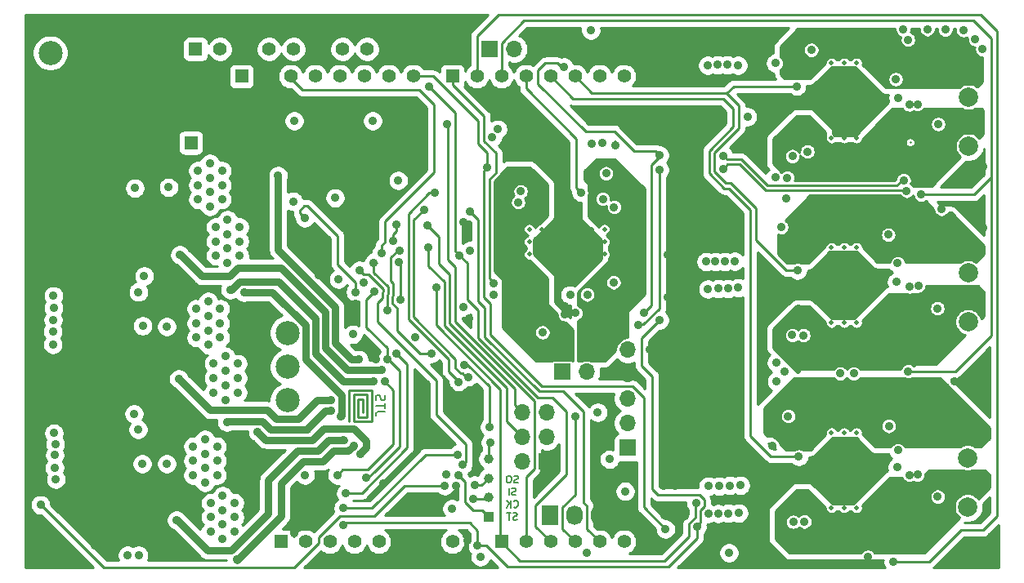
<source format=gbl>
G04 #@! TF.GenerationSoftware,KiCad,Pcbnew,(5.1.5-0)*
G04 #@! TF.CreationDate,2020-08-20T14:13:21-04:00*
G04 #@! TF.ProjectId,GrBLDC,4772424c-4443-42e6-9b69-6361645f7063,rev?*
G04 #@! TF.SameCoordinates,PX5a7646cPY8128a60*
G04 #@! TF.FileFunction,Copper,L6,Bot*
G04 #@! TF.FilePolarity,Positive*
%FSLAX46Y46*%
G04 Gerber Fmt 4.6, Leading zero omitted, Abs format (unit mm)*
G04 Created by KiCad (PCBNEW (5.1.5-0)) date 2020-08-20 14:13:21*
%MOMM*%
%LPD*%
G04 APERTURE LIST*
%ADD10C,0.150000*%
%ADD11C,0.500000*%
%ADD12R,1.397000X1.397000*%
%ADD13C,1.397000*%
%ADD14C,0.889000*%
%ADD15C,2.000000*%
%ADD16C,2.500000*%
%ADD17R,1.727200X2.032000*%
%ADD18O,1.727200X2.032000*%
%ADD19O,1.700000X1.700000*%
%ADD20R,1.700000X1.700000*%
%ADD21C,1.000000*%
%ADD22R,1.000000X1.000000*%
%ADD23C,0.254000*%
%ADD24C,0.508000*%
%ADD25C,0.762000*%
G04 APERTURE END LIST*
D10*
X52169142Y9990929D02*
X52062000Y9955215D01*
X51883428Y9955215D01*
X51812000Y9990929D01*
X51776285Y10026643D01*
X51740571Y10098072D01*
X51740571Y10169500D01*
X51776285Y10240929D01*
X51812000Y10276643D01*
X51883428Y10312358D01*
X52026285Y10348072D01*
X52097714Y10383786D01*
X52133428Y10419500D01*
X52169142Y10490929D01*
X52169142Y10562358D01*
X52133428Y10633786D01*
X52097714Y10669500D01*
X52026285Y10705215D01*
X51847714Y10705215D01*
X51740571Y10669500D01*
X51276285Y10705215D02*
X51133428Y10705215D01*
X51062000Y10669500D01*
X50990571Y10598072D01*
X50954857Y10455215D01*
X50954857Y10205215D01*
X50990571Y10062358D01*
X51062000Y9990929D01*
X51133428Y9955215D01*
X51276285Y9955215D01*
X51347714Y9990929D01*
X51419142Y10062358D01*
X51454857Y10205215D01*
X51454857Y10455215D01*
X51419142Y10598072D01*
X51347714Y10669500D01*
X51276285Y10705215D01*
X51954857Y8715929D02*
X51847714Y8680215D01*
X51669142Y8680215D01*
X51597714Y8715929D01*
X51562000Y8751643D01*
X51526285Y8823072D01*
X51526285Y8894500D01*
X51562000Y8965929D01*
X51597714Y9001643D01*
X51669142Y9037358D01*
X51812000Y9073072D01*
X51883428Y9108786D01*
X51919142Y9144500D01*
X51954857Y9215929D01*
X51954857Y9287358D01*
X51919142Y9358786D01*
X51883428Y9394500D01*
X51812000Y9430215D01*
X51633428Y9430215D01*
X51526285Y9394500D01*
X51204857Y8680215D02*
X51204857Y9430215D01*
X51704857Y7476643D02*
X51740571Y7440929D01*
X51847714Y7405215D01*
X51919142Y7405215D01*
X52026285Y7440929D01*
X52097714Y7512358D01*
X52133428Y7583786D01*
X52169142Y7726643D01*
X52169142Y7833786D01*
X52133428Y7976643D01*
X52097714Y8048072D01*
X52026285Y8119500D01*
X51919142Y8155215D01*
X51847714Y8155215D01*
X51740571Y8119500D01*
X51704857Y8083786D01*
X51383428Y7405215D02*
X51383428Y8155215D01*
X50954857Y7405215D02*
X51276285Y7833786D01*
X50954857Y8155215D02*
X51383428Y7726643D01*
X52062000Y6165929D02*
X51954857Y6130215D01*
X51776285Y6130215D01*
X51704857Y6165929D01*
X51669142Y6201643D01*
X51633428Y6273072D01*
X51633428Y6344500D01*
X51669142Y6415929D01*
X51704857Y6451643D01*
X51776285Y6487358D01*
X51919142Y6523072D01*
X51990571Y6558786D01*
X52026285Y6594500D01*
X52062000Y6665929D01*
X52062000Y6737358D01*
X52026285Y6808786D01*
X51990571Y6844500D01*
X51919142Y6880215D01*
X51740571Y6880215D01*
X51633428Y6844500D01*
X51419142Y6880215D02*
X50990571Y6880215D01*
X51204857Y6130215D02*
X51204857Y6880215D01*
X38393619Y17319715D02*
X37679333Y17319715D01*
X37536476Y17272096D01*
X37441238Y17176858D01*
X37393619Y17034000D01*
X37393619Y16938762D01*
X38393619Y17653048D02*
X38393619Y18224477D01*
X37393619Y17938762D02*
X38393619Y17938762D01*
X37441238Y18510191D02*
X37393619Y18653048D01*
X37393619Y18891143D01*
X37441238Y18986381D01*
X37488857Y19034000D01*
X37584095Y19081620D01*
X37679333Y19081620D01*
X37774571Y19034000D01*
X37822190Y18986381D01*
X37869809Y18891143D01*
X37917428Y18700667D01*
X37965047Y18605429D01*
X38012666Y18557810D01*
X38107904Y18510191D01*
X38203142Y18510191D01*
X38298380Y18557810D01*
X38346000Y18605429D01*
X38393619Y18700667D01*
X38393619Y18938762D01*
X38346000Y19081620D01*
D11*
X84630900Y26575200D03*
X85930900Y26575200D03*
X84630900Y27875200D03*
X87230900Y27875200D03*
X85930900Y27875200D03*
X84630900Y29175200D03*
X87230900Y29175200D03*
X85930900Y29175200D03*
X87230900Y34375200D03*
X84630900Y34375200D03*
X85930900Y34375200D03*
X87230900Y33075200D03*
X84630900Y33075200D03*
X85930900Y33075200D03*
X84630900Y31775200D03*
X87230900Y31775200D03*
X85930900Y31775200D03*
X84630900Y30475200D03*
X87230900Y30475200D03*
X87230900Y26575200D03*
X85930900Y30475200D03*
D12*
X27571700Y3860800D03*
D13*
X30111700Y3860800D03*
X32651700Y3860800D03*
X35191700Y3860800D03*
X37731700Y3860800D03*
X40271700Y3860800D03*
X42811700Y3860800D03*
X45351700Y3860800D03*
D11*
X84628200Y45701400D03*
X85928200Y45701400D03*
X84628200Y47001400D03*
X87228200Y47001400D03*
X85928200Y47001400D03*
X84628200Y48301400D03*
X87228200Y48301400D03*
X85928200Y48301400D03*
X87228200Y53501400D03*
X84628200Y53501400D03*
X85928200Y53501400D03*
X87228200Y52201400D03*
X84628200Y52201400D03*
X85928200Y52201400D03*
X84628200Y50901400D03*
X87228200Y50901400D03*
X85928200Y50901400D03*
X84628200Y49601400D03*
X87228200Y49601400D03*
X87228200Y45701400D03*
X85928200Y49601400D03*
X84625800Y7372800D03*
X85925800Y7372800D03*
X84625800Y8672800D03*
X87225800Y8672800D03*
X85925800Y8672800D03*
X84625800Y9972800D03*
X87225800Y9972800D03*
X85925800Y9972800D03*
X87225800Y15172800D03*
X84625800Y15172800D03*
X85925800Y15172800D03*
X87225800Y13872800D03*
X84625800Y13872800D03*
X85925800Y13872800D03*
X84625800Y12572800D03*
X87225800Y12572800D03*
X85925800Y12572800D03*
X84625800Y11272800D03*
X87225800Y11272800D03*
X87225800Y7372800D03*
X85925800Y11272800D03*
X53313780Y36263100D03*
X53313780Y34963100D03*
X54613780Y36263100D03*
X54613780Y33663100D03*
X54613780Y34963100D03*
X55913780Y36263100D03*
X55913780Y33663100D03*
X55913780Y34963100D03*
X61113780Y33663100D03*
X61113780Y36263100D03*
X61113780Y34963100D03*
X59813780Y33663100D03*
X59813780Y36263100D03*
X59813780Y34963100D03*
X58513780Y36263100D03*
X58513780Y33663100D03*
X58513780Y34963100D03*
X57213780Y36263100D03*
X57213780Y33663100D03*
X53313780Y33663100D03*
X57213780Y34963100D03*
D12*
X50431700Y3860800D03*
D13*
X52971700Y3860800D03*
X55511700Y3860800D03*
X58051700Y3860800D03*
X60591700Y3860800D03*
X63131700Y3860800D03*
D12*
X18732500Y54940200D03*
D13*
X21272500Y54940200D03*
X23812500Y54940200D03*
X26352500Y54940200D03*
X28892500Y54940200D03*
X31432500Y54940200D03*
X33972500Y54940200D03*
X36512500Y54940200D03*
X39052500Y54940200D03*
D12*
X23507700Y52120800D03*
D13*
X26047700Y52120800D03*
X28587700Y52120800D03*
X31127700Y52120800D03*
X33667700Y52120800D03*
X36207700Y52120800D03*
X38747700Y52120800D03*
X41287700Y52120800D03*
D12*
X45351700Y52120800D03*
D13*
X47891700Y52120800D03*
X50431700Y52120800D03*
X52971700Y52120800D03*
X55511700Y52120800D03*
X58051700Y52120800D03*
X60591700Y52120800D03*
X63131700Y52120800D03*
D12*
X18270000Y45230000D03*
D13*
X18270000Y47770000D03*
D14*
X19719100Y9992800D03*
X19719100Y14492800D03*
X18469100Y13742800D03*
X19719100Y12992800D03*
X19719100Y11492800D03*
X20969100Y10742800D03*
X18469100Y10742800D03*
X18469100Y12242800D03*
X20969100Y12242800D03*
X20969100Y13742800D03*
X21555900Y8650800D03*
X21555900Y4150800D03*
X22805900Y4900800D03*
X21555900Y5650800D03*
X21555900Y7150800D03*
X20305900Y7900800D03*
X22805900Y7900800D03*
X22805900Y6400800D03*
X20305900Y6400800D03*
X20305900Y4900800D03*
X20049300Y24267600D03*
X20049300Y28767600D03*
X18799300Y28017600D03*
X20049300Y27267600D03*
X20049300Y25767600D03*
X21299300Y25017600D03*
X18799300Y25017600D03*
X18799300Y26517600D03*
X21299300Y26517600D03*
X21299300Y28017600D03*
X21860700Y23078000D03*
X21860700Y18578000D03*
X23110700Y19328000D03*
X21860700Y20078000D03*
X21860700Y21578000D03*
X20610700Y22328000D03*
X23110700Y22328000D03*
X23110700Y20828000D03*
X20610700Y20828000D03*
X20610700Y19328000D03*
X20227100Y38593200D03*
X20227100Y43093200D03*
X18977100Y42343200D03*
X20227100Y41593200D03*
X20227100Y40093200D03*
X21477100Y39343200D03*
X18977100Y39343200D03*
X18977100Y40843200D03*
X21477100Y40843200D03*
X21477100Y42343200D03*
X22063900Y37251200D03*
X22063900Y32751200D03*
X23313900Y33501200D03*
X22063900Y34251200D03*
X22063900Y35751200D03*
X20813900Y36501200D03*
X23313900Y36501200D03*
X23313900Y35001200D03*
X20813900Y35001200D03*
X20813900Y33501200D03*
D15*
X98729800Y12545300D03*
X98729800Y15085300D03*
X98729800Y10005300D03*
X98729800Y7465300D03*
X98823780Y49959260D03*
X98823780Y52499260D03*
X98823780Y47419260D03*
X98823780Y44879260D03*
X98795840Y31742380D03*
X98795840Y34282380D03*
X98795840Y29202380D03*
X98795840Y26662380D03*
D16*
X13695700Y54533800D03*
X8695700Y54533800D03*
X3695700Y54533800D03*
X28257500Y18503900D03*
X28257500Y22003900D03*
X28257500Y25503900D03*
D17*
X55500000Y6610000D03*
D18*
X58040000Y6610000D03*
X60580000Y6610000D03*
D19*
X52578000Y17272000D03*
X55118000Y17272000D03*
X52578000Y14732000D03*
X55118000Y14732000D03*
X52578000Y12192000D03*
D20*
X55118000Y12192000D03*
X56720000Y21470000D03*
D19*
X56720000Y24010000D03*
X59260000Y21470000D03*
X59260000Y24010000D03*
D20*
X49200000Y54950000D03*
D19*
X51740000Y54950000D03*
X54280000Y54950000D03*
D21*
X49085500Y8445500D03*
X49085500Y10452100D03*
X49080000Y12450000D03*
D22*
X49085500Y6438900D03*
D20*
X63510000Y13630000D03*
D19*
X63510000Y16170000D03*
X63510000Y18710000D03*
X63510000Y21250000D03*
X63510000Y23790000D03*
D14*
X60926980Y45199300D03*
X75920600Y47929800D03*
X79730600Y21488400D03*
X78943200Y20472400D03*
X78905100Y22415500D03*
X82550000Y54851300D03*
X74930000Y53263800D03*
X73875900Y53301900D03*
X72859900Y53301900D03*
X71793100Y53263800D03*
X49496980Y45834300D03*
X50068480Y46621700D03*
X62108080Y38557200D03*
X4267200Y10337800D03*
X4140200Y11544300D03*
X4178300Y12839700D03*
X4203700Y13982700D03*
X4076700Y15113000D03*
X3962400Y24307800D03*
X3962400Y25628600D03*
X3987800Y26860500D03*
X4038600Y28117800D03*
X4025900Y29349700D03*
X15951200Y40601900D03*
X75184000Y9702800D03*
X75031600Y6832600D03*
X73952100Y6794500D03*
X72885300Y6756400D03*
X71869300Y6756400D03*
X74091800Y9690100D03*
X72961500Y9626600D03*
X71869300Y9626600D03*
X74612500Y32931100D03*
X74968100Y30187900D03*
X73901300Y30111700D03*
X72872600Y30111700D03*
X71831200Y30048200D03*
X73571100Y32893000D03*
X72605900Y32893000D03*
X71628000Y32893000D03*
X62235080Y44983400D03*
X59809380Y45161200D03*
X13271500Y26225500D03*
X15748000Y26162000D03*
X13220700Y11950700D03*
X15760700Y11950700D03*
X12450000Y40520000D03*
X45310000Y7290000D03*
X79950000Y39420000D03*
X78810000Y41620000D03*
X81104740Y32021780D03*
X81013300Y51092100D03*
X92570300Y21526500D03*
X93916500Y39865300D03*
X91046300Y1790700D03*
X49657000Y30607000D03*
X48970000Y42630000D03*
X67437000Y5156200D03*
X80670400Y5915660D03*
X52430680Y40182800D03*
X80563720Y25278080D03*
X80580000Y43840000D03*
X42810000Y36630000D03*
X42890000Y34370000D03*
X9258300Y2946400D03*
X100418900Y19037300D03*
X86931500Y21297900D03*
X100749100Y7073900D03*
X101330000Y4380000D03*
X43561000Y13970000D03*
X8305800Y3467100D03*
X31250000Y35230000D03*
X13761720Y5186680D03*
X13817600Y19527520D03*
X13975080Y33736280D03*
X45720000Y9652000D03*
X67284600Y6565900D03*
X33947100Y2743200D03*
X31770000Y10730000D03*
X37430000Y22740000D03*
X35330000Y28490000D03*
X28970000Y4720000D03*
X38170000Y9910000D03*
X45085000Y19539400D03*
X42053700Y13970000D03*
X46480000Y37030000D03*
X41450000Y41670000D03*
X57028080Y27432000D03*
X47110000Y27030000D03*
X37340540Y35493960D03*
X36130000Y39480000D03*
X61269880Y42064940D03*
X68008500Y39128700D03*
X66522600Y53301900D03*
X71272400Y47942500D03*
X71285100Y39116000D03*
X67894200Y47815500D03*
X67805300Y53319680D03*
X65671700Y47764700D03*
X65836800Y23812500D03*
X69469000Y6515100D03*
X98971100Y21310600D03*
X100482400Y22974300D03*
X99910900Y37604700D03*
X100342700Y36372800D03*
X100317300Y42760900D03*
X99517200Y55968900D03*
X96431100Y56946800D03*
X94564200Y56997600D03*
X98298000Y56896000D03*
X100266500Y54914800D03*
X96024700Y38366700D03*
X97370900Y20497800D03*
X92062300Y56972200D03*
X85534500Y21310600D03*
X78397100Y52158900D03*
X93535500Y10820400D03*
X92710000Y10782300D03*
X93548200Y49225200D03*
X92697300Y49187100D03*
X93611700Y30403800D03*
X92735400Y30314900D03*
X53865780Y45745400D03*
X55110380Y45656500D03*
X56253380Y45605700D03*
X58107580Y27559000D03*
X56970930Y28301950D03*
X68338700Y6553200D03*
X69621400Y9740900D03*
X68453000Y9677400D03*
X73990200Y14973300D03*
X72783700Y14973300D03*
X71589900Y14935200D03*
X70497700Y14960600D03*
X69405500Y14909800D03*
X68338700Y14960600D03*
X67208400Y15024100D03*
X73520300Y23926800D03*
X69037200Y23812500D03*
X67995800Y23812500D03*
X66967100Y23825200D03*
X69608700Y29946600D03*
X68541900Y29908500D03*
X69570600Y32956500D03*
X68554600Y33032700D03*
X73520300Y39154100D03*
X72351900Y39103300D03*
X70231000Y39103300D03*
X69151500Y39116000D03*
X73380600Y47942500D03*
X72301100Y47929800D03*
X70154800Y47828200D03*
X68935600Y47866300D03*
X66814700Y47777400D03*
X68961000Y53213000D03*
X70104000Y53238400D03*
X8229600Y17411700D03*
X8305800Y7112000D03*
X8801100Y30454600D03*
X9321800Y21831300D03*
X9359900Y4051300D03*
X9385300Y5181600D03*
X9245600Y6477000D03*
X8299450Y4603750D03*
X8305800Y5867400D03*
X9182100Y18097500D03*
X9169400Y19215100D03*
X9258300Y20599400D03*
X8191500Y18719800D03*
X8229600Y19964400D03*
X8267700Y21234400D03*
X8928100Y34251900D03*
X9842500Y33096200D03*
X9512300Y31750000D03*
X8026400Y32410400D03*
X7886700Y33845500D03*
X7658100Y30873700D03*
X8547100Y31635700D03*
X8877300Y32854900D03*
X27432000Y47498000D03*
X32258000Y47498000D03*
X35306000Y47498000D03*
X78500000Y13820000D03*
X46950000Y3980000D03*
X72466200Y23876000D03*
X31500000Y31490000D03*
X96580000Y1640000D03*
X41390000Y47590000D03*
X67640000Y29190000D03*
X67640000Y33610000D03*
X67240000Y9690000D03*
X88392000Y2286000D03*
X77410000Y32510000D03*
X33200000Y39510000D03*
X30100000Y10740000D03*
X44704000Y10795000D03*
X52176680Y39065200D03*
X59331860Y29479240D03*
X92560140Y55915560D03*
X91282520Y51821080D03*
X90512900Y35687000D03*
X91483180Y32730440D03*
X81714340Y25255220D03*
X81821020Y5938520D03*
X90563700Y15849600D03*
X62057280Y30746700D03*
X91521280Y13337540D03*
X59690000Y56896000D03*
X28956000Y47498000D03*
X37084000Y47498000D03*
X46470000Y28170000D03*
X63250000Y9080000D03*
X61620000Y12410000D03*
X60420000Y17260000D03*
X47170000Y34050000D03*
X33570000Y31060000D03*
X59270000Y2750000D03*
X74000000Y2690000D03*
X48243300Y2273300D03*
X37990000Y33740000D03*
X35810000Y12950000D03*
X25190000Y15260000D03*
X23040000Y1990000D03*
X35130000Y13830000D03*
X23761700Y29718000D03*
X33830000Y16870000D03*
X21990000Y16250000D03*
X32778700Y17411700D03*
X22339300Y29972000D03*
X37210000Y20500000D03*
X27305000Y41833800D03*
X35640000Y22750000D03*
X58691780Y40081200D03*
X81246980Y12705080D03*
X64615060Y26360120D03*
X73393300Y42506900D03*
X92417900Y40233600D03*
X66802000Y42418000D03*
X49600000Y29440000D03*
X54693820Y25560020D03*
X95628460Y8536940D03*
X95681800Y47157640D03*
X95603060Y28059380D03*
X80495140Y7889240D03*
X81165700Y8796020D03*
X79900780Y6875780D03*
X81241900Y13855700D03*
X80510000Y14820000D03*
X80260000Y13870000D03*
X54653180Y39827200D03*
X53154580Y41770300D03*
X53560980Y40538400D03*
X60114180Y40894000D03*
X59860180Y39789100D03*
X60076080Y42037000D03*
X80530700Y46050200D03*
X81114900Y47104300D03*
X80550000Y45030000D03*
X79832200Y52412900D03*
X81013300Y52412900D03*
X80518000Y53340000D03*
X79756000Y26123900D03*
X81203800Y27990800D03*
X80556100Y27023060D03*
X81371440Y33141920D03*
X80213200Y33256220D03*
X80000000Y34470000D03*
X11680000Y2470000D03*
X34290000Y8860000D03*
X39570000Y23380000D03*
X12840000Y2470000D03*
X38370000Y20470000D03*
X33430000Y10750000D03*
X12360000Y17120000D03*
X35080000Y25370000D03*
X12790000Y15510000D03*
X41490000Y25050000D03*
X30050000Y37430000D03*
X35300000Y29750000D03*
X12830000Y29750000D03*
X28850000Y39150000D03*
X36150000Y30700000D03*
X13430000Y31420000D03*
X16760000Y6090000D03*
X34050000Y14360000D03*
X17010000Y20750000D03*
X32778700Y18567400D03*
X38070000Y21680000D03*
X17111980Y33591500D03*
X37270000Y29800000D03*
X36390000Y10470000D03*
X38590000Y22790000D03*
X39210000Y35030000D03*
X39573200Y36713160D03*
X43160000Y23360000D03*
X39890000Y34030000D03*
X42390000Y38300000D03*
X47010000Y20950000D03*
X43561000Y40005000D03*
X45970000Y20440000D03*
X38650000Y27850000D03*
X46570000Y22170000D03*
X37220000Y32790000D03*
X49190000Y15730000D03*
X39830000Y32850000D03*
X39950000Y28920000D03*
X47536100Y8293100D03*
X47637700Y9715500D03*
X49288700Y14135100D03*
X45948600Y10782300D03*
X44577000Y9652000D03*
X2680000Y7680000D03*
X65184020Y27614880D03*
X73413620Y43891200D03*
X66802000Y43942000D03*
X92113100Y41351200D03*
X91467940Y11607800D03*
X91376500Y30779720D03*
X57548780Y29438600D03*
X91521280Y49900840D03*
X56896000Y53086000D03*
X80145700Y16874300D03*
X45910000Y12900000D03*
X34030000Y7340000D03*
X78850000Y53470000D03*
X60940000Y39400000D03*
X66820000Y26820000D03*
X34036000Y5588000D03*
X79430000Y36470000D03*
X70710000Y5400000D03*
X47960000Y3430000D03*
X58060000Y16830000D03*
X42926000Y51054000D03*
X46100000Y33540000D03*
X39750000Y41330000D03*
X47150000Y38120000D03*
X44770000Y47140000D03*
X35720000Y32010000D03*
X46430000Y11820000D03*
X43680000Y30190000D03*
X82140000Y44310000D03*
X70600000Y7850000D03*
X80040000Y41610000D03*
D23*
X92801440Y45272960D02*
X92768420Y45272960D01*
X36060000Y18620000D02*
X36060000Y17310000D01*
X35600000Y18620000D02*
X36060000Y18620000D01*
X35600000Y16800000D02*
X35600000Y18620000D01*
X36520000Y16800000D02*
X35600000Y16800000D01*
X36520000Y19100000D02*
X36520000Y16800000D01*
X35140000Y16360000D02*
X35140000Y19100000D01*
X35140000Y19100000D02*
X36520000Y19100000D01*
X34660000Y16360000D02*
X34660000Y19560000D01*
X36990000Y19560000D02*
X36990000Y16360000D01*
X36990000Y16360000D02*
X35140000Y16360000D01*
X34660000Y19560000D02*
X36990000Y19560000D01*
D24*
X4203700Y13982700D02*
X4203700Y13957300D01*
D25*
X71831200Y6794500D02*
X71831200Y6819900D01*
X71869300Y6756400D02*
X71831200Y6794500D01*
D24*
X62247780Y44996100D02*
X62247780Y45186600D01*
X62235080Y44983400D02*
X62247780Y44996100D01*
D23*
X58051700Y52120800D02*
X58051700Y52191920D01*
X81104740Y32021780D02*
X81081880Y32021780D01*
X81013300Y51092100D02*
X80886300Y51092100D01*
X75000000Y49090000D02*
X73747200Y50342800D01*
X75000000Y46720000D02*
X75000000Y49090000D01*
X72460000Y44180000D02*
X75000000Y46720000D01*
X72460000Y42270000D02*
X72460000Y44180000D01*
X81104740Y32021780D02*
X79918220Y32021780D01*
X79918220Y32021780D02*
X76790000Y35150000D01*
X76790000Y35150000D02*
X76790000Y38470000D01*
X73690000Y41040000D02*
X72460000Y42270000D01*
X74220000Y41040000D02*
X73690000Y41040000D01*
X76790000Y38470000D02*
X74220000Y41040000D01*
X59822500Y50350000D02*
X58051700Y52120800D01*
X73680000Y50350000D02*
X59822500Y50350000D01*
X73760000Y50350000D02*
X73490000Y50350000D01*
X74502100Y51092100D02*
X73760000Y50350000D01*
X81013300Y51092100D02*
X74502100Y51092100D01*
X97485200Y21526500D02*
X97459800Y21526500D01*
X97459800Y21526500D02*
X92570300Y21526500D01*
X101193600Y25234900D02*
X97485200Y21526500D01*
X93941900Y39839900D02*
X93916500Y39865300D01*
X101193600Y41567100D02*
X101193600Y25234900D01*
X99415600Y39839900D02*
X101193600Y41617900D01*
X99415600Y39839900D02*
X93941900Y39839900D01*
X101168200Y41567100D02*
X101193600Y41567100D01*
X101193600Y41592500D02*
X101168200Y41567100D01*
X101193600Y41617900D02*
X101193600Y41592500D01*
X52743900Y57873900D02*
X50431700Y55561700D01*
X99326700Y57873900D02*
X52743900Y57873900D01*
X50431700Y55561700D02*
X50431700Y52120800D01*
X101193600Y56007000D02*
X99326700Y57873900D01*
X101193600Y41567100D02*
X101193600Y56007000D01*
X47891700Y52120800D02*
X47891700Y52209700D01*
X47891700Y56273700D02*
X47891700Y52120800D01*
X50101500Y58483500D02*
X47891700Y56273700D01*
X100126800Y58483500D02*
X50101500Y58483500D01*
X101803200Y56807100D02*
X100126800Y58483500D01*
X101803200Y6527800D02*
X101803200Y56807100D01*
X100325400Y5050000D02*
X101803200Y6527800D01*
X98040000Y5050000D02*
X100325400Y5050000D01*
X94780700Y1790700D02*
X98040000Y5050000D01*
X91046300Y1790700D02*
X94780700Y1790700D01*
X49212500Y31178500D02*
X49212500Y39560000D01*
X49212500Y39560000D02*
X49212500Y39560500D01*
X49657000Y30734000D02*
X49212500Y31178500D01*
X49657000Y30607000D02*
X49657000Y30734000D01*
X45351700Y51247040D02*
X45351700Y52120800D01*
X45351700Y51247040D02*
X48624370Y47974370D01*
X48624370Y47974370D02*
X48628300Y47970440D01*
X48624370Y45395630D02*
X48624370Y47974370D01*
X49860000Y44160000D02*
X48624370Y45395630D01*
X49860000Y42110000D02*
X49860000Y44160000D01*
X49212500Y41462500D02*
X49860000Y42110000D01*
X49212500Y39560000D02*
X49212500Y41462500D01*
X48646080Y42306080D02*
X48970000Y42630000D01*
X48646080Y39710000D02*
X48646080Y42306080D01*
X48646080Y39756080D02*
X48646080Y39710000D01*
X52430680Y40182800D02*
X52430680Y40195500D01*
X48970000Y44190000D02*
X48970000Y42630000D01*
X48006000Y47498000D02*
X48006000Y45154000D01*
X43383200Y52120800D02*
X48006000Y47498000D01*
X48006000Y45154000D02*
X48970000Y44190000D01*
X41287700Y52120800D02*
X43383200Y52120800D01*
X65170000Y7423200D02*
X67437000Y5156200D01*
X65170000Y18820000D02*
X65170000Y7423200D01*
X48646080Y29189440D02*
X49320000Y28515520D01*
X54630000Y19980000D02*
X64010000Y19980000D01*
X64010000Y19980000D02*
X65170000Y18820000D01*
X49320000Y25290000D02*
X54630000Y19980000D01*
X49320000Y28515520D02*
X49320000Y25290000D01*
X48646080Y39710000D02*
X48646080Y29189440D01*
X51790000Y18060000D02*
X52578000Y17272000D01*
X51790000Y19760000D02*
X51790000Y18060000D01*
X45040000Y26510000D02*
X51790000Y19760000D01*
X45040000Y31550000D02*
X45040000Y26510000D01*
X43930000Y35510000D02*
X43930000Y32660000D01*
X43930000Y32660000D02*
X45040000Y31550000D01*
X42810000Y36630000D02*
X43930000Y35510000D01*
X50990000Y16320000D02*
X52578000Y14732000D01*
X50990000Y19790000D02*
X50990000Y16320000D01*
X44510000Y26270000D02*
X50990000Y19790000D01*
X44510000Y30820000D02*
X44510000Y26270000D01*
X42890000Y32440000D02*
X44510000Y30820000D01*
X42890000Y34370000D02*
X42890000Y32440000D01*
X45085000Y19539400D02*
X45085000Y19558000D01*
X42053700Y13970000D02*
X42037000Y13970000D01*
D24*
X67772280Y53352700D02*
X67746880Y53352700D01*
X67805300Y53319680D02*
X67772280Y53352700D01*
D23*
X92062300Y56997600D02*
X92062300Y56972200D01*
X92087700Y57023000D02*
X92062300Y56997600D01*
D24*
X56253380Y45605700D02*
X56253380Y45669200D01*
X56970930Y28301950D02*
X56964580Y28295600D01*
X73977500Y14960600D02*
X73926700Y14960600D01*
X73990200Y14973300D02*
X73977500Y14960600D01*
X73520300Y39154100D02*
X73520300Y39141400D01*
X72351900Y39103300D02*
X72377300Y39077900D01*
X70154800Y47828200D02*
X70142100Y47840900D01*
X8299450Y4603750D02*
X8305800Y4597400D01*
X8229600Y19964400D02*
X8102600Y19964400D01*
X9855200Y33083500D02*
X9867900Y33083500D01*
X9842500Y33096200D02*
X9855200Y33083500D01*
X9512300Y31750000D02*
X9512300Y31711900D01*
X7886700Y33845500D02*
X7924800Y33845500D01*
X8547100Y31635700D02*
X8547100Y31623000D01*
X8851900Y32880300D02*
X8724900Y32880300D01*
X8877300Y32854900D02*
X8851900Y32880300D01*
X67640000Y29190000D02*
X67560000Y29270000D01*
D23*
X92560140Y55915560D02*
X92580460Y55895240D01*
X28587700Y52120800D02*
X28587700Y52158900D01*
X37990000Y34560000D02*
X37990000Y33740000D01*
X38370000Y34940000D02*
X37990000Y34560000D01*
X38370000Y37060000D02*
X38370000Y34940000D01*
X43434000Y42124000D02*
X38370000Y37060000D01*
X43434000Y49156000D02*
X43434000Y42124000D01*
X41910000Y50680000D02*
X43434000Y49156000D01*
X29840000Y50680000D02*
X41910000Y50680000D01*
X28587700Y51932300D02*
X29840000Y50680000D01*
X28587700Y52120800D02*
X28587700Y51932300D01*
D25*
X26020000Y14430000D02*
X30860000Y14430000D01*
X36430000Y14310000D02*
X35740000Y15000000D01*
X36430000Y13650000D02*
X36430000Y14310000D01*
X35810000Y13030000D02*
X36430000Y13650000D01*
X35810000Y12950000D02*
X35810000Y13030000D01*
X26020000Y14430000D02*
X25190000Y15260000D01*
X35190000Y15550000D02*
X35740000Y15000000D01*
X31980000Y15550000D02*
X35190000Y15550000D01*
X30860000Y14430000D02*
X31980000Y15550000D01*
X31940000Y12180000D02*
X29890000Y12180000D01*
X34550000Y13250000D02*
X33010000Y13250000D01*
X34550000Y13250000D02*
X35130000Y13830000D01*
X33010000Y13250000D02*
X31940000Y12180000D01*
X23040000Y1922002D02*
X23040000Y1990000D01*
X27600000Y6482002D02*
X23040000Y1922002D01*
X27600000Y9890000D02*
X27600000Y6482002D01*
X29890000Y12180000D02*
X27600000Y9890000D01*
X35130000Y13830000D02*
X35120000Y13830000D01*
X35130000Y13830000D02*
X35110000Y13830000D01*
X23761700Y29718000D02*
X26722000Y29718000D01*
X33870000Y16910000D02*
X33830000Y16870000D01*
X33870000Y19020000D02*
X33870000Y16910000D01*
X30150000Y22740000D02*
X33870000Y19020000D01*
X30150000Y26290000D02*
X30150000Y22740000D01*
X26722000Y29718000D02*
X30150000Y26290000D01*
X30300000Y15530000D02*
X30300000Y15568000D01*
X22016002Y16250000D02*
X22136002Y16370000D01*
X22136002Y16370000D02*
X25650000Y16370000D01*
X26490000Y15530000D02*
X30300000Y15530000D01*
X25650000Y16370000D02*
X26490000Y15530000D01*
X21990000Y16250000D02*
X22016002Y16250000D01*
X32143700Y17411700D02*
X32778700Y17411700D01*
X30300000Y15568000D02*
X32143700Y17411700D01*
X23320000Y30840000D02*
X27320000Y30840000D01*
X22452000Y29972000D02*
X23320000Y30840000D01*
X22339300Y29972000D02*
X22452000Y29972000D01*
X34070000Y20500000D02*
X37210000Y20500000D01*
X31180000Y23390000D02*
X34070000Y20500000D01*
X31180000Y26980000D02*
X31180000Y23390000D01*
X27320000Y30840000D02*
X31180000Y26980000D01*
X27305000Y41833800D02*
X27305000Y34105000D01*
X34920000Y22750000D02*
X35640000Y22750000D01*
X33230000Y24440000D02*
X34920000Y22750000D01*
X33230000Y28180000D02*
X33230000Y24440000D01*
X27305000Y34105000D02*
X33230000Y28180000D01*
D23*
X58691780Y40081200D02*
X58666380Y40081200D01*
X52971700Y50868300D02*
X52971700Y52120800D01*
X58190000Y45650000D02*
X52971700Y50868300D01*
X58190000Y40582980D02*
X58190000Y45650000D01*
X58691780Y40081200D02*
X58190000Y40582980D01*
X55867300Y52120800D02*
X55511700Y52120800D01*
X78324920Y12705080D02*
X81246980Y12705080D01*
X76240000Y14790000D02*
X78324920Y12705080D01*
X71940000Y42050000D02*
X73480000Y40510000D01*
X71940000Y44380000D02*
X71940000Y42050000D01*
X76240000Y38250000D02*
X76240000Y14790000D01*
X73980000Y40510000D02*
X76240000Y38250000D01*
X73480000Y40510000D02*
X73980000Y40510000D01*
X74460000Y48740000D02*
X74460000Y46900000D01*
X55511700Y52120800D02*
X57832500Y49800000D01*
X73400000Y49800000D02*
X74460000Y48740000D01*
X74460000Y46900000D02*
X71940000Y44380000D01*
X57832500Y49800000D02*
X73400000Y49800000D01*
X66708000Y42418000D02*
X66802000Y42418000D01*
X66790000Y42336000D02*
X66708000Y42418000D01*
X66790000Y28020000D02*
X66790000Y42336000D01*
X65150000Y26380000D02*
X66790000Y28020000D01*
X64630000Y26380000D02*
X65150000Y26380000D01*
X64615060Y26365060D02*
X64630000Y26380000D01*
X64615060Y26360120D02*
X64615060Y26365060D01*
X73866400Y42980000D02*
X73393300Y42506900D01*
X75091900Y42980000D02*
X73866400Y42980000D01*
X92379800Y40271700D02*
X77800200Y40271700D01*
X77800200Y40271700D02*
X75091900Y42980000D01*
X92417900Y40233600D02*
X92379800Y40271700D01*
X78905100Y4394200D02*
X81267300Y4394200D01*
X95633300Y10005300D02*
X93552800Y7924800D01*
X93552800Y7924800D02*
X91478100Y7924800D01*
X91478100Y7924800D02*
X87782400Y4229100D01*
X78905100Y4394200D02*
X78905100Y5880100D01*
X78905100Y5880100D02*
X79900780Y6875780D01*
X95633300Y10005300D02*
X98729800Y10005300D01*
X81432400Y4229100D02*
X87782400Y4229100D01*
X81267300Y4394200D02*
X81432400Y4229100D01*
X93423500Y15085300D02*
X90373200Y18135600D01*
X98729800Y15085300D02*
X93423500Y15085300D01*
X83825600Y18135600D02*
X84385600Y18135600D01*
X80510000Y14820000D02*
X83825600Y18135600D01*
X90373200Y18135600D02*
X84385600Y18135600D01*
X53560980Y39154100D02*
X51909980Y37503100D01*
X53560980Y40538400D02*
X53560980Y39154100D01*
D25*
X51390000Y36983120D02*
X51909980Y37503100D01*
X51390000Y26490000D02*
X51390000Y36983120D01*
X53870000Y24010000D02*
X51390000Y26490000D01*
X56720000Y24010000D02*
X53870000Y24010000D01*
D23*
X61231780Y40894000D02*
X62781180Y39344600D01*
X61231780Y40894000D02*
X60114180Y40894000D01*
X64038480Y38087300D02*
X62781180Y39344600D01*
D25*
X64038480Y38087300D02*
X64038480Y29908480D01*
X59260000Y25130000D02*
X59260000Y24010000D01*
X64038480Y29908480D02*
X59260000Y25130000D01*
D23*
X98823780Y47419260D02*
X98270060Y47419260D01*
X98270060Y47419260D02*
X94310200Y43459400D01*
X94310200Y43459400D02*
X84543900Y43459400D01*
X84543900Y43459400D02*
X81953100Y46050200D01*
X81953100Y46050200D02*
X80530700Y46050200D01*
D24*
X81051400Y55270400D02*
X81457800Y55270400D01*
D23*
X95011240Y52499260D02*
X93662500Y53848000D01*
X93662500Y53848000D02*
X89344500Y53848000D01*
X89344500Y53848000D02*
X87922100Y55270400D01*
X95011240Y52499260D02*
X98823780Y52499260D01*
D24*
X86842600Y56349900D02*
X87922100Y55270400D01*
X82537300Y56349900D02*
X86842600Y56349900D01*
X81457800Y55270400D02*
X82537300Y56349900D01*
D23*
X80518000Y54737000D02*
X81051400Y55270400D01*
X80518000Y53340000D02*
X80518000Y54737000D01*
X79756000Y26123900D02*
X79756000Y26035000D01*
X97553780Y29202380D02*
X98795840Y29202380D01*
X96850200Y28498800D02*
X97553780Y29202380D01*
X96850200Y27571700D02*
X96850200Y28498800D01*
X92824300Y23545800D02*
X96850200Y27571700D01*
X79552800Y23545800D02*
X92824300Y23545800D01*
X78701900Y24396700D02*
X79552800Y23545800D01*
X78701900Y24980900D02*
X78701900Y24396700D01*
X79756000Y26035000D02*
X78701900Y24980900D01*
X80450000Y34063360D02*
X81371440Y33141920D01*
X80450000Y35339600D02*
X80450000Y34063360D01*
X82092800Y36982400D02*
X80450000Y35339600D01*
X91592400Y36093400D02*
X90703400Y36982400D01*
X90703400Y36982400D02*
X82092800Y36982400D01*
X91592400Y36080700D02*
X91592400Y36093400D01*
X93390720Y34282380D02*
X91592400Y36080700D01*
X98795840Y34282380D02*
X93390720Y34282380D01*
X80213200Y34256800D02*
X80000000Y34470000D01*
X80213200Y33256220D02*
X80213200Y34256800D01*
X40680000Y13720000D02*
X40680000Y13590000D01*
X40680000Y13590000D02*
X35970000Y8880000D01*
X34310000Y8880000D02*
X34290000Y8860000D01*
X35970000Y8880000D02*
X34310000Y8880000D01*
X40680000Y21720000D02*
X40680000Y13720000D01*
X40680000Y21720000D02*
X40680000Y22270000D01*
X40680000Y22270000D02*
X39570000Y23380000D01*
X40680000Y21720000D02*
X40680000Y21730000D01*
X36610000Y11320000D02*
X34000000Y11320000D01*
X34000000Y11320000D02*
X33430000Y10750000D01*
X39250000Y19590000D02*
X38370000Y20470000D01*
X39250000Y13960000D02*
X39250000Y19590000D01*
X36610000Y11320000D02*
X39250000Y13960000D01*
X29520000Y37960000D02*
X30050000Y37430000D01*
X29520000Y38220000D02*
X29520000Y37960000D01*
X29990000Y38690000D02*
X29520000Y38220000D01*
X30360000Y38690000D02*
X29990000Y38690000D01*
X35300000Y30760000D02*
X33450000Y32610000D01*
X33450000Y35600000D02*
X30360000Y38690000D01*
X33450000Y32610000D02*
X33450000Y35600000D01*
X35300000Y29750000D02*
X35300000Y30760000D01*
D25*
X32500000Y14360000D02*
X31390000Y13250000D01*
X34050000Y14360000D02*
X32500000Y14360000D01*
X26300000Y10240000D02*
X26300000Y6800000D01*
X29310000Y13250000D02*
X26300000Y10240000D01*
X31390000Y13250000D02*
X29310000Y13250000D01*
X26300000Y6800000D02*
X22460000Y2960000D01*
X22460000Y2960000D02*
X22470000Y2960000D01*
X22470000Y2960000D02*
X22470000Y2970000D01*
X16860000Y6090000D02*
X19990000Y2960000D01*
X16760000Y6090000D02*
X16860000Y6090000D01*
X19990000Y2960000D02*
X22460000Y2960000D01*
X34110000Y14420000D02*
X34050000Y14360000D01*
X32778700Y18567400D02*
X31377400Y18567400D01*
X31380000Y18570000D02*
X30470000Y17660000D01*
X17010000Y20750000D02*
X17010000Y20740000D01*
X29420000Y16610000D02*
X30470000Y17660000D01*
X27080000Y16610000D02*
X29420000Y16610000D01*
X26200000Y17490000D02*
X27080000Y16610000D01*
X20260000Y17490000D02*
X26200000Y17490000D01*
X17010000Y20740000D02*
X20260000Y17490000D01*
X31377400Y18567400D02*
X31380000Y18570000D01*
X27620000Y32230000D02*
X32200000Y27650000D01*
X22261030Y31381030D02*
X23110000Y32230000D01*
X23110000Y32230000D02*
X27620000Y32230000D01*
X38070000Y21680000D02*
X38020000Y21680000D01*
X32200000Y23930000D02*
X32200000Y27650000D01*
X34470000Y21660000D02*
X32200000Y23930000D01*
X38000000Y21660000D02*
X34470000Y21660000D01*
X38020000Y21680000D02*
X38000000Y21660000D01*
X22261030Y31381030D02*
X19391030Y31381030D01*
X17180560Y33591500D02*
X19391030Y31381030D01*
X19391030Y31381030D02*
X19397980Y31374080D01*
X17111980Y33591500D02*
X17180560Y33591500D01*
D23*
X38590000Y22790000D02*
X38590000Y23930000D01*
X36460000Y28990000D02*
X37270000Y29800000D01*
X36460000Y26060000D02*
X36460000Y28990000D01*
X38590000Y23930000D02*
X36460000Y26060000D01*
X37355000Y11205000D02*
X37355000Y11195000D01*
X36630000Y10470000D02*
X36390000Y10470000D01*
X37355000Y11195000D02*
X36630000Y10470000D01*
X39900000Y13750000D02*
X37355000Y11205000D01*
X37355000Y11205000D02*
X37350000Y11200000D01*
X38680000Y22790000D02*
X39900000Y21570000D01*
X39900000Y13750000D02*
X39900000Y21570000D01*
X38680000Y22790000D02*
X38590000Y22790000D01*
X39210000Y35030000D02*
X39210000Y35710000D01*
X39573200Y36073200D02*
X39573200Y36713160D01*
X39210000Y35710000D02*
X39573200Y36073200D01*
X39470000Y36609960D02*
X39573200Y36713160D01*
X39710000Y34030000D02*
X39890000Y34030000D01*
X39000000Y33320000D02*
X39710000Y34030000D01*
X39000000Y30870000D02*
X39000000Y33320000D01*
X39220000Y30650000D02*
X39000000Y30870000D01*
X39220000Y29370000D02*
X39220000Y30650000D01*
X39620000Y25730000D02*
X39620000Y28070000D01*
X39620000Y28070000D02*
X39120000Y28570000D01*
X39120000Y29270000D02*
X39220000Y29370000D01*
X39120000Y28570000D02*
X39120000Y29270000D01*
X41990000Y23360000D02*
X39620000Y25730000D01*
X43160000Y23360000D02*
X41990000Y23360000D01*
X45690000Y22780000D02*
X45690000Y21866424D01*
X41310000Y27160000D02*
X45690000Y22780000D01*
X41310000Y37220000D02*
X41310000Y27160000D01*
X45690000Y21866424D02*
X46216424Y21340000D01*
X42390000Y38300000D02*
X41310000Y37220000D01*
X46216424Y21340000D02*
X46380000Y21340000D01*
X46770000Y20950000D02*
X47010000Y20950000D01*
X46380000Y21340000D02*
X46770000Y20950000D01*
X45970000Y20440000D02*
X45929002Y20440000D01*
X42926000Y40005000D02*
X43561000Y40005000D01*
X40780000Y37859000D02*
X42926000Y40005000D01*
X40780000Y26940000D02*
X40780000Y37859000D01*
X44940000Y22780000D02*
X40780000Y26940000D01*
X44940000Y21540000D02*
X44940000Y22780000D01*
X45970000Y20510000D02*
X44940000Y21540000D01*
X45970000Y20440000D02*
X45970000Y20510000D01*
X37220000Y32790000D02*
X37530000Y32790000D01*
X37220000Y32790000D02*
X37500000Y32790000D01*
X46960000Y22170000D02*
X46570000Y22170000D01*
X49190000Y19940000D02*
X46960000Y22170000D01*
X49190000Y15730000D02*
X49190000Y19940000D01*
X37220000Y31780000D02*
X37220000Y32790000D01*
X38700000Y30300000D02*
X37220000Y31780000D01*
X38700000Y29570000D02*
X38700000Y30300000D01*
X38600000Y29470000D02*
X38700000Y29570000D01*
X38600000Y28230000D02*
X38600000Y29470000D01*
X38650000Y28180000D02*
X38600000Y28230000D01*
X38650000Y27850000D02*
X38650000Y28180000D01*
X39950000Y28920000D02*
X39950000Y32730000D01*
X39950000Y32730000D02*
X39830000Y32850000D01*
X48933100Y8293100D02*
X47536100Y8293100D01*
X48933100Y8293100D02*
X49085500Y8445500D01*
X47637700Y9715500D02*
X48348900Y9715500D01*
X48348900Y9715500D02*
X49085500Y10452100D01*
X49085500Y12458700D02*
X49085500Y13931900D01*
X49085500Y13931900D02*
X49288700Y14135100D01*
X48412400Y7112000D02*
X49085500Y6438900D01*
X47498000Y7112000D02*
X48412400Y7112000D01*
X46672500Y7937500D02*
X47498000Y7112000D01*
X46672500Y10109200D02*
X46672500Y7937500D01*
X45999400Y10782300D02*
X46672500Y10109200D01*
X45948600Y10782300D02*
X45999400Y10782300D01*
X44577000Y9652000D02*
X44602000Y9652000D01*
X40386000Y9652000D02*
X44577000Y9652000D01*
X37244000Y6510000D02*
X40386000Y9652000D01*
X33688000Y6510000D02*
X37244000Y6510000D01*
X31496000Y4318000D02*
X33688000Y6510000D01*
X31496000Y3706000D02*
X31496000Y4318000D01*
X28950000Y1160000D02*
X31496000Y3706000D01*
X2680000Y7680000D02*
X2680000Y7712000D01*
X9232000Y1160000D02*
X28950000Y1160000D01*
X2680000Y7712000D02*
X9232000Y1160000D01*
X92113100Y41351200D02*
X92113100Y41249600D01*
X91511120Y49890680D02*
X91511120Y49877980D01*
X91521280Y49900840D02*
X91511120Y49890680D01*
X65970000Y28400860D02*
X65184020Y27614880D01*
X66802000Y43942000D02*
X66612000Y43942000D01*
X73804820Y43500000D02*
X73413620Y43891200D01*
X91935300Y41351200D02*
X91363802Y40779702D01*
X75310000Y43500000D02*
X73804820Y43500000D01*
X78030298Y40779702D02*
X75310000Y43500000D01*
X91363802Y40779702D02*
X78030298Y40779702D01*
X92113100Y41351200D02*
X91935300Y41351200D01*
X65970000Y42540000D02*
X65970000Y42950000D01*
X65970000Y42540000D02*
X65970000Y28400860D01*
X66802000Y43782000D02*
X66802000Y43942000D01*
X65970000Y42950000D02*
X66802000Y43782000D01*
X66364000Y44380000D02*
X66802000Y43942000D01*
X64150000Y44380000D02*
X66364000Y44380000D01*
X62120000Y46410000D02*
X64150000Y44380000D01*
X59160000Y46410000D02*
X62120000Y46410000D01*
X54229000Y51341000D02*
X59160000Y46410000D01*
X54229000Y52705000D02*
X54229000Y51341000D01*
X54991000Y53467000D02*
X54229000Y52705000D01*
X56261000Y53467000D02*
X54991000Y53467000D01*
X56642000Y53086000D02*
X56261000Y53467000D01*
X56896000Y53086000D02*
X56642000Y53086000D01*
X45910000Y12900000D02*
X42590000Y12900000D01*
X42590000Y12900000D02*
X42590000Y12890000D01*
X37040000Y7340000D02*
X34030000Y7340000D01*
X42590000Y12890000D02*
X37040000Y7340000D01*
X34078000Y5800000D02*
X47160000Y5800000D01*
X34078000Y5630000D02*
X34078000Y5800000D01*
X34036000Y5588000D02*
X34078000Y5630000D01*
X64970000Y24970000D02*
X66820000Y26820000D01*
X64970000Y22110000D02*
X64970000Y24970000D01*
X66070000Y21010000D02*
X64970000Y22110000D01*
X66070000Y9280000D02*
X66070000Y21010000D01*
X66650000Y8700000D02*
X66070000Y9280000D01*
X70940000Y8700000D02*
X66650000Y8700000D01*
X71430000Y8210000D02*
X70940000Y8700000D01*
X71430000Y7500000D02*
X71430000Y8210000D01*
X71030000Y5830000D02*
X71030000Y7100000D01*
X71030000Y7100000D02*
X71430000Y7500000D01*
X70710000Y5510000D02*
X71030000Y5830000D01*
X70710000Y5400000D02*
X70710000Y5510000D01*
X47960000Y3430000D02*
X47970000Y3440000D01*
X47970000Y4990000D02*
X47160000Y5800000D01*
X47970000Y3440000D02*
X47970000Y4990000D01*
X51060000Y1250000D02*
X67740000Y1250000D01*
X70700900Y4210900D02*
X70700900Y5390900D01*
X67740000Y1250000D02*
X70700900Y4210900D01*
X70700900Y5390900D02*
X70710000Y5400000D01*
X48880000Y3430000D02*
X51060000Y1250000D01*
X47960000Y3430000D02*
X48880000Y3430000D01*
X56770000Y5142500D02*
X58051700Y3860800D01*
X56770000Y7430000D02*
X56770000Y5142500D01*
X58090000Y8750000D02*
X56770000Y7430000D01*
X58090000Y16460000D02*
X58090000Y8750000D01*
X57970000Y16580000D02*
X58090000Y16460000D01*
X45620000Y48360000D02*
X45620000Y34020000D01*
X45620000Y34020000D02*
X46100000Y33540000D01*
X42926000Y51054000D02*
X45620000Y48360000D01*
X46910000Y32730000D02*
X46100000Y33540000D01*
X46910000Y28970000D02*
X46910000Y32730000D01*
X48040000Y27840000D02*
X46910000Y28970000D01*
X48040000Y25000000D02*
X48040000Y27840000D01*
X54210000Y18830000D02*
X48040000Y25000000D01*
X55720000Y18830000D02*
X54210000Y18830000D01*
X57160000Y17390000D02*
X55720000Y18830000D01*
X57160000Y10820000D02*
X57160000Y17390000D01*
X53930000Y7590000D02*
X57160000Y10820000D01*
X53930000Y5442500D02*
X53930000Y7590000D01*
X55511700Y3860800D02*
X53930000Y5442500D01*
X60591700Y3860800D02*
X60502800Y3860800D01*
X60591700Y3860800D02*
X60591700Y4089400D01*
X59320000Y5132500D02*
X60591700Y3860800D01*
X59320000Y7540000D02*
X59320000Y5132500D01*
X58900000Y7960000D02*
X59320000Y7540000D01*
X58900000Y17350000D02*
X58900000Y7960000D01*
X56810000Y19440000D02*
X58900000Y17350000D01*
X54350000Y19440000D02*
X56810000Y19440000D01*
X48700000Y25090000D02*
X54350000Y19440000D01*
X48700000Y28110000D02*
X48700000Y25090000D01*
X48010000Y28800000D02*
X48700000Y28110000D01*
X48010000Y37260000D02*
X48010000Y28800000D01*
X47150000Y38120000D02*
X48010000Y37260000D01*
X52971700Y3860800D02*
X52971700Y3810000D01*
X52971700Y10591700D02*
X52971700Y3860800D01*
X53820000Y11440000D02*
X52971700Y10591700D01*
X53820000Y18470000D02*
X53820000Y11440000D01*
X45644499Y26645501D02*
X53820000Y18470000D01*
X45644499Y32305501D02*
X45644499Y26645501D01*
X44860000Y33090000D02*
X45644499Y32305501D01*
X44860000Y47050000D02*
X44860000Y33090000D01*
X44770000Y47140000D02*
X44860000Y47050000D01*
X36150000Y31580000D02*
X35720000Y32010000D01*
X36680000Y31580000D02*
X36150000Y31580000D01*
X38170000Y30090000D02*
X36680000Y31580000D01*
X38170000Y29800000D02*
X38170000Y30090000D01*
X38091998Y29721998D02*
X38170000Y29800000D01*
X38091998Y29091998D02*
X38091998Y29721998D01*
X37630000Y28630000D02*
X38091998Y29091998D01*
X37630000Y26650000D02*
X37630000Y28630000D01*
X43680000Y20600000D02*
X37630000Y26650000D01*
X43680000Y17026000D02*
X43680000Y20600000D01*
X46736000Y13970000D02*
X43680000Y17026000D01*
X46736000Y12126000D02*
X46736000Y13970000D01*
X46430000Y11820000D02*
X46736000Y12126000D01*
X43680000Y30190000D02*
X43660000Y30170000D01*
X43660000Y30170000D02*
X43660000Y26290000D01*
X43660000Y26290000D02*
X50340000Y19610000D01*
X50340000Y3952500D02*
X50431700Y3860800D01*
X50340000Y19610000D02*
X50340000Y3952500D01*
X50431700Y3808300D02*
X50431700Y3860800D01*
X52350000Y1890000D02*
X50431700Y3808300D01*
X67330000Y1890000D02*
X52350000Y1890000D01*
X67330000Y1900000D02*
X67330000Y1890000D01*
X69870000Y4440000D02*
X67330000Y1900000D01*
X69870000Y5730000D02*
X69870000Y4440000D01*
X70500000Y6360000D02*
X69870000Y5730000D01*
X70500000Y7750000D02*
X70500000Y6360000D01*
X70600000Y7850000D02*
X70500000Y7750000D01*
G36*
X101955600Y1143000D02*
G01*
X95185410Y1143000D01*
X95206092Y1154055D01*
X95322122Y1249278D01*
X95345984Y1278354D01*
X98355631Y4288000D01*
X100287977Y4288000D01*
X100325400Y4284314D01*
X100362823Y4288000D01*
X100362826Y4288000D01*
X100474778Y4299026D01*
X100618415Y4342598D01*
X100750792Y4413355D01*
X100866822Y4508578D01*
X100890684Y4537654D01*
X101955600Y5602569D01*
X101955600Y1143000D01*
G37*
X101955600Y1143000D02*
X95185410Y1143000D01*
X95206092Y1154055D01*
X95322122Y1249278D01*
X95345984Y1278354D01*
X98355631Y4288000D01*
X100287977Y4288000D01*
X100325400Y4284314D01*
X100362823Y4288000D01*
X100362826Y4288000D01*
X100474778Y4299026D01*
X100618415Y4342598D01*
X100750792Y4413355D01*
X100866822Y4508578D01*
X100890684Y4537654D01*
X101955600Y5602569D01*
X101955600Y1143000D01*
G36*
X57683122Y49049026D02*
G01*
X57795074Y49038000D01*
X57795077Y49038000D01*
X57832500Y49034314D01*
X57869923Y49038000D01*
X73084370Y49038000D01*
X73698000Y48424369D01*
X73698001Y47215632D01*
X71427654Y44945284D01*
X71398578Y44921422D01*
X71348979Y44860985D01*
X71303355Y44805392D01*
X71265535Y44734635D01*
X71232598Y44673014D01*
X71189026Y44529377D01*
X71179497Y44432621D01*
X71174314Y44380000D01*
X71178000Y44342576D01*
X71178001Y42087433D01*
X71174314Y42050000D01*
X71189027Y41900622D01*
X71232599Y41756985D01*
X71303355Y41624608D01*
X71371395Y41541702D01*
X71398579Y41508578D01*
X71427649Y41484721D01*
X72914720Y39997649D01*
X72938578Y39968578D01*
X72967648Y39944721D01*
X73054607Y39873355D01*
X73105209Y39846308D01*
X73186985Y39802598D01*
X73330622Y39759026D01*
X73442574Y39748000D01*
X73442577Y39748000D01*
X73480000Y39744314D01*
X73517423Y39748000D01*
X73664370Y39748000D01*
X75478000Y37934370D01*
X75478000Y33578835D01*
X75451002Y33619241D01*
X75300641Y33769602D01*
X75123835Y33887740D01*
X74927378Y33969115D01*
X74718821Y34010600D01*
X74506179Y34010600D01*
X74297622Y33969115D01*
X74101165Y33887740D01*
X74058798Y33859431D01*
X73885978Y33931015D01*
X73677421Y33972500D01*
X73464779Y33972500D01*
X73256222Y33931015D01*
X73088500Y33861542D01*
X72920778Y33931015D01*
X72712221Y33972500D01*
X72499579Y33972500D01*
X72291022Y33931015D01*
X72116950Y33858912D01*
X71942878Y33931015D01*
X71734321Y33972500D01*
X71521679Y33972500D01*
X71313122Y33931015D01*
X71116665Y33849640D01*
X70939859Y33731502D01*
X70789498Y33581141D01*
X70671360Y33404335D01*
X70589985Y33207878D01*
X70548500Y32999321D01*
X70548500Y32786679D01*
X70589985Y32578122D01*
X70671360Y32381665D01*
X70789498Y32204859D01*
X70939859Y32054498D01*
X71116665Y31936360D01*
X71313122Y31854985D01*
X71521679Y31813500D01*
X71734321Y31813500D01*
X71942878Y31854985D01*
X72116950Y31927088D01*
X72291022Y31854985D01*
X72499579Y31813500D01*
X72712221Y31813500D01*
X72920778Y31854985D01*
X73088500Y31924458D01*
X73256222Y31854985D01*
X73464779Y31813500D01*
X73677421Y31813500D01*
X73885978Y31854985D01*
X74082435Y31936360D01*
X74124802Y31964669D01*
X74297622Y31893085D01*
X74506179Y31851600D01*
X74718821Y31851600D01*
X74927378Y31893085D01*
X75123835Y31974460D01*
X75300641Y32092598D01*
X75451002Y32242959D01*
X75478000Y32283365D01*
X75478000Y31145134D01*
X75282978Y31225915D01*
X75074421Y31267400D01*
X74861779Y31267400D01*
X74653222Y31225915D01*
X74456765Y31144540D01*
X74369478Y31086216D01*
X74216178Y31149715D01*
X74007621Y31191200D01*
X73794979Y31191200D01*
X73586422Y31149715D01*
X73389965Y31068340D01*
X73386950Y31066325D01*
X73383935Y31068340D01*
X73187478Y31149715D01*
X72978921Y31191200D01*
X72766279Y31191200D01*
X72557722Y31149715D01*
X72361265Y31068340D01*
X72295431Y31024351D01*
X72146078Y31086215D01*
X71937521Y31127700D01*
X71724879Y31127700D01*
X71516322Y31086215D01*
X71319865Y31004840D01*
X71143059Y30886702D01*
X70992698Y30736341D01*
X70874560Y30559535D01*
X70793185Y30363078D01*
X70751700Y30154521D01*
X70751700Y29941879D01*
X70793185Y29733322D01*
X70874560Y29536865D01*
X70992698Y29360059D01*
X71143059Y29209698D01*
X71319865Y29091560D01*
X71516322Y29010185D01*
X71724879Y28968700D01*
X71937521Y28968700D01*
X72146078Y29010185D01*
X72342535Y29091560D01*
X72408369Y29135549D01*
X72557722Y29073685D01*
X72766279Y29032200D01*
X72978921Y29032200D01*
X73187478Y29073685D01*
X73383935Y29155060D01*
X73386950Y29157075D01*
X73389965Y29155060D01*
X73586422Y29073685D01*
X73794979Y29032200D01*
X74007621Y29032200D01*
X74216178Y29073685D01*
X74412635Y29155060D01*
X74499922Y29213384D01*
X74653222Y29149885D01*
X74861779Y29108400D01*
X75074421Y29108400D01*
X75282978Y29149885D01*
X75478000Y29230666D01*
X75478001Y14827433D01*
X75474314Y14790000D01*
X75489027Y14640622D01*
X75532599Y14496985D01*
X75603355Y14364608D01*
X75663418Y14291422D01*
X75698579Y14248578D01*
X75727649Y14224721D01*
X77759641Y12192728D01*
X77783498Y12163658D01*
X77899528Y12068435D01*
X78031905Y11997678D01*
X78175542Y11954106D01*
X78287494Y11943080D01*
X78287496Y11943080D01*
X78324919Y11939394D01*
X78362342Y11943080D01*
X80482337Y11943080D01*
X80558839Y11866578D01*
X80735645Y11748440D01*
X80932102Y11667065D01*
X81140659Y11625580D01*
X81353301Y11625580D01*
X81561858Y11667065D01*
X81758315Y11748440D01*
X81935121Y11866578D01*
X82085482Y12016939D01*
X82203620Y12193745D01*
X82284995Y12390202D01*
X82326480Y12598759D01*
X82326480Y12649200D01*
X82511900Y12649200D01*
X82635782Y12661401D01*
X82754904Y12697536D01*
X82864687Y12756217D01*
X82960913Y12835187D01*
X84730726Y14605000D01*
X87189174Y14605000D01*
X88692287Y13101887D01*
X88788513Y13022917D01*
X88898296Y12964236D01*
X89017418Y12928101D01*
X89141300Y12915900D01*
X90527487Y12915900D01*
X90564640Y12826205D01*
X90682778Y12649399D01*
X90833139Y12499038D01*
X90845931Y12490490D01*
X90779799Y12446302D01*
X90629438Y12295941D01*
X90511300Y12119135D01*
X90429925Y11922678D01*
X90388440Y11714121D01*
X90388440Y11501479D01*
X90429925Y11292922D01*
X90452498Y11238426D01*
X90422296Y11229264D01*
X90312513Y11170583D01*
X90216287Y11091613D01*
X86871674Y7747000D01*
X84730726Y7747000D01*
X82643413Y9834313D01*
X82547187Y9913283D01*
X82437404Y9971964D01*
X82318282Y10008099D01*
X82194400Y10020300D01*
X80975200Y10020300D01*
X80851318Y10008099D01*
X80732196Y9971964D01*
X80622413Y9913283D01*
X80526187Y9834313D01*
X78227487Y7535613D01*
X78148517Y7439387D01*
X78089836Y7329604D01*
X78053701Y7210482D01*
X78041500Y7086600D01*
X78041500Y4127500D01*
X78053701Y4003618D01*
X78089836Y3884496D01*
X78148517Y3774713D01*
X78227487Y3678487D01*
X79789587Y2116387D01*
X79885813Y2037417D01*
X79995596Y1978736D01*
X80114718Y1942601D01*
X80238600Y1930400D01*
X89973440Y1930400D01*
X89966800Y1897021D01*
X89966800Y1684379D01*
X90008285Y1475822D01*
X90089660Y1279365D01*
X90180776Y1143000D01*
X68710630Y1143000D01*
X70363951Y2796321D01*
X72920500Y2796321D01*
X72920500Y2583679D01*
X72961985Y2375122D01*
X73043360Y2178665D01*
X73161498Y2001859D01*
X73311859Y1851498D01*
X73488665Y1733360D01*
X73685122Y1651985D01*
X73893679Y1610500D01*
X74106321Y1610500D01*
X74314878Y1651985D01*
X74511335Y1733360D01*
X74688141Y1851498D01*
X74838502Y2001859D01*
X74956640Y2178665D01*
X75038015Y2375122D01*
X75079500Y2583679D01*
X75079500Y2796321D01*
X75038015Y3004878D01*
X74956640Y3201335D01*
X74838502Y3378141D01*
X74688141Y3528502D01*
X74511335Y3646640D01*
X74314878Y3728015D01*
X74106321Y3769500D01*
X73893679Y3769500D01*
X73685122Y3728015D01*
X73488665Y3646640D01*
X73311859Y3528502D01*
X73161498Y3378141D01*
X73043360Y3201335D01*
X72961985Y3004878D01*
X72920500Y2796321D01*
X70363951Y2796321D01*
X71213253Y3645622D01*
X71242322Y3669478D01*
X71272820Y3706640D01*
X71337545Y3785507D01*
X71394791Y3892608D01*
X71408302Y3917885D01*
X71451874Y4061522D01*
X71462900Y4173474D01*
X71462900Y4173477D01*
X71466586Y4210900D01*
X71462900Y4248323D01*
X71462900Y4626257D01*
X71548502Y4711859D01*
X71666640Y4888665D01*
X71748015Y5085122D01*
X71789500Y5293679D01*
X71789500Y5506321D01*
X71765183Y5628568D01*
X71779845Y5676900D01*
X71975621Y5676900D01*
X72184178Y5718385D01*
X72377300Y5798379D01*
X72570422Y5718385D01*
X72778979Y5676900D01*
X72991621Y5676900D01*
X73200178Y5718385D01*
X73396635Y5799760D01*
X73448723Y5834564D01*
X73637222Y5756485D01*
X73845779Y5715000D01*
X74058421Y5715000D01*
X74266978Y5756485D01*
X74463435Y5837860D01*
X74520383Y5875911D01*
X74716722Y5794585D01*
X74925279Y5753100D01*
X75137921Y5753100D01*
X75346478Y5794585D01*
X75542935Y5875960D01*
X75719741Y5994098D01*
X75870102Y6144459D01*
X75988240Y6321265D01*
X76069615Y6517722D01*
X76111100Y6726279D01*
X76111100Y6938921D01*
X76069615Y7147478D01*
X75988240Y7343935D01*
X75870102Y7520741D01*
X75719741Y7671102D01*
X75542935Y7789240D01*
X75346478Y7870615D01*
X75137921Y7912100D01*
X74925279Y7912100D01*
X74716722Y7870615D01*
X74520265Y7789240D01*
X74463317Y7751189D01*
X74266978Y7832515D01*
X74058421Y7874000D01*
X73845779Y7874000D01*
X73637222Y7832515D01*
X73440765Y7751140D01*
X73388677Y7716336D01*
X73200178Y7794415D01*
X72991621Y7835900D01*
X72778979Y7835900D01*
X72570422Y7794415D01*
X72377300Y7714421D01*
X72192000Y7791175D01*
X72192000Y8172577D01*
X72195686Y8210000D01*
X72192000Y8247426D01*
X72180974Y8359378D01*
X72137402Y8503015D01*
X72102311Y8568665D01*
X72100555Y8571951D01*
X72184178Y8588585D01*
X72380635Y8669960D01*
X72415400Y8693189D01*
X72450165Y8669960D01*
X72646622Y8588585D01*
X72855179Y8547100D01*
X73067821Y8547100D01*
X73276378Y8588585D01*
X73472835Y8669960D01*
X73574167Y8737668D01*
X73580465Y8733460D01*
X73776922Y8652085D01*
X73985479Y8610600D01*
X74198121Y8610600D01*
X74406678Y8652085D01*
X74603135Y8733460D01*
X74647403Y8763039D01*
X74672665Y8746160D01*
X74869122Y8664785D01*
X75077679Y8623300D01*
X75290321Y8623300D01*
X75498878Y8664785D01*
X75695335Y8746160D01*
X75872141Y8864298D01*
X76022502Y9014659D01*
X76140640Y9191465D01*
X76222015Y9387922D01*
X76263500Y9596479D01*
X76263500Y9809121D01*
X76222015Y10017678D01*
X76140640Y10214135D01*
X76022502Y10390941D01*
X75872141Y10541302D01*
X75695335Y10659440D01*
X75498878Y10740815D01*
X75290321Y10782300D01*
X75077679Y10782300D01*
X74869122Y10740815D01*
X74672665Y10659440D01*
X74628397Y10629861D01*
X74603135Y10646740D01*
X74406678Y10728115D01*
X74198121Y10769600D01*
X73985479Y10769600D01*
X73776922Y10728115D01*
X73580465Y10646740D01*
X73479133Y10579032D01*
X73472835Y10583240D01*
X73276378Y10664615D01*
X73067821Y10706100D01*
X72855179Y10706100D01*
X72646622Y10664615D01*
X72450165Y10583240D01*
X72415400Y10560011D01*
X72380635Y10583240D01*
X72184178Y10664615D01*
X71975621Y10706100D01*
X71762979Y10706100D01*
X71554422Y10664615D01*
X71357965Y10583240D01*
X71181159Y10465102D01*
X71030798Y10314741D01*
X70912660Y10137935D01*
X70831285Y9941478D01*
X70789800Y9732921D01*
X70789800Y9520279D01*
X70801393Y9462000D01*
X66965631Y9462000D01*
X66832000Y9595630D01*
X66832000Y20972577D01*
X66835686Y21010000D01*
X66828061Y21087417D01*
X66820974Y21159378D01*
X66777402Y21303015D01*
X66737597Y21377485D01*
X66706645Y21435393D01*
X66635279Y21522352D01*
X66611422Y21551422D01*
X66582352Y21575279D01*
X65732000Y22425630D01*
X65732000Y24654370D01*
X66818131Y25740500D01*
X66926321Y25740500D01*
X67134878Y25781985D01*
X67331335Y25863360D01*
X67508141Y25981498D01*
X67658502Y26131859D01*
X67776640Y26308665D01*
X67858015Y26505122D01*
X67899500Y26713679D01*
X67899500Y26926321D01*
X67858015Y27134878D01*
X67776640Y27331335D01*
X67658502Y27508141D01*
X67508141Y27658502D01*
X67473256Y27681811D01*
X67497402Y27726985D01*
X67540974Y27870622D01*
X67552000Y27982574D01*
X67552000Y27982576D01*
X67555686Y28019999D01*
X67552000Y28057422D01*
X67552000Y41641357D01*
X67640502Y41729859D01*
X67758640Y41906665D01*
X67840015Y42103122D01*
X67881500Y42311679D01*
X67881500Y42524321D01*
X67840015Y42732878D01*
X67758640Y42929335D01*
X67640502Y43106141D01*
X67566643Y43180000D01*
X67640502Y43253859D01*
X67758640Y43430665D01*
X67840015Y43627122D01*
X67881500Y43835679D01*
X67881500Y44048321D01*
X67840015Y44256878D01*
X67758640Y44453335D01*
X67640502Y44630141D01*
X67490141Y44780502D01*
X67313335Y44898640D01*
X67116878Y44980015D01*
X66908321Y45021500D01*
X66780309Y45021500D01*
X66657015Y45087402D01*
X66513378Y45130974D01*
X66401426Y45142000D01*
X66401423Y45142000D01*
X66364000Y45145686D01*
X66326577Y45142000D01*
X64465630Y45142000D01*
X62685284Y46922346D01*
X62661422Y46951422D01*
X62545392Y47046645D01*
X62413015Y47117402D01*
X62269378Y47160974D01*
X62157426Y47172000D01*
X62157423Y47172000D01*
X62120000Y47175686D01*
X62082577Y47172000D01*
X59475631Y47172000D01*
X57561803Y49085828D01*
X57683122Y49049026D01*
G37*
X57683122Y49049026D02*
X57795074Y49038000D01*
X57795077Y49038000D01*
X57832500Y49034314D01*
X57869923Y49038000D01*
X73084370Y49038000D01*
X73698000Y48424369D01*
X73698001Y47215632D01*
X71427654Y44945284D01*
X71398578Y44921422D01*
X71348979Y44860985D01*
X71303355Y44805392D01*
X71265535Y44734635D01*
X71232598Y44673014D01*
X71189026Y44529377D01*
X71179497Y44432621D01*
X71174314Y44380000D01*
X71178000Y44342576D01*
X71178001Y42087433D01*
X71174314Y42050000D01*
X71189027Y41900622D01*
X71232599Y41756985D01*
X71303355Y41624608D01*
X71371395Y41541702D01*
X71398579Y41508578D01*
X71427649Y41484721D01*
X72914720Y39997649D01*
X72938578Y39968578D01*
X72967648Y39944721D01*
X73054607Y39873355D01*
X73105209Y39846308D01*
X73186985Y39802598D01*
X73330622Y39759026D01*
X73442574Y39748000D01*
X73442577Y39748000D01*
X73480000Y39744314D01*
X73517423Y39748000D01*
X73664370Y39748000D01*
X75478000Y37934370D01*
X75478000Y33578835D01*
X75451002Y33619241D01*
X75300641Y33769602D01*
X75123835Y33887740D01*
X74927378Y33969115D01*
X74718821Y34010600D01*
X74506179Y34010600D01*
X74297622Y33969115D01*
X74101165Y33887740D01*
X74058798Y33859431D01*
X73885978Y33931015D01*
X73677421Y33972500D01*
X73464779Y33972500D01*
X73256222Y33931015D01*
X73088500Y33861542D01*
X72920778Y33931015D01*
X72712221Y33972500D01*
X72499579Y33972500D01*
X72291022Y33931015D01*
X72116950Y33858912D01*
X71942878Y33931015D01*
X71734321Y33972500D01*
X71521679Y33972500D01*
X71313122Y33931015D01*
X71116665Y33849640D01*
X70939859Y33731502D01*
X70789498Y33581141D01*
X70671360Y33404335D01*
X70589985Y33207878D01*
X70548500Y32999321D01*
X70548500Y32786679D01*
X70589985Y32578122D01*
X70671360Y32381665D01*
X70789498Y32204859D01*
X70939859Y32054498D01*
X71116665Y31936360D01*
X71313122Y31854985D01*
X71521679Y31813500D01*
X71734321Y31813500D01*
X71942878Y31854985D01*
X72116950Y31927088D01*
X72291022Y31854985D01*
X72499579Y31813500D01*
X72712221Y31813500D01*
X72920778Y31854985D01*
X73088500Y31924458D01*
X73256222Y31854985D01*
X73464779Y31813500D01*
X73677421Y31813500D01*
X73885978Y31854985D01*
X74082435Y31936360D01*
X74124802Y31964669D01*
X74297622Y31893085D01*
X74506179Y31851600D01*
X74718821Y31851600D01*
X74927378Y31893085D01*
X75123835Y31974460D01*
X75300641Y32092598D01*
X75451002Y32242959D01*
X75478000Y32283365D01*
X75478000Y31145134D01*
X75282978Y31225915D01*
X75074421Y31267400D01*
X74861779Y31267400D01*
X74653222Y31225915D01*
X74456765Y31144540D01*
X74369478Y31086216D01*
X74216178Y31149715D01*
X74007621Y31191200D01*
X73794979Y31191200D01*
X73586422Y31149715D01*
X73389965Y31068340D01*
X73386950Y31066325D01*
X73383935Y31068340D01*
X73187478Y31149715D01*
X72978921Y31191200D01*
X72766279Y31191200D01*
X72557722Y31149715D01*
X72361265Y31068340D01*
X72295431Y31024351D01*
X72146078Y31086215D01*
X71937521Y31127700D01*
X71724879Y31127700D01*
X71516322Y31086215D01*
X71319865Y31004840D01*
X71143059Y30886702D01*
X70992698Y30736341D01*
X70874560Y30559535D01*
X70793185Y30363078D01*
X70751700Y30154521D01*
X70751700Y29941879D01*
X70793185Y29733322D01*
X70874560Y29536865D01*
X70992698Y29360059D01*
X71143059Y29209698D01*
X71319865Y29091560D01*
X71516322Y29010185D01*
X71724879Y28968700D01*
X71937521Y28968700D01*
X72146078Y29010185D01*
X72342535Y29091560D01*
X72408369Y29135549D01*
X72557722Y29073685D01*
X72766279Y29032200D01*
X72978921Y29032200D01*
X73187478Y29073685D01*
X73383935Y29155060D01*
X73386950Y29157075D01*
X73389965Y29155060D01*
X73586422Y29073685D01*
X73794979Y29032200D01*
X74007621Y29032200D01*
X74216178Y29073685D01*
X74412635Y29155060D01*
X74499922Y29213384D01*
X74653222Y29149885D01*
X74861779Y29108400D01*
X75074421Y29108400D01*
X75282978Y29149885D01*
X75478000Y29230666D01*
X75478001Y14827433D01*
X75474314Y14790000D01*
X75489027Y14640622D01*
X75532599Y14496985D01*
X75603355Y14364608D01*
X75663418Y14291422D01*
X75698579Y14248578D01*
X75727649Y14224721D01*
X77759641Y12192728D01*
X77783498Y12163658D01*
X77899528Y12068435D01*
X78031905Y11997678D01*
X78175542Y11954106D01*
X78287494Y11943080D01*
X78287496Y11943080D01*
X78324919Y11939394D01*
X78362342Y11943080D01*
X80482337Y11943080D01*
X80558839Y11866578D01*
X80735645Y11748440D01*
X80932102Y11667065D01*
X81140659Y11625580D01*
X81353301Y11625580D01*
X81561858Y11667065D01*
X81758315Y11748440D01*
X81935121Y11866578D01*
X82085482Y12016939D01*
X82203620Y12193745D01*
X82284995Y12390202D01*
X82326480Y12598759D01*
X82326480Y12649200D01*
X82511900Y12649200D01*
X82635782Y12661401D01*
X82754904Y12697536D01*
X82864687Y12756217D01*
X82960913Y12835187D01*
X84730726Y14605000D01*
X87189174Y14605000D01*
X88692287Y13101887D01*
X88788513Y13022917D01*
X88898296Y12964236D01*
X89017418Y12928101D01*
X89141300Y12915900D01*
X90527487Y12915900D01*
X90564640Y12826205D01*
X90682778Y12649399D01*
X90833139Y12499038D01*
X90845931Y12490490D01*
X90779799Y12446302D01*
X90629438Y12295941D01*
X90511300Y12119135D01*
X90429925Y11922678D01*
X90388440Y11714121D01*
X90388440Y11501479D01*
X90429925Y11292922D01*
X90452498Y11238426D01*
X90422296Y11229264D01*
X90312513Y11170583D01*
X90216287Y11091613D01*
X86871674Y7747000D01*
X84730726Y7747000D01*
X82643413Y9834313D01*
X82547187Y9913283D01*
X82437404Y9971964D01*
X82318282Y10008099D01*
X82194400Y10020300D01*
X80975200Y10020300D01*
X80851318Y10008099D01*
X80732196Y9971964D01*
X80622413Y9913283D01*
X80526187Y9834313D01*
X78227487Y7535613D01*
X78148517Y7439387D01*
X78089836Y7329604D01*
X78053701Y7210482D01*
X78041500Y7086600D01*
X78041500Y4127500D01*
X78053701Y4003618D01*
X78089836Y3884496D01*
X78148517Y3774713D01*
X78227487Y3678487D01*
X79789587Y2116387D01*
X79885813Y2037417D01*
X79995596Y1978736D01*
X80114718Y1942601D01*
X80238600Y1930400D01*
X89973440Y1930400D01*
X89966800Y1897021D01*
X89966800Y1684379D01*
X90008285Y1475822D01*
X90089660Y1279365D01*
X90180776Y1143000D01*
X68710630Y1143000D01*
X70363951Y2796321D01*
X72920500Y2796321D01*
X72920500Y2583679D01*
X72961985Y2375122D01*
X73043360Y2178665D01*
X73161498Y2001859D01*
X73311859Y1851498D01*
X73488665Y1733360D01*
X73685122Y1651985D01*
X73893679Y1610500D01*
X74106321Y1610500D01*
X74314878Y1651985D01*
X74511335Y1733360D01*
X74688141Y1851498D01*
X74838502Y2001859D01*
X74956640Y2178665D01*
X75038015Y2375122D01*
X75079500Y2583679D01*
X75079500Y2796321D01*
X75038015Y3004878D01*
X74956640Y3201335D01*
X74838502Y3378141D01*
X74688141Y3528502D01*
X74511335Y3646640D01*
X74314878Y3728015D01*
X74106321Y3769500D01*
X73893679Y3769500D01*
X73685122Y3728015D01*
X73488665Y3646640D01*
X73311859Y3528502D01*
X73161498Y3378141D01*
X73043360Y3201335D01*
X72961985Y3004878D01*
X72920500Y2796321D01*
X70363951Y2796321D01*
X71213253Y3645622D01*
X71242322Y3669478D01*
X71272820Y3706640D01*
X71337545Y3785507D01*
X71394791Y3892608D01*
X71408302Y3917885D01*
X71451874Y4061522D01*
X71462900Y4173474D01*
X71462900Y4173477D01*
X71466586Y4210900D01*
X71462900Y4248323D01*
X71462900Y4626257D01*
X71548502Y4711859D01*
X71666640Y4888665D01*
X71748015Y5085122D01*
X71789500Y5293679D01*
X71789500Y5506321D01*
X71765183Y5628568D01*
X71779845Y5676900D01*
X71975621Y5676900D01*
X72184178Y5718385D01*
X72377300Y5798379D01*
X72570422Y5718385D01*
X72778979Y5676900D01*
X72991621Y5676900D01*
X73200178Y5718385D01*
X73396635Y5799760D01*
X73448723Y5834564D01*
X73637222Y5756485D01*
X73845779Y5715000D01*
X74058421Y5715000D01*
X74266978Y5756485D01*
X74463435Y5837860D01*
X74520383Y5875911D01*
X74716722Y5794585D01*
X74925279Y5753100D01*
X75137921Y5753100D01*
X75346478Y5794585D01*
X75542935Y5875960D01*
X75719741Y5994098D01*
X75870102Y6144459D01*
X75988240Y6321265D01*
X76069615Y6517722D01*
X76111100Y6726279D01*
X76111100Y6938921D01*
X76069615Y7147478D01*
X75988240Y7343935D01*
X75870102Y7520741D01*
X75719741Y7671102D01*
X75542935Y7789240D01*
X75346478Y7870615D01*
X75137921Y7912100D01*
X74925279Y7912100D01*
X74716722Y7870615D01*
X74520265Y7789240D01*
X74463317Y7751189D01*
X74266978Y7832515D01*
X74058421Y7874000D01*
X73845779Y7874000D01*
X73637222Y7832515D01*
X73440765Y7751140D01*
X73388677Y7716336D01*
X73200178Y7794415D01*
X72991621Y7835900D01*
X72778979Y7835900D01*
X72570422Y7794415D01*
X72377300Y7714421D01*
X72192000Y7791175D01*
X72192000Y8172577D01*
X72195686Y8210000D01*
X72192000Y8247426D01*
X72180974Y8359378D01*
X72137402Y8503015D01*
X72102311Y8568665D01*
X72100555Y8571951D01*
X72184178Y8588585D01*
X72380635Y8669960D01*
X72415400Y8693189D01*
X72450165Y8669960D01*
X72646622Y8588585D01*
X72855179Y8547100D01*
X73067821Y8547100D01*
X73276378Y8588585D01*
X73472835Y8669960D01*
X73574167Y8737668D01*
X73580465Y8733460D01*
X73776922Y8652085D01*
X73985479Y8610600D01*
X74198121Y8610600D01*
X74406678Y8652085D01*
X74603135Y8733460D01*
X74647403Y8763039D01*
X74672665Y8746160D01*
X74869122Y8664785D01*
X75077679Y8623300D01*
X75290321Y8623300D01*
X75498878Y8664785D01*
X75695335Y8746160D01*
X75872141Y8864298D01*
X76022502Y9014659D01*
X76140640Y9191465D01*
X76222015Y9387922D01*
X76263500Y9596479D01*
X76263500Y9809121D01*
X76222015Y10017678D01*
X76140640Y10214135D01*
X76022502Y10390941D01*
X75872141Y10541302D01*
X75695335Y10659440D01*
X75498878Y10740815D01*
X75290321Y10782300D01*
X75077679Y10782300D01*
X74869122Y10740815D01*
X74672665Y10659440D01*
X74628397Y10629861D01*
X74603135Y10646740D01*
X74406678Y10728115D01*
X74198121Y10769600D01*
X73985479Y10769600D01*
X73776922Y10728115D01*
X73580465Y10646740D01*
X73479133Y10579032D01*
X73472835Y10583240D01*
X73276378Y10664615D01*
X73067821Y10706100D01*
X72855179Y10706100D01*
X72646622Y10664615D01*
X72450165Y10583240D01*
X72415400Y10560011D01*
X72380635Y10583240D01*
X72184178Y10664615D01*
X71975621Y10706100D01*
X71762979Y10706100D01*
X71554422Y10664615D01*
X71357965Y10583240D01*
X71181159Y10465102D01*
X71030798Y10314741D01*
X70912660Y10137935D01*
X70831285Y9941478D01*
X70789800Y9732921D01*
X70789800Y9520279D01*
X70801393Y9462000D01*
X66965631Y9462000D01*
X66832000Y9595630D01*
X66832000Y20972577D01*
X66835686Y21010000D01*
X66828061Y21087417D01*
X66820974Y21159378D01*
X66777402Y21303015D01*
X66737597Y21377485D01*
X66706645Y21435393D01*
X66635279Y21522352D01*
X66611422Y21551422D01*
X66582352Y21575279D01*
X65732000Y22425630D01*
X65732000Y24654370D01*
X66818131Y25740500D01*
X66926321Y25740500D01*
X67134878Y25781985D01*
X67331335Y25863360D01*
X67508141Y25981498D01*
X67658502Y26131859D01*
X67776640Y26308665D01*
X67858015Y26505122D01*
X67899500Y26713679D01*
X67899500Y26926321D01*
X67858015Y27134878D01*
X67776640Y27331335D01*
X67658502Y27508141D01*
X67508141Y27658502D01*
X67473256Y27681811D01*
X67497402Y27726985D01*
X67540974Y27870622D01*
X67552000Y27982574D01*
X67552000Y27982576D01*
X67555686Y28019999D01*
X67552000Y28057422D01*
X67552000Y41641357D01*
X67640502Y41729859D01*
X67758640Y41906665D01*
X67840015Y42103122D01*
X67881500Y42311679D01*
X67881500Y42524321D01*
X67840015Y42732878D01*
X67758640Y42929335D01*
X67640502Y43106141D01*
X67566643Y43180000D01*
X67640502Y43253859D01*
X67758640Y43430665D01*
X67840015Y43627122D01*
X67881500Y43835679D01*
X67881500Y44048321D01*
X67840015Y44256878D01*
X67758640Y44453335D01*
X67640502Y44630141D01*
X67490141Y44780502D01*
X67313335Y44898640D01*
X67116878Y44980015D01*
X66908321Y45021500D01*
X66780309Y45021500D01*
X66657015Y45087402D01*
X66513378Y45130974D01*
X66401426Y45142000D01*
X66401423Y45142000D01*
X66364000Y45145686D01*
X66326577Y45142000D01*
X64465630Y45142000D01*
X62685284Y46922346D01*
X62661422Y46951422D01*
X62545392Y47046645D01*
X62413015Y47117402D01*
X62269378Y47160974D01*
X62157426Y47172000D01*
X62157423Y47172000D01*
X62120000Y47175686D01*
X62082577Y47172000D01*
X59475631Y47172000D01*
X57561803Y49085828D01*
X57683122Y49049026D01*
G36*
X44501643Y4896597D02*
G01*
X44315903Y4710857D01*
X44169968Y4492449D01*
X44069446Y4249768D01*
X44018200Y3992138D01*
X44018200Y3729462D01*
X44069446Y3471832D01*
X44169968Y3229151D01*
X44315903Y3010743D01*
X44501643Y2825003D01*
X44720051Y2679068D01*
X44962732Y2578546D01*
X45220362Y2527300D01*
X45483038Y2527300D01*
X45740668Y2578546D01*
X45983349Y2679068D01*
X46201757Y2825003D01*
X46387497Y3010743D01*
X46533432Y3229151D01*
X46633954Y3471832D01*
X46685200Y3729462D01*
X46685200Y3992138D01*
X46633954Y4249768D01*
X46533432Y4492449D01*
X46387497Y4710857D01*
X46201757Y4896597D01*
X45990132Y5038000D01*
X46844370Y5038000D01*
X47208001Y4674369D01*
X47208000Y4204643D01*
X47121498Y4118141D01*
X47003360Y3941335D01*
X46921985Y3744878D01*
X46880500Y3536321D01*
X46880500Y3323679D01*
X46921985Y3115122D01*
X47003360Y2918665D01*
X47121498Y2741859D01*
X47225756Y2637601D01*
X47205285Y2588178D01*
X47163800Y2379621D01*
X47163800Y2166979D01*
X47205285Y1958422D01*
X47286660Y1761965D01*
X47404798Y1585159D01*
X47555159Y1434798D01*
X47731965Y1316660D01*
X47928422Y1235285D01*
X48136979Y1193800D01*
X48349621Y1193800D01*
X48558178Y1235285D01*
X48754635Y1316660D01*
X48931441Y1434798D01*
X49081802Y1585159D01*
X49199940Y1761965D01*
X49279157Y1953213D01*
X50089370Y1143000D01*
X30010630Y1143000D01*
X31747138Y2879508D01*
X31801643Y2825003D01*
X32020051Y2679068D01*
X32262732Y2578546D01*
X32520362Y2527300D01*
X32783038Y2527300D01*
X33040668Y2578546D01*
X33283349Y2679068D01*
X33501757Y2825003D01*
X33687497Y3010743D01*
X33833432Y3229151D01*
X33921700Y3442248D01*
X34009968Y3229151D01*
X34155903Y3010743D01*
X34341643Y2825003D01*
X34560051Y2679068D01*
X34802732Y2578546D01*
X35060362Y2527300D01*
X35323038Y2527300D01*
X35580668Y2578546D01*
X35823349Y2679068D01*
X36041757Y2825003D01*
X36227497Y3010743D01*
X36373432Y3229151D01*
X36461700Y3442248D01*
X36549968Y3229151D01*
X36695903Y3010743D01*
X36881643Y2825003D01*
X37100051Y2679068D01*
X37342732Y2578546D01*
X37600362Y2527300D01*
X37863038Y2527300D01*
X38120668Y2578546D01*
X38363349Y2679068D01*
X38581757Y2825003D01*
X38767497Y3010743D01*
X38913432Y3229151D01*
X39013954Y3471832D01*
X39065200Y3729462D01*
X39065200Y3992138D01*
X39013954Y4249768D01*
X38913432Y4492449D01*
X38767497Y4710857D01*
X38581757Y4896597D01*
X38370132Y5038000D01*
X44713268Y5038000D01*
X44501643Y4896597D01*
G37*
X44501643Y4896597D02*
X44315903Y4710857D01*
X44169968Y4492449D01*
X44069446Y4249768D01*
X44018200Y3992138D01*
X44018200Y3729462D01*
X44069446Y3471832D01*
X44169968Y3229151D01*
X44315903Y3010743D01*
X44501643Y2825003D01*
X44720051Y2679068D01*
X44962732Y2578546D01*
X45220362Y2527300D01*
X45483038Y2527300D01*
X45740668Y2578546D01*
X45983349Y2679068D01*
X46201757Y2825003D01*
X46387497Y3010743D01*
X46533432Y3229151D01*
X46633954Y3471832D01*
X46685200Y3729462D01*
X46685200Y3992138D01*
X46633954Y4249768D01*
X46533432Y4492449D01*
X46387497Y4710857D01*
X46201757Y4896597D01*
X45990132Y5038000D01*
X46844370Y5038000D01*
X47208001Y4674369D01*
X47208000Y4204643D01*
X47121498Y4118141D01*
X47003360Y3941335D01*
X46921985Y3744878D01*
X46880500Y3536321D01*
X46880500Y3323679D01*
X46921985Y3115122D01*
X47003360Y2918665D01*
X47121498Y2741859D01*
X47225756Y2637601D01*
X47205285Y2588178D01*
X47163800Y2379621D01*
X47163800Y2166979D01*
X47205285Y1958422D01*
X47286660Y1761965D01*
X47404798Y1585159D01*
X47555159Y1434798D01*
X47731965Y1316660D01*
X47928422Y1235285D01*
X48136979Y1193800D01*
X48349621Y1193800D01*
X48558178Y1235285D01*
X48754635Y1316660D01*
X48931441Y1434798D01*
X49081802Y1585159D01*
X49199940Y1761965D01*
X49279157Y1953213D01*
X50089370Y1143000D01*
X30010630Y1143000D01*
X31747138Y2879508D01*
X31801643Y2825003D01*
X32020051Y2679068D01*
X32262732Y2578546D01*
X32520362Y2527300D01*
X32783038Y2527300D01*
X33040668Y2578546D01*
X33283349Y2679068D01*
X33501757Y2825003D01*
X33687497Y3010743D01*
X33833432Y3229151D01*
X33921700Y3442248D01*
X34009968Y3229151D01*
X34155903Y3010743D01*
X34341643Y2825003D01*
X34560051Y2679068D01*
X34802732Y2578546D01*
X35060362Y2527300D01*
X35323038Y2527300D01*
X35580668Y2578546D01*
X35823349Y2679068D01*
X36041757Y2825003D01*
X36227497Y3010743D01*
X36373432Y3229151D01*
X36461700Y3442248D01*
X36549968Y3229151D01*
X36695903Y3010743D01*
X36881643Y2825003D01*
X37100051Y2679068D01*
X37342732Y2578546D01*
X37600362Y2527300D01*
X37863038Y2527300D01*
X38120668Y2578546D01*
X38363349Y2679068D01*
X38581757Y2825003D01*
X38767497Y3010743D01*
X38913432Y3229151D01*
X39013954Y3471832D01*
X39065200Y3729462D01*
X39065200Y3992138D01*
X39013954Y4249768D01*
X38913432Y4492449D01*
X38767497Y4710857D01*
X38581757Y4896597D01*
X38370132Y5038000D01*
X44713268Y5038000D01*
X44501643Y4896597D01*
G36*
X47379354Y56838984D02*
G01*
X47350278Y56815122D01*
X47300168Y56754062D01*
X47255055Y56699092D01*
X47237652Y56666533D01*
X47184298Y56566714D01*
X47140726Y56423077D01*
X47129853Y56312674D01*
X47126014Y56273700D01*
X47129700Y56236277D01*
X47129701Y53215435D01*
X47041643Y53156597D01*
X46855903Y52970857D01*
X46709968Y52752449D01*
X46688272Y52700070D01*
X46688272Y52819300D01*
X46676012Y52943782D01*
X46639702Y53063480D01*
X46580737Y53173794D01*
X46501385Y53270485D01*
X46404694Y53349837D01*
X46294380Y53408802D01*
X46174682Y53445112D01*
X46050200Y53457372D01*
X44653200Y53457372D01*
X44528718Y53445112D01*
X44409020Y53408802D01*
X44298706Y53349837D01*
X44202015Y53270485D01*
X44122663Y53173794D01*
X44063698Y53063480D01*
X44027388Y52943782D01*
X44015128Y52819300D01*
X44015128Y52566502D01*
X43948484Y52633146D01*
X43924622Y52662222D01*
X43808592Y52757445D01*
X43676215Y52828202D01*
X43532578Y52871774D01*
X43420626Y52882800D01*
X43420623Y52882800D01*
X43383200Y52886486D01*
X43345777Y52882800D01*
X42382335Y52882800D01*
X42323497Y52970857D01*
X42137757Y53156597D01*
X41919349Y53302532D01*
X41676668Y53403054D01*
X41419038Y53454300D01*
X41156362Y53454300D01*
X40898732Y53403054D01*
X40656051Y53302532D01*
X40437643Y53156597D01*
X40251903Y52970857D01*
X40105968Y52752449D01*
X40017700Y52539352D01*
X39929432Y52752449D01*
X39783497Y52970857D01*
X39597757Y53156597D01*
X39379349Y53302532D01*
X39136668Y53403054D01*
X38879038Y53454300D01*
X38616362Y53454300D01*
X38358732Y53403054D01*
X38116051Y53302532D01*
X37897643Y53156597D01*
X37711903Y52970857D01*
X37565968Y52752449D01*
X37477700Y52539352D01*
X37389432Y52752449D01*
X37243497Y52970857D01*
X37057757Y53156597D01*
X36839349Y53302532D01*
X36596668Y53403054D01*
X36339038Y53454300D01*
X36076362Y53454300D01*
X35818732Y53403054D01*
X35576051Y53302532D01*
X35357643Y53156597D01*
X35171903Y52970857D01*
X35025968Y52752449D01*
X34937700Y52539352D01*
X34849432Y52752449D01*
X34703497Y52970857D01*
X34517757Y53156597D01*
X34299349Y53302532D01*
X34056668Y53403054D01*
X33799038Y53454300D01*
X33536362Y53454300D01*
X33278732Y53403054D01*
X33036051Y53302532D01*
X32817643Y53156597D01*
X32631903Y52970857D01*
X32485968Y52752449D01*
X32397700Y52539352D01*
X32309432Y52752449D01*
X32163497Y52970857D01*
X31977757Y53156597D01*
X31759349Y53302532D01*
X31516668Y53403054D01*
X31259038Y53454300D01*
X30996362Y53454300D01*
X30738732Y53403054D01*
X30496051Y53302532D01*
X30277643Y53156597D01*
X30091903Y52970857D01*
X29945968Y52752449D01*
X29857700Y52539352D01*
X29769432Y52752449D01*
X29623497Y52970857D01*
X29437757Y53156597D01*
X29219349Y53302532D01*
X28976668Y53403054D01*
X28719038Y53454300D01*
X28456362Y53454300D01*
X28198732Y53403054D01*
X27956051Y53302532D01*
X27737643Y53156597D01*
X27551903Y52970857D01*
X27405968Y52752449D01*
X27305446Y52509768D01*
X27254200Y52252138D01*
X27254200Y51989462D01*
X27305446Y51731832D01*
X27405968Y51489151D01*
X27551903Y51270743D01*
X27737643Y51085003D01*
X27956051Y50939068D01*
X28198732Y50838546D01*
X28456362Y50787300D01*
X28655070Y50787300D01*
X29274716Y50167654D01*
X29298578Y50138578D01*
X29354096Y50093016D01*
X29414607Y50043355D01*
X29482322Y50007161D01*
X29546985Y49972598D01*
X29690622Y49929026D01*
X29802574Y49918000D01*
X29802577Y49918000D01*
X29840000Y49914314D01*
X29877423Y49918000D01*
X41594370Y49918000D01*
X42672000Y48840369D01*
X42672001Y42439632D01*
X37857654Y37625284D01*
X37828578Y37601422D01*
X37784473Y37547679D01*
X37733355Y37485392D01*
X37703748Y37430001D01*
X37662598Y37353014D01*
X37619026Y37209377D01*
X37610451Y37122311D01*
X37604314Y37060000D01*
X37608000Y37022576D01*
X37608001Y35255631D01*
X37477654Y35125284D01*
X37448578Y35101422D01*
X37394297Y35035279D01*
X37353355Y34985392D01*
X37331616Y34944721D01*
X37282598Y34853014D01*
X37239026Y34709377D01*
X37228000Y34597426D01*
X37224314Y34560000D01*
X37228000Y34522577D01*
X37228000Y34504643D01*
X37151498Y34428141D01*
X37033360Y34251335D01*
X36951985Y34054878D01*
X36910500Y33846321D01*
X36910500Y33829085D01*
X36905122Y33828015D01*
X36708665Y33746640D01*
X36531859Y33628502D01*
X36381498Y33478141D01*
X36263360Y33301335D01*
X36181985Y33104878D01*
X36160337Y32996048D01*
X36034878Y33048015D01*
X35826321Y33089500D01*
X35613679Y33089500D01*
X35405122Y33048015D01*
X35208665Y32966640D01*
X35031859Y32848502D01*
X34881498Y32698141D01*
X34763360Y32521335D01*
X34720286Y32417345D01*
X34212000Y32925630D01*
X34212000Y35562577D01*
X34215686Y35600000D01*
X34211266Y35644879D01*
X34200974Y35749378D01*
X34157402Y35893015D01*
X34109934Y35981822D01*
X34086645Y36025393D01*
X34015279Y36112352D01*
X33991422Y36141422D01*
X33962352Y36165279D01*
X30925284Y39202346D01*
X30901422Y39231422D01*
X30785392Y39326645D01*
X30653015Y39397402D01*
X30509378Y39440974D01*
X30397426Y39452000D01*
X30397423Y39452000D01*
X30360000Y39455686D01*
X30322577Y39452000D01*
X30027422Y39452000D01*
X29989999Y39455686D01*
X29952576Y39452000D01*
X29952574Y39452000D01*
X29891768Y39446011D01*
X29888015Y39464878D01*
X29825286Y39616321D01*
X32120500Y39616321D01*
X32120500Y39403679D01*
X32161985Y39195122D01*
X32243360Y38998665D01*
X32361498Y38821859D01*
X32511859Y38671498D01*
X32688665Y38553360D01*
X32885122Y38471985D01*
X33093679Y38430500D01*
X33306321Y38430500D01*
X33514878Y38471985D01*
X33711335Y38553360D01*
X33888141Y38671498D01*
X34038502Y38821859D01*
X34156640Y38998665D01*
X34238015Y39195122D01*
X34279500Y39403679D01*
X34279500Y39616321D01*
X34238015Y39824878D01*
X34156640Y40021335D01*
X34038502Y40198141D01*
X33888141Y40348502D01*
X33711335Y40466640D01*
X33514878Y40548015D01*
X33306321Y40589500D01*
X33093679Y40589500D01*
X32885122Y40548015D01*
X32688665Y40466640D01*
X32511859Y40348502D01*
X32361498Y40198141D01*
X32243360Y40021335D01*
X32161985Y39824878D01*
X32120500Y39616321D01*
X29825286Y39616321D01*
X29806640Y39661335D01*
X29688502Y39838141D01*
X29538141Y39988502D01*
X29361335Y40106640D01*
X29164878Y40188015D01*
X28956321Y40229500D01*
X28743679Y40229500D01*
X28535122Y40188015D01*
X28338665Y40106640D01*
X28321000Y40094837D01*
X28321000Y41436321D01*
X38670500Y41436321D01*
X38670500Y41223679D01*
X38711985Y41015122D01*
X38793360Y40818665D01*
X38911498Y40641859D01*
X39061859Y40491498D01*
X39238665Y40373360D01*
X39435122Y40291985D01*
X39643679Y40250500D01*
X39856321Y40250500D01*
X40064878Y40291985D01*
X40261335Y40373360D01*
X40438141Y40491498D01*
X40588502Y40641859D01*
X40706640Y40818665D01*
X40788015Y41015122D01*
X40829500Y41223679D01*
X40829500Y41436321D01*
X40788015Y41644878D01*
X40706640Y41841335D01*
X40588502Y42018141D01*
X40438141Y42168502D01*
X40261335Y42286640D01*
X40064878Y42368015D01*
X39856321Y42409500D01*
X39643679Y42409500D01*
X39435122Y42368015D01*
X39238665Y42286640D01*
X39061859Y42168502D01*
X38911498Y42018141D01*
X38793360Y41841335D01*
X38711985Y41644878D01*
X38670500Y41436321D01*
X28321000Y41436321D01*
X28321000Y41465773D01*
X28343015Y41518922D01*
X28384500Y41727479D01*
X28384500Y41940121D01*
X28343015Y42148678D01*
X28261640Y42345135D01*
X28143502Y42521941D01*
X27993141Y42672302D01*
X27816335Y42790440D01*
X27619878Y42871815D01*
X27411321Y42913300D01*
X27198679Y42913300D01*
X26990122Y42871815D01*
X26793665Y42790440D01*
X26616859Y42672302D01*
X26466498Y42521941D01*
X26348360Y42345135D01*
X26266985Y42148678D01*
X26225500Y41940121D01*
X26225500Y41727479D01*
X26266985Y41518922D01*
X26289000Y41465773D01*
X26289001Y34154912D01*
X26284085Y34105000D01*
X26303702Y33905830D01*
X26341309Y33781859D01*
X26361799Y33714313D01*
X26456141Y33537810D01*
X26583105Y33383104D01*
X26621868Y33351292D01*
X26727160Y33246000D01*
X24363786Y33246000D01*
X24393400Y33394879D01*
X24393400Y33607521D01*
X24351915Y33816078D01*
X24270540Y34012535D01*
X24152402Y34189341D01*
X24090543Y34251200D01*
X24152402Y34313059D01*
X24270540Y34489865D01*
X24351915Y34686322D01*
X24393400Y34894879D01*
X24393400Y35107521D01*
X24351915Y35316078D01*
X24270540Y35512535D01*
X24152402Y35689341D01*
X24090543Y35751200D01*
X24152402Y35813059D01*
X24270540Y35989865D01*
X24351915Y36186322D01*
X24393400Y36394879D01*
X24393400Y36607521D01*
X24351915Y36816078D01*
X24270540Y37012535D01*
X24152402Y37189341D01*
X24002041Y37339702D01*
X23825235Y37457840D01*
X23628778Y37539215D01*
X23420221Y37580700D01*
X23207579Y37580700D01*
X23103139Y37559925D01*
X23101915Y37566078D01*
X23020540Y37762535D01*
X22902402Y37939341D01*
X22752041Y38089702D01*
X22575235Y38207840D01*
X22378778Y38289215D01*
X22170221Y38330700D01*
X21957579Y38330700D01*
X21749022Y38289215D01*
X21552565Y38207840D01*
X21375759Y38089702D01*
X21225398Y37939341D01*
X21107260Y37762535D01*
X21025885Y37566078D01*
X21024661Y37559925D01*
X20920221Y37580700D01*
X20707579Y37580700D01*
X20499022Y37539215D01*
X20302565Y37457840D01*
X20125759Y37339702D01*
X19975398Y37189341D01*
X19857260Y37012535D01*
X19775885Y36816078D01*
X19734400Y36607521D01*
X19734400Y36394879D01*
X19775885Y36186322D01*
X19857260Y35989865D01*
X19975398Y35813059D01*
X20037257Y35751200D01*
X19975398Y35689341D01*
X19857260Y35512535D01*
X19775885Y35316078D01*
X19734400Y35107521D01*
X19734400Y34894879D01*
X19775885Y34686322D01*
X19857260Y34489865D01*
X19975398Y34313059D01*
X20037257Y34251200D01*
X19975398Y34189341D01*
X19857260Y34012535D01*
X19775885Y33816078D01*
X19734400Y33607521D01*
X19734400Y33394879D01*
X19775885Y33186322D01*
X19857260Y32989865D01*
X19975398Y32813059D01*
X20125759Y32662698D01*
X20302565Y32544560D01*
X20499022Y32463185D01*
X20707579Y32421700D01*
X20920221Y32421700D01*
X21024661Y32442475D01*
X21025885Y32436322D01*
X21042160Y32397030D01*
X19811871Y32397030D01*
X17993218Y34215682D01*
X17950482Y34279641D01*
X17800121Y34430002D01*
X17623315Y34548140D01*
X17426858Y34629515D01*
X17218301Y34671000D01*
X17005659Y34671000D01*
X16797102Y34629515D01*
X16600645Y34548140D01*
X16423839Y34430002D01*
X16273478Y34279641D01*
X16155340Y34102835D01*
X16073965Y33906378D01*
X16032480Y33697821D01*
X16032480Y33485179D01*
X16073965Y33276622D01*
X16155340Y33080165D01*
X16273478Y32903359D01*
X16423839Y32752998D01*
X16600645Y32634860D01*
X16770869Y32564351D01*
X18637322Y30697897D01*
X18669134Y30659134D01*
X18707903Y30627317D01*
X18714846Y30620374D01*
X18830791Y30525221D01*
X19007294Y30430878D01*
X19198810Y30372782D01*
X19397980Y30353165D01*
X19518444Y30365030D01*
X21333657Y30365030D01*
X21301285Y30286878D01*
X21259800Y30078321D01*
X21259800Y29865679D01*
X21301285Y29657122D01*
X21382660Y29460665D01*
X21500798Y29283859D01*
X21651159Y29133498D01*
X21827965Y29015360D01*
X22024422Y28933985D01*
X22232979Y28892500D01*
X22445621Y28892500D01*
X22654178Y28933985D01*
X22850635Y29015360D01*
X22907498Y29053355D01*
X22923198Y29029859D01*
X23073559Y28879498D01*
X23250365Y28761360D01*
X23446822Y28679985D01*
X23655379Y28638500D01*
X23868021Y28638500D01*
X24076578Y28679985D01*
X24129727Y28702000D01*
X26301160Y28702000D01*
X27692840Y27310320D01*
X27364618Y27174366D01*
X27055882Y26968075D01*
X26793325Y26705518D01*
X26587034Y26396782D01*
X26444939Y26053734D01*
X26372500Y25689556D01*
X26372500Y25318244D01*
X26444939Y24954066D01*
X26587034Y24611018D01*
X26793325Y24302282D01*
X27055882Y24039725D01*
X27364618Y23833434D01*
X27556630Y23753900D01*
X27364618Y23674366D01*
X27055882Y23468075D01*
X26793325Y23205518D01*
X26587034Y22896782D01*
X26444939Y22553734D01*
X26372500Y22189556D01*
X26372500Y21818244D01*
X26444939Y21454066D01*
X26587034Y21111018D01*
X26793325Y20802282D01*
X27055882Y20539725D01*
X27364618Y20333434D01*
X27556630Y20253900D01*
X27364618Y20174366D01*
X27055882Y19968075D01*
X26793325Y19705518D01*
X26587034Y19396782D01*
X26444939Y19053734D01*
X26372500Y18689556D01*
X26372500Y18493925D01*
X26249902Y18506000D01*
X26200000Y18510915D01*
X26150098Y18506000D01*
X23815343Y18506000D01*
X23949202Y18639859D01*
X24067340Y18816665D01*
X24148715Y19013122D01*
X24190200Y19221679D01*
X24190200Y19434321D01*
X24148715Y19642878D01*
X24067340Y19839335D01*
X23949202Y20016141D01*
X23887343Y20078000D01*
X23949202Y20139859D01*
X24067340Y20316665D01*
X24148715Y20513122D01*
X24190200Y20721679D01*
X24190200Y20934321D01*
X24148715Y21142878D01*
X24067340Y21339335D01*
X23949202Y21516141D01*
X23887343Y21578000D01*
X23949202Y21639859D01*
X24067340Y21816665D01*
X24148715Y22013122D01*
X24190200Y22221679D01*
X24190200Y22434321D01*
X24148715Y22642878D01*
X24067340Y22839335D01*
X23949202Y23016141D01*
X23798841Y23166502D01*
X23622035Y23284640D01*
X23425578Y23366015D01*
X23217021Y23407500D01*
X23004379Y23407500D01*
X22899939Y23386725D01*
X22898715Y23392878D01*
X22817340Y23589335D01*
X22699202Y23766141D01*
X22548841Y23916502D01*
X22372035Y24034640D01*
X22175578Y24116015D01*
X21967021Y24157500D01*
X21955117Y24157500D01*
X21987441Y24179098D01*
X22137802Y24329459D01*
X22255940Y24506265D01*
X22337315Y24702722D01*
X22378800Y24911279D01*
X22378800Y25123921D01*
X22337315Y25332478D01*
X22255940Y25528935D01*
X22137802Y25705741D01*
X22075943Y25767600D01*
X22137802Y25829459D01*
X22255940Y26006265D01*
X22337315Y26202722D01*
X22378800Y26411279D01*
X22378800Y26623921D01*
X22337315Y26832478D01*
X22255940Y27028935D01*
X22137802Y27205741D01*
X22075943Y27267600D01*
X22137802Y27329459D01*
X22255940Y27506265D01*
X22337315Y27702722D01*
X22378800Y27911279D01*
X22378800Y28123921D01*
X22337315Y28332478D01*
X22255940Y28528935D01*
X22137802Y28705741D01*
X21987441Y28856102D01*
X21810635Y28974240D01*
X21614178Y29055615D01*
X21405621Y29097100D01*
X21192979Y29097100D01*
X21088539Y29076325D01*
X21087315Y29082478D01*
X21005940Y29278935D01*
X20887802Y29455741D01*
X20737441Y29606102D01*
X20560635Y29724240D01*
X20364178Y29805615D01*
X20155621Y29847100D01*
X19942979Y29847100D01*
X19734422Y29805615D01*
X19537965Y29724240D01*
X19361159Y29606102D01*
X19210798Y29455741D01*
X19092660Y29278935D01*
X19011285Y29082478D01*
X19010061Y29076325D01*
X18905621Y29097100D01*
X18692979Y29097100D01*
X18484422Y29055615D01*
X18287965Y28974240D01*
X18111159Y28856102D01*
X17960798Y28705741D01*
X17842660Y28528935D01*
X17761285Y28332478D01*
X17719800Y28123921D01*
X17719800Y27911279D01*
X17761285Y27702722D01*
X17842660Y27506265D01*
X17960798Y27329459D01*
X18022657Y27267600D01*
X17960798Y27205741D01*
X17842660Y27028935D01*
X17761285Y26832478D01*
X17719800Y26623921D01*
X17719800Y26411279D01*
X17761285Y26202722D01*
X17842660Y26006265D01*
X17960798Y25829459D01*
X18022657Y25767600D01*
X17960798Y25705741D01*
X17842660Y25528935D01*
X17761285Y25332478D01*
X17719800Y25123921D01*
X17719800Y24911279D01*
X17761285Y24702722D01*
X17842660Y24506265D01*
X17960798Y24329459D01*
X18111159Y24179098D01*
X18287965Y24060960D01*
X18484422Y23979585D01*
X18692979Y23938100D01*
X18905621Y23938100D01*
X19010061Y23958875D01*
X19011285Y23952722D01*
X19092660Y23756265D01*
X19210798Y23579459D01*
X19361159Y23429098D01*
X19537965Y23310960D01*
X19734422Y23229585D01*
X19942979Y23188100D01*
X19954883Y23188100D01*
X19922559Y23166502D01*
X19772198Y23016141D01*
X19654060Y22839335D01*
X19572685Y22642878D01*
X19531200Y22434321D01*
X19531200Y22221679D01*
X19572685Y22013122D01*
X19654060Y21816665D01*
X19772198Y21639859D01*
X19834057Y21578000D01*
X19772198Y21516141D01*
X19654060Y21339335D01*
X19572685Y21142878D01*
X19531200Y20934321D01*
X19531200Y20721679D01*
X19572685Y20513122D01*
X19654060Y20316665D01*
X19772198Y20139859D01*
X19834057Y20078000D01*
X19772198Y20016141D01*
X19654060Y19839335D01*
X19572685Y19642878D01*
X19567920Y19618921D01*
X17995727Y21191113D01*
X17966640Y21261335D01*
X17848502Y21438141D01*
X17698141Y21588502D01*
X17521335Y21706640D01*
X17324878Y21788015D01*
X17116321Y21829500D01*
X16903679Y21829500D01*
X16695122Y21788015D01*
X16498665Y21706640D01*
X16321859Y21588502D01*
X16171498Y21438141D01*
X16053360Y21261335D01*
X15971985Y21064878D01*
X15930500Y20856321D01*
X15930500Y20643679D01*
X15971985Y20435122D01*
X16053360Y20238665D01*
X16171498Y20061859D01*
X16321859Y19911498D01*
X16498665Y19793360D01*
X16534745Y19778415D01*
X19506292Y16806867D01*
X19538104Y16768104D01*
X19692810Y16641140D01*
X19869313Y16546798D01*
X20045995Y16493202D01*
X20060829Y16488702D01*
X20259999Y16469085D01*
X20309901Y16474000D01*
X20933908Y16474000D01*
X20910500Y16356321D01*
X20910500Y16143679D01*
X20951985Y15935122D01*
X21033360Y15738665D01*
X21151498Y15561859D01*
X21301859Y15411498D01*
X21478665Y15293360D01*
X21675122Y15211985D01*
X21883679Y15170500D01*
X22096321Y15170500D01*
X22304878Y15211985D01*
X22501335Y15293360D01*
X22592089Y15354000D01*
X24110500Y15354000D01*
X24110500Y15153679D01*
X24151985Y14945122D01*
X24233360Y14748665D01*
X24351498Y14571859D01*
X24501859Y14421498D01*
X24678665Y14303360D01*
X24731815Y14281345D01*
X25266292Y13746867D01*
X25298104Y13708104D01*
X25452810Y13581140D01*
X25629313Y13486798D01*
X25820829Y13428702D01*
X25970098Y13414000D01*
X25970105Y13414000D01*
X26019999Y13409086D01*
X26069893Y13414000D01*
X28037159Y13414000D01*
X25616872Y10993712D01*
X25578104Y10961896D01*
X25451140Y10807190D01*
X25356798Y10630686D01*
X25306477Y10464800D01*
X25298702Y10439170D01*
X25279085Y10240000D01*
X25284000Y10190098D01*
X25284001Y7220842D01*
X23647486Y5584326D01*
X23644402Y5588941D01*
X23582543Y5650800D01*
X23644402Y5712659D01*
X23762540Y5889465D01*
X23843915Y6085922D01*
X23885400Y6294479D01*
X23885400Y6507121D01*
X23843915Y6715678D01*
X23762540Y6912135D01*
X23644402Y7088941D01*
X23582543Y7150800D01*
X23644402Y7212659D01*
X23762540Y7389465D01*
X23843915Y7585922D01*
X23885400Y7794479D01*
X23885400Y8007121D01*
X23843915Y8215678D01*
X23762540Y8412135D01*
X23644402Y8588941D01*
X23494041Y8739302D01*
X23317235Y8857440D01*
X23120778Y8938815D01*
X22912221Y8980300D01*
X22699579Y8980300D01*
X22595139Y8959525D01*
X22593915Y8965678D01*
X22512540Y9162135D01*
X22394402Y9338941D01*
X22244041Y9489302D01*
X22067235Y9607440D01*
X21870778Y9688815D01*
X21662221Y9730300D01*
X21449579Y9730300D01*
X21241022Y9688815D01*
X21044565Y9607440D01*
X20867759Y9489302D01*
X20717398Y9338941D01*
X20599260Y9162135D01*
X20517885Y8965678D01*
X20516661Y8959525D01*
X20412221Y8980300D01*
X20199579Y8980300D01*
X19991022Y8938815D01*
X19794565Y8857440D01*
X19617759Y8739302D01*
X19467398Y8588941D01*
X19349260Y8412135D01*
X19267885Y8215678D01*
X19226400Y8007121D01*
X19226400Y7794479D01*
X19267885Y7585922D01*
X19349260Y7389465D01*
X19467398Y7212659D01*
X19529257Y7150800D01*
X19467398Y7088941D01*
X19349260Y6912135D01*
X19267885Y6715678D01*
X19226400Y6507121D01*
X19226400Y6294479D01*
X19267885Y6085922D01*
X19349260Y5889465D01*
X19467398Y5712659D01*
X19529257Y5650800D01*
X19467398Y5588941D01*
X19349260Y5412135D01*
X19267885Y5215678D01*
X19251838Y5135003D01*
X17613712Y6773128D01*
X17581896Y6811896D01*
X17486263Y6890380D01*
X17448141Y6928502D01*
X17271335Y7046640D01*
X17074878Y7128015D01*
X16866321Y7169500D01*
X16653679Y7169500D01*
X16445122Y7128015D01*
X16248665Y7046640D01*
X16071859Y6928502D01*
X15921498Y6778141D01*
X15803360Y6601335D01*
X15721985Y6404878D01*
X15680500Y6196321D01*
X15680500Y5983679D01*
X15721985Y5775122D01*
X15803360Y5578665D01*
X15921498Y5401859D01*
X16071859Y5251498D01*
X16248665Y5133360D01*
X16445122Y5051985D01*
X16465161Y5047999D01*
X19236292Y2276867D01*
X19268104Y2238104D01*
X19422810Y2111140D01*
X19599313Y2016798D01*
X19724786Y1978736D01*
X19790828Y1958702D01*
X19804028Y1957402D01*
X19940098Y1944000D01*
X19940105Y1944000D01*
X19989999Y1939086D01*
X20039893Y1944000D01*
X21960500Y1944000D01*
X21960500Y1922000D01*
X13772141Y1922000D01*
X13796640Y1958665D01*
X13878015Y2155122D01*
X13919500Y2363679D01*
X13919500Y2576321D01*
X13878015Y2784878D01*
X13796640Y2981335D01*
X13678502Y3158141D01*
X13528141Y3308502D01*
X13351335Y3426640D01*
X13154878Y3508015D01*
X12946321Y3549500D01*
X12733679Y3549500D01*
X12525122Y3508015D01*
X12328665Y3426640D01*
X12260000Y3380760D01*
X12191335Y3426640D01*
X11994878Y3508015D01*
X11786321Y3549500D01*
X11573679Y3549500D01*
X11365122Y3508015D01*
X11168665Y3426640D01*
X10991859Y3308502D01*
X10841498Y3158141D01*
X10723360Y2981335D01*
X10641985Y2784878D01*
X10600500Y2576321D01*
X10600500Y2363679D01*
X10641985Y2155122D01*
X10723360Y1958665D01*
X10747859Y1922000D01*
X9547631Y1922000D01*
X3759500Y7710130D01*
X3759500Y7786321D01*
X3718015Y7994878D01*
X3636640Y8191335D01*
X3518502Y8368141D01*
X3368141Y8518502D01*
X3191335Y8636640D01*
X2994878Y8718015D01*
X2786321Y8759500D01*
X2573679Y8759500D01*
X2365122Y8718015D01*
X2168665Y8636640D01*
X1991859Y8518502D01*
X1841498Y8368141D01*
X1723360Y8191335D01*
X1641985Y7994878D01*
X1600500Y7786321D01*
X1600500Y7573679D01*
X1641985Y7365122D01*
X1723360Y7168665D01*
X1841498Y6991859D01*
X1991859Y6841498D01*
X2168665Y6723360D01*
X2365122Y6641985D01*
X2573679Y6600500D01*
X2713870Y6600500D01*
X8171369Y1143000D01*
X1143000Y1143000D01*
X1143000Y15219321D01*
X2997200Y15219321D01*
X2997200Y15006679D01*
X3038685Y14798122D01*
X3120060Y14601665D01*
X3225980Y14443144D01*
X3165685Y14297578D01*
X3124200Y14089021D01*
X3124200Y13876379D01*
X3165685Y13667822D01*
X3247060Y13471365D01*
X3274561Y13430207D01*
X3221660Y13351035D01*
X3140285Y13154578D01*
X3098800Y12946021D01*
X3098800Y12733379D01*
X3140285Y12524822D01*
X3221660Y12328365D01*
X3293726Y12220510D01*
X3183560Y12055635D01*
X3102185Y11859178D01*
X3060700Y11650621D01*
X3060700Y11437979D01*
X3102185Y11229422D01*
X3183560Y11032965D01*
X3301698Y10856159D01*
X3310022Y10847835D01*
X3229185Y10652678D01*
X3187700Y10444121D01*
X3187700Y10231479D01*
X3229185Y10022922D01*
X3310560Y9826465D01*
X3428698Y9649659D01*
X3579059Y9499298D01*
X3755865Y9381160D01*
X3952322Y9299785D01*
X4160879Y9258300D01*
X4373521Y9258300D01*
X4582078Y9299785D01*
X4778535Y9381160D01*
X4955341Y9499298D01*
X5105702Y9649659D01*
X5223840Y9826465D01*
X5305215Y10022922D01*
X5346700Y10231479D01*
X5346700Y10444121D01*
X5305215Y10652678D01*
X5223840Y10849135D01*
X5105702Y11025941D01*
X5097378Y11034265D01*
X5178215Y11229422D01*
X5219700Y11437979D01*
X5219700Y11650621D01*
X5178215Y11859178D01*
X5096840Y12055635D01*
X5095914Y12057021D01*
X12141200Y12057021D01*
X12141200Y11844379D01*
X12182685Y11635822D01*
X12264060Y11439365D01*
X12382198Y11262559D01*
X12532559Y11112198D01*
X12709365Y10994060D01*
X12905822Y10912685D01*
X13114379Y10871200D01*
X13327021Y10871200D01*
X13535578Y10912685D01*
X13732035Y10994060D01*
X13908841Y11112198D01*
X14059202Y11262559D01*
X14177340Y11439365D01*
X14258715Y11635822D01*
X14300200Y11844379D01*
X14300200Y12057021D01*
X14681200Y12057021D01*
X14681200Y11844379D01*
X14722685Y11635822D01*
X14804060Y11439365D01*
X14922198Y11262559D01*
X15072559Y11112198D01*
X15249365Y10994060D01*
X15445822Y10912685D01*
X15654379Y10871200D01*
X15867021Y10871200D01*
X16075578Y10912685D01*
X16272035Y10994060D01*
X16448841Y11112198D01*
X16599202Y11262559D01*
X16717340Y11439365D01*
X16798715Y11635822D01*
X16840200Y11844379D01*
X16840200Y12057021D01*
X16798715Y12265578D01*
X16717340Y12462035D01*
X16599202Y12638841D01*
X16448841Y12789202D01*
X16272035Y12907340D01*
X16075578Y12988715D01*
X15867021Y13030200D01*
X15654379Y13030200D01*
X15445822Y12988715D01*
X15249365Y12907340D01*
X15072559Y12789202D01*
X14922198Y12638841D01*
X14804060Y12462035D01*
X14722685Y12265578D01*
X14681200Y12057021D01*
X14300200Y12057021D01*
X14258715Y12265578D01*
X14177340Y12462035D01*
X14059202Y12638841D01*
X13908841Y12789202D01*
X13732035Y12907340D01*
X13535578Y12988715D01*
X13327021Y13030200D01*
X13114379Y13030200D01*
X12905822Y12988715D01*
X12709365Y12907340D01*
X12532559Y12789202D01*
X12382198Y12638841D01*
X12264060Y12462035D01*
X12182685Y12265578D01*
X12141200Y12057021D01*
X5095914Y12057021D01*
X5024774Y12163490D01*
X5134940Y12328365D01*
X5216315Y12524822D01*
X5257800Y12733379D01*
X5257800Y12946021D01*
X5216315Y13154578D01*
X5134940Y13351035D01*
X5107439Y13392193D01*
X5160340Y13471365D01*
X5241715Y13667822D01*
X5277777Y13849121D01*
X17389600Y13849121D01*
X17389600Y13636479D01*
X17431085Y13427922D01*
X17512460Y13231465D01*
X17630598Y13054659D01*
X17692457Y12992800D01*
X17630598Y12930941D01*
X17512460Y12754135D01*
X17431085Y12557678D01*
X17389600Y12349121D01*
X17389600Y12136479D01*
X17431085Y11927922D01*
X17512460Y11731465D01*
X17630598Y11554659D01*
X17692457Y11492800D01*
X17630598Y11430941D01*
X17512460Y11254135D01*
X17431085Y11057678D01*
X17389600Y10849121D01*
X17389600Y10636479D01*
X17431085Y10427922D01*
X17512460Y10231465D01*
X17630598Y10054659D01*
X17780959Y9904298D01*
X17957765Y9786160D01*
X18154222Y9704785D01*
X18362779Y9663300D01*
X18575421Y9663300D01*
X18679861Y9684075D01*
X18681085Y9677922D01*
X18762460Y9481465D01*
X18880598Y9304659D01*
X19030959Y9154298D01*
X19207765Y9036160D01*
X19404222Y8954785D01*
X19612779Y8913300D01*
X19825421Y8913300D01*
X20033978Y8954785D01*
X20230435Y9036160D01*
X20407241Y9154298D01*
X20557602Y9304659D01*
X20675740Y9481465D01*
X20757115Y9677922D01*
X20758339Y9684075D01*
X20862779Y9663300D01*
X21075421Y9663300D01*
X21283978Y9704785D01*
X21480435Y9786160D01*
X21657241Y9904298D01*
X21807602Y10054659D01*
X21925740Y10231465D01*
X22007115Y10427922D01*
X22048600Y10636479D01*
X22048600Y10849121D01*
X22007115Y11057678D01*
X21925740Y11254135D01*
X21807602Y11430941D01*
X21745743Y11492800D01*
X21807602Y11554659D01*
X21925740Y11731465D01*
X22007115Y11927922D01*
X22048600Y12136479D01*
X22048600Y12349121D01*
X22007115Y12557678D01*
X21925740Y12754135D01*
X21807602Y12930941D01*
X21745743Y12992800D01*
X21807602Y13054659D01*
X21925740Y13231465D01*
X22007115Y13427922D01*
X22048600Y13636479D01*
X22048600Y13849121D01*
X22007115Y14057678D01*
X21925740Y14254135D01*
X21807602Y14430941D01*
X21657241Y14581302D01*
X21480435Y14699440D01*
X21283978Y14780815D01*
X21075421Y14822300D01*
X20862779Y14822300D01*
X20758339Y14801525D01*
X20757115Y14807678D01*
X20675740Y15004135D01*
X20557602Y15180941D01*
X20407241Y15331302D01*
X20230435Y15449440D01*
X20033978Y15530815D01*
X19825421Y15572300D01*
X19612779Y15572300D01*
X19404222Y15530815D01*
X19207765Y15449440D01*
X19030959Y15331302D01*
X18880598Y15180941D01*
X18762460Y15004135D01*
X18681085Y14807678D01*
X18679861Y14801525D01*
X18575421Y14822300D01*
X18362779Y14822300D01*
X18154222Y14780815D01*
X17957765Y14699440D01*
X17780959Y14581302D01*
X17630598Y14430941D01*
X17512460Y14254135D01*
X17431085Y14057678D01*
X17389600Y13849121D01*
X5277777Y13849121D01*
X5283200Y13876379D01*
X5283200Y14089021D01*
X5241715Y14297578D01*
X5160340Y14494035D01*
X5054420Y14652556D01*
X5114715Y14798122D01*
X5156200Y15006679D01*
X5156200Y15219321D01*
X5114715Y15427878D01*
X5033340Y15624335D01*
X4915202Y15801141D01*
X4764841Y15951502D01*
X4588035Y16069640D01*
X4391578Y16151015D01*
X4183021Y16192500D01*
X3970379Y16192500D01*
X3761822Y16151015D01*
X3565365Y16069640D01*
X3388559Y15951502D01*
X3238198Y15801141D01*
X3120060Y15624335D01*
X3038685Y15427878D01*
X2997200Y15219321D01*
X1143000Y15219321D01*
X1143000Y17226321D01*
X11280500Y17226321D01*
X11280500Y17013679D01*
X11321985Y16805122D01*
X11403360Y16608665D01*
X11521498Y16431859D01*
X11671859Y16281498D01*
X11848665Y16163360D01*
X11911004Y16137538D01*
X11833360Y16021335D01*
X11751985Y15824878D01*
X11710500Y15616321D01*
X11710500Y15403679D01*
X11751985Y15195122D01*
X11833360Y14998665D01*
X11951498Y14821859D01*
X12101859Y14671498D01*
X12278665Y14553360D01*
X12475122Y14471985D01*
X12683679Y14430500D01*
X12896321Y14430500D01*
X13104878Y14471985D01*
X13301335Y14553360D01*
X13478141Y14671498D01*
X13628502Y14821859D01*
X13746640Y14998665D01*
X13828015Y15195122D01*
X13869500Y15403679D01*
X13869500Y15616321D01*
X13828015Y15824878D01*
X13746640Y16021335D01*
X13628502Y16198141D01*
X13478141Y16348502D01*
X13301335Y16466640D01*
X13238996Y16492462D01*
X13316640Y16608665D01*
X13398015Y16805122D01*
X13439500Y17013679D01*
X13439500Y17226321D01*
X13398015Y17434878D01*
X13316640Y17631335D01*
X13198502Y17808141D01*
X13048141Y17958502D01*
X12871335Y18076640D01*
X12674878Y18158015D01*
X12466321Y18199500D01*
X12253679Y18199500D01*
X12045122Y18158015D01*
X11848665Y18076640D01*
X11671859Y17958502D01*
X11521498Y17808141D01*
X11403360Y17631335D01*
X11321985Y17434878D01*
X11280500Y17226321D01*
X1143000Y17226321D01*
X1143000Y25734921D01*
X2882900Y25734921D01*
X2882900Y25522279D01*
X2924385Y25313722D01*
X3005760Y25117265D01*
X3105362Y24968200D01*
X3005760Y24819135D01*
X2924385Y24622678D01*
X2882900Y24414121D01*
X2882900Y24201479D01*
X2924385Y23992922D01*
X3005760Y23796465D01*
X3123898Y23619659D01*
X3274259Y23469298D01*
X3451065Y23351160D01*
X3647522Y23269785D01*
X3856079Y23228300D01*
X4068721Y23228300D01*
X4277278Y23269785D01*
X4473735Y23351160D01*
X4650541Y23469298D01*
X4800902Y23619659D01*
X4919040Y23796465D01*
X5000415Y23992922D01*
X5041900Y24201479D01*
X5041900Y24414121D01*
X5000415Y24622678D01*
X4919040Y24819135D01*
X4819438Y24968200D01*
X4919040Y25117265D01*
X5000415Y25313722D01*
X5041900Y25522279D01*
X5041900Y25734921D01*
X5000415Y25943478D01*
X4919040Y26139935D01*
X4861838Y26225543D01*
X4932851Y26331821D01*
X12192000Y26331821D01*
X12192000Y26119179D01*
X12233485Y25910622D01*
X12314860Y25714165D01*
X12432998Y25537359D01*
X12583359Y25386998D01*
X12760165Y25268860D01*
X12956622Y25187485D01*
X13165179Y25146000D01*
X13377821Y25146000D01*
X13586378Y25187485D01*
X13782835Y25268860D01*
X13959641Y25386998D01*
X14110002Y25537359D01*
X14228140Y25714165D01*
X14309515Y25910622D01*
X14351000Y26119179D01*
X14351000Y26268321D01*
X14668500Y26268321D01*
X14668500Y26055679D01*
X14709985Y25847122D01*
X14791360Y25650665D01*
X14909498Y25473859D01*
X15059859Y25323498D01*
X15236665Y25205360D01*
X15433122Y25123985D01*
X15641679Y25082500D01*
X15854321Y25082500D01*
X16062878Y25123985D01*
X16259335Y25205360D01*
X16436141Y25323498D01*
X16586502Y25473859D01*
X16704640Y25650665D01*
X16786015Y25847122D01*
X16827500Y26055679D01*
X16827500Y26268321D01*
X16786015Y26476878D01*
X16704640Y26673335D01*
X16586502Y26850141D01*
X16436141Y27000502D01*
X16259335Y27118640D01*
X16062878Y27200015D01*
X15854321Y27241500D01*
X15641679Y27241500D01*
X15433122Y27200015D01*
X15236665Y27118640D01*
X15059859Y27000502D01*
X14909498Y26850141D01*
X14791360Y26673335D01*
X14709985Y26476878D01*
X14668500Y26268321D01*
X14351000Y26268321D01*
X14351000Y26331821D01*
X14309515Y26540378D01*
X14228140Y26736835D01*
X14110002Y26913641D01*
X13959641Y27064002D01*
X13782835Y27182140D01*
X13586378Y27263515D01*
X13377821Y27305000D01*
X13165179Y27305000D01*
X12956622Y27263515D01*
X12760165Y27182140D01*
X12583359Y27064002D01*
X12432998Y26913641D01*
X12314860Y26736835D01*
X12233485Y26540378D01*
X12192000Y26331821D01*
X4932851Y26331821D01*
X4944440Y26349165D01*
X5025815Y26545622D01*
X5067300Y26754179D01*
X5067300Y26966821D01*
X5025815Y27175378D01*
X4944440Y27371835D01*
X4891453Y27451136D01*
X4995240Y27606465D01*
X5076615Y27802922D01*
X5118100Y28011479D01*
X5118100Y28224121D01*
X5076615Y28432678D01*
X4995240Y28629135D01*
X4918988Y28743253D01*
X4982540Y28838365D01*
X5063915Y29034822D01*
X5105400Y29243379D01*
X5105400Y29456021D01*
X5063915Y29664578D01*
X4984493Y29856321D01*
X11750500Y29856321D01*
X11750500Y29643679D01*
X11791985Y29435122D01*
X11873360Y29238665D01*
X11991498Y29061859D01*
X12141859Y28911498D01*
X12318665Y28793360D01*
X12515122Y28711985D01*
X12723679Y28670500D01*
X12936321Y28670500D01*
X13144878Y28711985D01*
X13341335Y28793360D01*
X13518141Y28911498D01*
X13668502Y29061859D01*
X13786640Y29238665D01*
X13868015Y29435122D01*
X13909500Y29643679D01*
X13909500Y29856321D01*
X13868015Y30064878D01*
X13786640Y30261335D01*
X13710582Y30375163D01*
X13744878Y30381985D01*
X13941335Y30463360D01*
X14118141Y30581498D01*
X14268502Y30731859D01*
X14386640Y30908665D01*
X14468015Y31105122D01*
X14509500Y31313679D01*
X14509500Y31526321D01*
X14468015Y31734878D01*
X14386640Y31931335D01*
X14268502Y32108141D01*
X14118141Y32258502D01*
X13941335Y32376640D01*
X13744878Y32458015D01*
X13536321Y32499500D01*
X13323679Y32499500D01*
X13115122Y32458015D01*
X12918665Y32376640D01*
X12741859Y32258502D01*
X12591498Y32108141D01*
X12473360Y31931335D01*
X12391985Y31734878D01*
X12350500Y31526321D01*
X12350500Y31313679D01*
X12391985Y31105122D01*
X12473360Y30908665D01*
X12549418Y30794837D01*
X12515122Y30788015D01*
X12318665Y30706640D01*
X12141859Y30588502D01*
X11991498Y30438141D01*
X11873360Y30261335D01*
X11791985Y30064878D01*
X11750500Y29856321D01*
X4984493Y29856321D01*
X4982540Y29861035D01*
X4864402Y30037841D01*
X4714041Y30188202D01*
X4537235Y30306340D01*
X4340778Y30387715D01*
X4132221Y30429200D01*
X3919579Y30429200D01*
X3711022Y30387715D01*
X3514565Y30306340D01*
X3337759Y30188202D01*
X3187398Y30037841D01*
X3069260Y29861035D01*
X2987885Y29664578D01*
X2946400Y29456021D01*
X2946400Y29243379D01*
X2987885Y29034822D01*
X3069260Y28838365D01*
X3145512Y28724247D01*
X3081960Y28629135D01*
X3000585Y28432678D01*
X2959100Y28224121D01*
X2959100Y28011479D01*
X3000585Y27802922D01*
X3081960Y27606465D01*
X3134947Y27527164D01*
X3031160Y27371835D01*
X2949785Y27175378D01*
X2908300Y26966821D01*
X2908300Y26754179D01*
X2949785Y26545622D01*
X3031160Y26349165D01*
X3088362Y26263557D01*
X3005760Y26139935D01*
X2924385Y25943478D01*
X2882900Y25734921D01*
X1143000Y25734921D01*
X1143000Y40626321D01*
X11370500Y40626321D01*
X11370500Y40413679D01*
X11411985Y40205122D01*
X11493360Y40008665D01*
X11611498Y39831859D01*
X11761859Y39681498D01*
X11938665Y39563360D01*
X12135122Y39481985D01*
X12343679Y39440500D01*
X12556321Y39440500D01*
X12764878Y39481985D01*
X12961335Y39563360D01*
X13138141Y39681498D01*
X13288502Y39831859D01*
X13406640Y40008665D01*
X13488015Y40205122D01*
X13529500Y40413679D01*
X13529500Y40626321D01*
X13513209Y40708221D01*
X14871700Y40708221D01*
X14871700Y40495579D01*
X14913185Y40287022D01*
X14994560Y40090565D01*
X15112698Y39913759D01*
X15263059Y39763398D01*
X15439865Y39645260D01*
X15636322Y39563885D01*
X15844879Y39522400D01*
X16057521Y39522400D01*
X16266078Y39563885D01*
X16462535Y39645260D01*
X16639341Y39763398D01*
X16789702Y39913759D01*
X16907840Y40090565D01*
X16989215Y40287022D01*
X17030700Y40495579D01*
X17030700Y40708221D01*
X16989215Y40916778D01*
X16907840Y41113235D01*
X16789702Y41290041D01*
X16639341Y41440402D01*
X16462535Y41558540D01*
X16266078Y41639915D01*
X16057521Y41681400D01*
X15844879Y41681400D01*
X15636322Y41639915D01*
X15439865Y41558540D01*
X15263059Y41440402D01*
X15112698Y41290041D01*
X14994560Y41113235D01*
X14913185Y40916778D01*
X14871700Y40708221D01*
X13513209Y40708221D01*
X13488015Y40834878D01*
X13406640Y41031335D01*
X13288502Y41208141D01*
X13138141Y41358502D01*
X12961335Y41476640D01*
X12764878Y41558015D01*
X12556321Y41599500D01*
X12343679Y41599500D01*
X12135122Y41558015D01*
X11938665Y41476640D01*
X11761859Y41358502D01*
X11611498Y41208141D01*
X11493360Y41031335D01*
X11411985Y40834878D01*
X11370500Y40626321D01*
X1143000Y40626321D01*
X1143000Y42449521D01*
X17897600Y42449521D01*
X17897600Y42236879D01*
X17939085Y42028322D01*
X18020460Y41831865D01*
X18138598Y41655059D01*
X18200457Y41593200D01*
X18138598Y41531341D01*
X18020460Y41354535D01*
X17939085Y41158078D01*
X17897600Y40949521D01*
X17897600Y40736879D01*
X17939085Y40528322D01*
X18020460Y40331865D01*
X18138598Y40155059D01*
X18200457Y40093200D01*
X18138598Y40031341D01*
X18020460Y39854535D01*
X17939085Y39658078D01*
X17897600Y39449521D01*
X17897600Y39236879D01*
X17939085Y39028322D01*
X18020460Y38831865D01*
X18138598Y38655059D01*
X18288959Y38504698D01*
X18465765Y38386560D01*
X18662222Y38305185D01*
X18870779Y38263700D01*
X19083421Y38263700D01*
X19187861Y38284475D01*
X19189085Y38278322D01*
X19270460Y38081865D01*
X19388598Y37905059D01*
X19538959Y37754698D01*
X19715765Y37636560D01*
X19912222Y37555185D01*
X20120779Y37513700D01*
X20333421Y37513700D01*
X20541978Y37555185D01*
X20738435Y37636560D01*
X20915241Y37754698D01*
X21065602Y37905059D01*
X21183740Y38081865D01*
X21265115Y38278322D01*
X21266339Y38284475D01*
X21370779Y38263700D01*
X21583421Y38263700D01*
X21791978Y38305185D01*
X21988435Y38386560D01*
X22165241Y38504698D01*
X22315602Y38655059D01*
X22433740Y38831865D01*
X22515115Y39028322D01*
X22556600Y39236879D01*
X22556600Y39449521D01*
X22515115Y39658078D01*
X22433740Y39854535D01*
X22315602Y40031341D01*
X22253743Y40093200D01*
X22315602Y40155059D01*
X22433740Y40331865D01*
X22515115Y40528322D01*
X22556600Y40736879D01*
X22556600Y40949521D01*
X22515115Y41158078D01*
X22433740Y41354535D01*
X22315602Y41531341D01*
X22253743Y41593200D01*
X22315602Y41655059D01*
X22433740Y41831865D01*
X22515115Y42028322D01*
X22556600Y42236879D01*
X22556600Y42449521D01*
X22515115Y42658078D01*
X22433740Y42854535D01*
X22315602Y43031341D01*
X22165241Y43181702D01*
X21988435Y43299840D01*
X21791978Y43381215D01*
X21583421Y43422700D01*
X21370779Y43422700D01*
X21266339Y43401925D01*
X21265115Y43408078D01*
X21183740Y43604535D01*
X21065602Y43781341D01*
X20915241Y43931702D01*
X20738435Y44049840D01*
X20541978Y44131215D01*
X20333421Y44172700D01*
X20120779Y44172700D01*
X19912222Y44131215D01*
X19715765Y44049840D01*
X19538959Y43931702D01*
X19388598Y43781341D01*
X19270460Y43604535D01*
X19189085Y43408078D01*
X19187861Y43401925D01*
X19083421Y43422700D01*
X18870779Y43422700D01*
X18662222Y43381215D01*
X18465765Y43299840D01*
X18288959Y43181702D01*
X18138598Y43031341D01*
X18020460Y42854535D01*
X17939085Y42658078D01*
X17897600Y42449521D01*
X1143000Y42449521D01*
X1143000Y45928500D01*
X16933428Y45928500D01*
X16933428Y44531500D01*
X16945688Y44407018D01*
X16981998Y44287320D01*
X17040963Y44177006D01*
X17120315Y44080315D01*
X17217006Y44000963D01*
X17327320Y43941998D01*
X17447018Y43905688D01*
X17571500Y43893428D01*
X18968500Y43893428D01*
X19092982Y43905688D01*
X19212680Y43941998D01*
X19322994Y44000963D01*
X19419685Y44080315D01*
X19499037Y44177006D01*
X19558002Y44287320D01*
X19594312Y44407018D01*
X19606572Y44531500D01*
X19606572Y45928500D01*
X19594312Y46052982D01*
X19558002Y46172680D01*
X19499037Y46282994D01*
X19419685Y46379685D01*
X19322994Y46459037D01*
X19212680Y46518002D01*
X19092982Y46554312D01*
X18968500Y46566572D01*
X17571500Y46566572D01*
X17447018Y46554312D01*
X17327320Y46518002D01*
X17217006Y46459037D01*
X17120315Y46379685D01*
X17040963Y46282994D01*
X16981998Y46172680D01*
X16945688Y46052982D01*
X16933428Y45928500D01*
X1143000Y45928500D01*
X1143000Y47604321D01*
X27876500Y47604321D01*
X27876500Y47391679D01*
X27917985Y47183122D01*
X27999360Y46986665D01*
X28117498Y46809859D01*
X28267859Y46659498D01*
X28444665Y46541360D01*
X28641122Y46459985D01*
X28849679Y46418500D01*
X29062321Y46418500D01*
X29270878Y46459985D01*
X29467335Y46541360D01*
X29644141Y46659498D01*
X29794502Y46809859D01*
X29912640Y46986665D01*
X29994015Y47183122D01*
X30035500Y47391679D01*
X30035500Y47604321D01*
X36004500Y47604321D01*
X36004500Y47391679D01*
X36045985Y47183122D01*
X36127360Y46986665D01*
X36245498Y46809859D01*
X36395859Y46659498D01*
X36572665Y46541360D01*
X36769122Y46459985D01*
X36977679Y46418500D01*
X37190321Y46418500D01*
X37398878Y46459985D01*
X37595335Y46541360D01*
X37772141Y46659498D01*
X37922502Y46809859D01*
X38040640Y46986665D01*
X38122015Y47183122D01*
X38163500Y47391679D01*
X38163500Y47604321D01*
X38122015Y47812878D01*
X38040640Y48009335D01*
X37922502Y48186141D01*
X37772141Y48336502D01*
X37595335Y48454640D01*
X37398878Y48536015D01*
X37190321Y48577500D01*
X36977679Y48577500D01*
X36769122Y48536015D01*
X36572665Y48454640D01*
X36395859Y48336502D01*
X36245498Y48186141D01*
X36127360Y48009335D01*
X36045985Y47812878D01*
X36004500Y47604321D01*
X30035500Y47604321D01*
X29994015Y47812878D01*
X29912640Y48009335D01*
X29794502Y48186141D01*
X29644141Y48336502D01*
X29467335Y48454640D01*
X29270878Y48536015D01*
X29062321Y48577500D01*
X28849679Y48577500D01*
X28641122Y48536015D01*
X28444665Y48454640D01*
X28267859Y48336502D01*
X28117498Y48186141D01*
X27999360Y48009335D01*
X27917985Y47812878D01*
X27876500Y47604321D01*
X1143000Y47604321D01*
X1143000Y54719456D01*
X1810700Y54719456D01*
X1810700Y54348144D01*
X1883139Y53983966D01*
X2025234Y53640918D01*
X2231525Y53332182D01*
X2494082Y53069625D01*
X2802818Y52863334D01*
X3145866Y52721239D01*
X3510044Y52648800D01*
X3881356Y52648800D01*
X4245534Y52721239D01*
X4482274Y52819300D01*
X22171128Y52819300D01*
X22171128Y51422300D01*
X22183388Y51297818D01*
X22219698Y51178120D01*
X22278663Y51067806D01*
X22358015Y50971115D01*
X22454706Y50891763D01*
X22565020Y50832798D01*
X22684718Y50796488D01*
X22809200Y50784228D01*
X24206200Y50784228D01*
X24330682Y50796488D01*
X24450380Y50832798D01*
X24560694Y50891763D01*
X24657385Y50971115D01*
X24736737Y51067806D01*
X24795702Y51178120D01*
X24832012Y51297818D01*
X24844272Y51422300D01*
X24844272Y52819300D01*
X24832012Y52943782D01*
X24795702Y53063480D01*
X24736737Y53173794D01*
X24657385Y53270485D01*
X24560694Y53349837D01*
X24450380Y53408802D01*
X24330682Y53445112D01*
X24206200Y53457372D01*
X22809200Y53457372D01*
X22684718Y53445112D01*
X22565020Y53408802D01*
X22454706Y53349837D01*
X22358015Y53270485D01*
X22278663Y53173794D01*
X22219698Y53063480D01*
X22183388Y52943782D01*
X22171128Y52819300D01*
X4482274Y52819300D01*
X4588582Y52863334D01*
X4897318Y53069625D01*
X5159875Y53332182D01*
X5366166Y53640918D01*
X5508261Y53983966D01*
X5580700Y54348144D01*
X5580700Y54719456D01*
X5508261Y55083634D01*
X5366166Y55426682D01*
X5224500Y55638700D01*
X17395928Y55638700D01*
X17395928Y54241700D01*
X17408188Y54117218D01*
X17444498Y53997520D01*
X17503463Y53887206D01*
X17582815Y53790515D01*
X17679506Y53711163D01*
X17789820Y53652198D01*
X17909518Y53615888D01*
X18034000Y53603628D01*
X19431000Y53603628D01*
X19555482Y53615888D01*
X19675180Y53652198D01*
X19785494Y53711163D01*
X19882185Y53790515D01*
X19961537Y53887206D01*
X20020502Y53997520D01*
X20056812Y54117218D01*
X20069072Y54241700D01*
X20069072Y54360930D01*
X20090768Y54308551D01*
X20236703Y54090143D01*
X20422443Y53904403D01*
X20640851Y53758468D01*
X20883532Y53657946D01*
X21141162Y53606700D01*
X21403838Y53606700D01*
X21661468Y53657946D01*
X21904149Y53758468D01*
X22122557Y53904403D01*
X22308297Y54090143D01*
X22454232Y54308551D01*
X22554754Y54551232D01*
X22606000Y54808862D01*
X22606000Y55071538D01*
X25019000Y55071538D01*
X25019000Y54808862D01*
X25070246Y54551232D01*
X25170768Y54308551D01*
X25316703Y54090143D01*
X25502443Y53904403D01*
X25720851Y53758468D01*
X25963532Y53657946D01*
X26221162Y53606700D01*
X26483838Y53606700D01*
X26741468Y53657946D01*
X26984149Y53758468D01*
X27202557Y53904403D01*
X27388297Y54090143D01*
X27534232Y54308551D01*
X27622500Y54521648D01*
X27710768Y54308551D01*
X27856703Y54090143D01*
X28042443Y53904403D01*
X28260851Y53758468D01*
X28503532Y53657946D01*
X28761162Y53606700D01*
X29023838Y53606700D01*
X29281468Y53657946D01*
X29524149Y53758468D01*
X29742557Y53904403D01*
X29928297Y54090143D01*
X30074232Y54308551D01*
X30174754Y54551232D01*
X30226000Y54808862D01*
X30226000Y55071538D01*
X32639000Y55071538D01*
X32639000Y54808862D01*
X32690246Y54551232D01*
X32790768Y54308551D01*
X32936703Y54090143D01*
X33122443Y53904403D01*
X33340851Y53758468D01*
X33583532Y53657946D01*
X33841162Y53606700D01*
X34103838Y53606700D01*
X34361468Y53657946D01*
X34604149Y53758468D01*
X34822557Y53904403D01*
X35008297Y54090143D01*
X35154232Y54308551D01*
X35242500Y54521648D01*
X35330768Y54308551D01*
X35476703Y54090143D01*
X35662443Y53904403D01*
X35880851Y53758468D01*
X36123532Y53657946D01*
X36381162Y53606700D01*
X36643838Y53606700D01*
X36901468Y53657946D01*
X37144149Y53758468D01*
X37362557Y53904403D01*
X37548297Y54090143D01*
X37694232Y54308551D01*
X37794754Y54551232D01*
X37846000Y54808862D01*
X37846000Y55071538D01*
X37794754Y55329168D01*
X37694232Y55571849D01*
X37548297Y55790257D01*
X37362557Y55975997D01*
X37144149Y56121932D01*
X36901468Y56222454D01*
X36643838Y56273700D01*
X36381162Y56273700D01*
X36123532Y56222454D01*
X35880851Y56121932D01*
X35662443Y55975997D01*
X35476703Y55790257D01*
X35330768Y55571849D01*
X35242500Y55358752D01*
X35154232Y55571849D01*
X35008297Y55790257D01*
X34822557Y55975997D01*
X34604149Y56121932D01*
X34361468Y56222454D01*
X34103838Y56273700D01*
X33841162Y56273700D01*
X33583532Y56222454D01*
X33340851Y56121932D01*
X33122443Y55975997D01*
X32936703Y55790257D01*
X32790768Y55571849D01*
X32690246Y55329168D01*
X32639000Y55071538D01*
X30226000Y55071538D01*
X30174754Y55329168D01*
X30074232Y55571849D01*
X29928297Y55790257D01*
X29742557Y55975997D01*
X29524149Y56121932D01*
X29281468Y56222454D01*
X29023838Y56273700D01*
X28761162Y56273700D01*
X28503532Y56222454D01*
X28260851Y56121932D01*
X28042443Y55975997D01*
X27856703Y55790257D01*
X27710768Y55571849D01*
X27622500Y55358752D01*
X27534232Y55571849D01*
X27388297Y55790257D01*
X27202557Y55975997D01*
X26984149Y56121932D01*
X26741468Y56222454D01*
X26483838Y56273700D01*
X26221162Y56273700D01*
X25963532Y56222454D01*
X25720851Y56121932D01*
X25502443Y55975997D01*
X25316703Y55790257D01*
X25170768Y55571849D01*
X25070246Y55329168D01*
X25019000Y55071538D01*
X22606000Y55071538D01*
X22554754Y55329168D01*
X22454232Y55571849D01*
X22308297Y55790257D01*
X22122557Y55975997D01*
X21904149Y56121932D01*
X21661468Y56222454D01*
X21403838Y56273700D01*
X21141162Y56273700D01*
X20883532Y56222454D01*
X20640851Y56121932D01*
X20422443Y55975997D01*
X20236703Y55790257D01*
X20090768Y55571849D01*
X20069072Y55519470D01*
X20069072Y55638700D01*
X20056812Y55763182D01*
X20020502Y55882880D01*
X19961537Y55993194D01*
X19882185Y56089885D01*
X19785494Y56169237D01*
X19675180Y56228202D01*
X19555482Y56264512D01*
X19431000Y56276772D01*
X18034000Y56276772D01*
X17909518Y56264512D01*
X17789820Y56228202D01*
X17679506Y56169237D01*
X17582815Y56089885D01*
X17503463Y55993194D01*
X17444498Y55882880D01*
X17408188Y55763182D01*
X17395928Y55638700D01*
X5224500Y55638700D01*
X5159875Y55735418D01*
X4897318Y55997975D01*
X4588582Y56204266D01*
X4245534Y56346361D01*
X3881356Y56418800D01*
X3510044Y56418800D01*
X3145866Y56346361D01*
X2802818Y56204266D01*
X2494082Y55997975D01*
X2231525Y55735418D01*
X2025234Y55426682D01*
X1883139Y55083634D01*
X1810700Y54719456D01*
X1143000Y54719456D01*
X1143000Y58496200D01*
X49036569Y58496200D01*
X47379354Y56838984D01*
G37*
X47379354Y56838984D02*
X47350278Y56815122D01*
X47300168Y56754062D01*
X47255055Y56699092D01*
X47237652Y56666533D01*
X47184298Y56566714D01*
X47140726Y56423077D01*
X47129853Y56312674D01*
X47126014Y56273700D01*
X47129700Y56236277D01*
X47129701Y53215435D01*
X47041643Y53156597D01*
X46855903Y52970857D01*
X46709968Y52752449D01*
X46688272Y52700070D01*
X46688272Y52819300D01*
X46676012Y52943782D01*
X46639702Y53063480D01*
X46580737Y53173794D01*
X46501385Y53270485D01*
X46404694Y53349837D01*
X46294380Y53408802D01*
X46174682Y53445112D01*
X46050200Y53457372D01*
X44653200Y53457372D01*
X44528718Y53445112D01*
X44409020Y53408802D01*
X44298706Y53349837D01*
X44202015Y53270485D01*
X44122663Y53173794D01*
X44063698Y53063480D01*
X44027388Y52943782D01*
X44015128Y52819300D01*
X44015128Y52566502D01*
X43948484Y52633146D01*
X43924622Y52662222D01*
X43808592Y52757445D01*
X43676215Y52828202D01*
X43532578Y52871774D01*
X43420626Y52882800D01*
X43420623Y52882800D01*
X43383200Y52886486D01*
X43345777Y52882800D01*
X42382335Y52882800D01*
X42323497Y52970857D01*
X42137757Y53156597D01*
X41919349Y53302532D01*
X41676668Y53403054D01*
X41419038Y53454300D01*
X41156362Y53454300D01*
X40898732Y53403054D01*
X40656051Y53302532D01*
X40437643Y53156597D01*
X40251903Y52970857D01*
X40105968Y52752449D01*
X40017700Y52539352D01*
X39929432Y52752449D01*
X39783497Y52970857D01*
X39597757Y53156597D01*
X39379349Y53302532D01*
X39136668Y53403054D01*
X38879038Y53454300D01*
X38616362Y53454300D01*
X38358732Y53403054D01*
X38116051Y53302532D01*
X37897643Y53156597D01*
X37711903Y52970857D01*
X37565968Y52752449D01*
X37477700Y52539352D01*
X37389432Y52752449D01*
X37243497Y52970857D01*
X37057757Y53156597D01*
X36839349Y53302532D01*
X36596668Y53403054D01*
X36339038Y53454300D01*
X36076362Y53454300D01*
X35818732Y53403054D01*
X35576051Y53302532D01*
X35357643Y53156597D01*
X35171903Y52970857D01*
X35025968Y52752449D01*
X34937700Y52539352D01*
X34849432Y52752449D01*
X34703497Y52970857D01*
X34517757Y53156597D01*
X34299349Y53302532D01*
X34056668Y53403054D01*
X33799038Y53454300D01*
X33536362Y53454300D01*
X33278732Y53403054D01*
X33036051Y53302532D01*
X32817643Y53156597D01*
X32631903Y52970857D01*
X32485968Y52752449D01*
X32397700Y52539352D01*
X32309432Y52752449D01*
X32163497Y52970857D01*
X31977757Y53156597D01*
X31759349Y53302532D01*
X31516668Y53403054D01*
X31259038Y53454300D01*
X30996362Y53454300D01*
X30738732Y53403054D01*
X30496051Y53302532D01*
X30277643Y53156597D01*
X30091903Y52970857D01*
X29945968Y52752449D01*
X29857700Y52539352D01*
X29769432Y52752449D01*
X29623497Y52970857D01*
X29437757Y53156597D01*
X29219349Y53302532D01*
X28976668Y53403054D01*
X28719038Y53454300D01*
X28456362Y53454300D01*
X28198732Y53403054D01*
X27956051Y53302532D01*
X27737643Y53156597D01*
X27551903Y52970857D01*
X27405968Y52752449D01*
X27305446Y52509768D01*
X27254200Y52252138D01*
X27254200Y51989462D01*
X27305446Y51731832D01*
X27405968Y51489151D01*
X27551903Y51270743D01*
X27737643Y51085003D01*
X27956051Y50939068D01*
X28198732Y50838546D01*
X28456362Y50787300D01*
X28655070Y50787300D01*
X29274716Y50167654D01*
X29298578Y50138578D01*
X29354096Y50093016D01*
X29414607Y50043355D01*
X29482322Y50007161D01*
X29546985Y49972598D01*
X29690622Y49929026D01*
X29802574Y49918000D01*
X29802577Y49918000D01*
X29840000Y49914314D01*
X29877423Y49918000D01*
X41594370Y49918000D01*
X42672000Y48840369D01*
X42672001Y42439632D01*
X37857654Y37625284D01*
X37828578Y37601422D01*
X37784473Y37547679D01*
X37733355Y37485392D01*
X37703748Y37430001D01*
X37662598Y37353014D01*
X37619026Y37209377D01*
X37610451Y37122311D01*
X37604314Y37060000D01*
X37608000Y37022576D01*
X37608001Y35255631D01*
X37477654Y35125284D01*
X37448578Y35101422D01*
X37394297Y35035279D01*
X37353355Y34985392D01*
X37331616Y34944721D01*
X37282598Y34853014D01*
X37239026Y34709377D01*
X37228000Y34597426D01*
X37224314Y34560000D01*
X37228000Y34522577D01*
X37228000Y34504643D01*
X37151498Y34428141D01*
X37033360Y34251335D01*
X36951985Y34054878D01*
X36910500Y33846321D01*
X36910500Y33829085D01*
X36905122Y33828015D01*
X36708665Y33746640D01*
X36531859Y33628502D01*
X36381498Y33478141D01*
X36263360Y33301335D01*
X36181985Y33104878D01*
X36160337Y32996048D01*
X36034878Y33048015D01*
X35826321Y33089500D01*
X35613679Y33089500D01*
X35405122Y33048015D01*
X35208665Y32966640D01*
X35031859Y32848502D01*
X34881498Y32698141D01*
X34763360Y32521335D01*
X34720286Y32417345D01*
X34212000Y32925630D01*
X34212000Y35562577D01*
X34215686Y35600000D01*
X34211266Y35644879D01*
X34200974Y35749378D01*
X34157402Y35893015D01*
X34109934Y35981822D01*
X34086645Y36025393D01*
X34015279Y36112352D01*
X33991422Y36141422D01*
X33962352Y36165279D01*
X30925284Y39202346D01*
X30901422Y39231422D01*
X30785392Y39326645D01*
X30653015Y39397402D01*
X30509378Y39440974D01*
X30397426Y39452000D01*
X30397423Y39452000D01*
X30360000Y39455686D01*
X30322577Y39452000D01*
X30027422Y39452000D01*
X29989999Y39455686D01*
X29952576Y39452000D01*
X29952574Y39452000D01*
X29891768Y39446011D01*
X29888015Y39464878D01*
X29825286Y39616321D01*
X32120500Y39616321D01*
X32120500Y39403679D01*
X32161985Y39195122D01*
X32243360Y38998665D01*
X32361498Y38821859D01*
X32511859Y38671498D01*
X32688665Y38553360D01*
X32885122Y38471985D01*
X33093679Y38430500D01*
X33306321Y38430500D01*
X33514878Y38471985D01*
X33711335Y38553360D01*
X33888141Y38671498D01*
X34038502Y38821859D01*
X34156640Y38998665D01*
X34238015Y39195122D01*
X34279500Y39403679D01*
X34279500Y39616321D01*
X34238015Y39824878D01*
X34156640Y40021335D01*
X34038502Y40198141D01*
X33888141Y40348502D01*
X33711335Y40466640D01*
X33514878Y40548015D01*
X33306321Y40589500D01*
X33093679Y40589500D01*
X32885122Y40548015D01*
X32688665Y40466640D01*
X32511859Y40348502D01*
X32361498Y40198141D01*
X32243360Y40021335D01*
X32161985Y39824878D01*
X32120500Y39616321D01*
X29825286Y39616321D01*
X29806640Y39661335D01*
X29688502Y39838141D01*
X29538141Y39988502D01*
X29361335Y40106640D01*
X29164878Y40188015D01*
X28956321Y40229500D01*
X28743679Y40229500D01*
X28535122Y40188015D01*
X28338665Y40106640D01*
X28321000Y40094837D01*
X28321000Y41436321D01*
X38670500Y41436321D01*
X38670500Y41223679D01*
X38711985Y41015122D01*
X38793360Y40818665D01*
X38911498Y40641859D01*
X39061859Y40491498D01*
X39238665Y40373360D01*
X39435122Y40291985D01*
X39643679Y40250500D01*
X39856321Y40250500D01*
X40064878Y40291985D01*
X40261335Y40373360D01*
X40438141Y40491498D01*
X40588502Y40641859D01*
X40706640Y40818665D01*
X40788015Y41015122D01*
X40829500Y41223679D01*
X40829500Y41436321D01*
X40788015Y41644878D01*
X40706640Y41841335D01*
X40588502Y42018141D01*
X40438141Y42168502D01*
X40261335Y42286640D01*
X40064878Y42368015D01*
X39856321Y42409500D01*
X39643679Y42409500D01*
X39435122Y42368015D01*
X39238665Y42286640D01*
X39061859Y42168502D01*
X38911498Y42018141D01*
X38793360Y41841335D01*
X38711985Y41644878D01*
X38670500Y41436321D01*
X28321000Y41436321D01*
X28321000Y41465773D01*
X28343015Y41518922D01*
X28384500Y41727479D01*
X28384500Y41940121D01*
X28343015Y42148678D01*
X28261640Y42345135D01*
X28143502Y42521941D01*
X27993141Y42672302D01*
X27816335Y42790440D01*
X27619878Y42871815D01*
X27411321Y42913300D01*
X27198679Y42913300D01*
X26990122Y42871815D01*
X26793665Y42790440D01*
X26616859Y42672302D01*
X26466498Y42521941D01*
X26348360Y42345135D01*
X26266985Y42148678D01*
X26225500Y41940121D01*
X26225500Y41727479D01*
X26266985Y41518922D01*
X26289000Y41465773D01*
X26289001Y34154912D01*
X26284085Y34105000D01*
X26303702Y33905830D01*
X26341309Y33781859D01*
X26361799Y33714313D01*
X26456141Y33537810D01*
X26583105Y33383104D01*
X26621868Y33351292D01*
X26727160Y33246000D01*
X24363786Y33246000D01*
X24393400Y33394879D01*
X24393400Y33607521D01*
X24351915Y33816078D01*
X24270540Y34012535D01*
X24152402Y34189341D01*
X24090543Y34251200D01*
X24152402Y34313059D01*
X24270540Y34489865D01*
X24351915Y34686322D01*
X24393400Y34894879D01*
X24393400Y35107521D01*
X24351915Y35316078D01*
X24270540Y35512535D01*
X24152402Y35689341D01*
X24090543Y35751200D01*
X24152402Y35813059D01*
X24270540Y35989865D01*
X24351915Y36186322D01*
X24393400Y36394879D01*
X24393400Y36607521D01*
X24351915Y36816078D01*
X24270540Y37012535D01*
X24152402Y37189341D01*
X24002041Y37339702D01*
X23825235Y37457840D01*
X23628778Y37539215D01*
X23420221Y37580700D01*
X23207579Y37580700D01*
X23103139Y37559925D01*
X23101915Y37566078D01*
X23020540Y37762535D01*
X22902402Y37939341D01*
X22752041Y38089702D01*
X22575235Y38207840D01*
X22378778Y38289215D01*
X22170221Y38330700D01*
X21957579Y38330700D01*
X21749022Y38289215D01*
X21552565Y38207840D01*
X21375759Y38089702D01*
X21225398Y37939341D01*
X21107260Y37762535D01*
X21025885Y37566078D01*
X21024661Y37559925D01*
X20920221Y37580700D01*
X20707579Y37580700D01*
X20499022Y37539215D01*
X20302565Y37457840D01*
X20125759Y37339702D01*
X19975398Y37189341D01*
X19857260Y37012535D01*
X19775885Y36816078D01*
X19734400Y36607521D01*
X19734400Y36394879D01*
X19775885Y36186322D01*
X19857260Y35989865D01*
X19975398Y35813059D01*
X20037257Y35751200D01*
X19975398Y35689341D01*
X19857260Y35512535D01*
X19775885Y35316078D01*
X19734400Y35107521D01*
X19734400Y34894879D01*
X19775885Y34686322D01*
X19857260Y34489865D01*
X19975398Y34313059D01*
X20037257Y34251200D01*
X19975398Y34189341D01*
X19857260Y34012535D01*
X19775885Y33816078D01*
X19734400Y33607521D01*
X19734400Y33394879D01*
X19775885Y33186322D01*
X19857260Y32989865D01*
X19975398Y32813059D01*
X20125759Y32662698D01*
X20302565Y32544560D01*
X20499022Y32463185D01*
X20707579Y32421700D01*
X20920221Y32421700D01*
X21024661Y32442475D01*
X21025885Y32436322D01*
X21042160Y32397030D01*
X19811871Y32397030D01*
X17993218Y34215682D01*
X17950482Y34279641D01*
X17800121Y34430002D01*
X17623315Y34548140D01*
X17426858Y34629515D01*
X17218301Y34671000D01*
X17005659Y34671000D01*
X16797102Y34629515D01*
X16600645Y34548140D01*
X16423839Y34430002D01*
X16273478Y34279641D01*
X16155340Y34102835D01*
X16073965Y33906378D01*
X16032480Y33697821D01*
X16032480Y33485179D01*
X16073965Y33276622D01*
X16155340Y33080165D01*
X16273478Y32903359D01*
X16423839Y32752998D01*
X16600645Y32634860D01*
X16770869Y32564351D01*
X18637322Y30697897D01*
X18669134Y30659134D01*
X18707903Y30627317D01*
X18714846Y30620374D01*
X18830791Y30525221D01*
X19007294Y30430878D01*
X19198810Y30372782D01*
X19397980Y30353165D01*
X19518444Y30365030D01*
X21333657Y30365030D01*
X21301285Y30286878D01*
X21259800Y30078321D01*
X21259800Y29865679D01*
X21301285Y29657122D01*
X21382660Y29460665D01*
X21500798Y29283859D01*
X21651159Y29133498D01*
X21827965Y29015360D01*
X22024422Y28933985D01*
X22232979Y28892500D01*
X22445621Y28892500D01*
X22654178Y28933985D01*
X22850635Y29015360D01*
X22907498Y29053355D01*
X22923198Y29029859D01*
X23073559Y28879498D01*
X23250365Y28761360D01*
X23446822Y28679985D01*
X23655379Y28638500D01*
X23868021Y28638500D01*
X24076578Y28679985D01*
X24129727Y28702000D01*
X26301160Y28702000D01*
X27692840Y27310320D01*
X27364618Y27174366D01*
X27055882Y26968075D01*
X26793325Y26705518D01*
X26587034Y26396782D01*
X26444939Y26053734D01*
X26372500Y25689556D01*
X26372500Y25318244D01*
X26444939Y24954066D01*
X26587034Y24611018D01*
X26793325Y24302282D01*
X27055882Y24039725D01*
X27364618Y23833434D01*
X27556630Y23753900D01*
X27364618Y23674366D01*
X27055882Y23468075D01*
X26793325Y23205518D01*
X26587034Y22896782D01*
X26444939Y22553734D01*
X26372500Y22189556D01*
X26372500Y21818244D01*
X26444939Y21454066D01*
X26587034Y21111018D01*
X26793325Y20802282D01*
X27055882Y20539725D01*
X27364618Y20333434D01*
X27556630Y20253900D01*
X27364618Y20174366D01*
X27055882Y19968075D01*
X26793325Y19705518D01*
X26587034Y19396782D01*
X26444939Y19053734D01*
X26372500Y18689556D01*
X26372500Y18493925D01*
X26249902Y18506000D01*
X26200000Y18510915D01*
X26150098Y18506000D01*
X23815343Y18506000D01*
X23949202Y18639859D01*
X24067340Y18816665D01*
X24148715Y19013122D01*
X24190200Y19221679D01*
X24190200Y19434321D01*
X24148715Y19642878D01*
X24067340Y19839335D01*
X23949202Y20016141D01*
X23887343Y20078000D01*
X23949202Y20139859D01*
X24067340Y20316665D01*
X24148715Y20513122D01*
X24190200Y20721679D01*
X24190200Y20934321D01*
X24148715Y21142878D01*
X24067340Y21339335D01*
X23949202Y21516141D01*
X23887343Y21578000D01*
X23949202Y21639859D01*
X24067340Y21816665D01*
X24148715Y22013122D01*
X24190200Y22221679D01*
X24190200Y22434321D01*
X24148715Y22642878D01*
X24067340Y22839335D01*
X23949202Y23016141D01*
X23798841Y23166502D01*
X23622035Y23284640D01*
X23425578Y23366015D01*
X23217021Y23407500D01*
X23004379Y23407500D01*
X22899939Y23386725D01*
X22898715Y23392878D01*
X22817340Y23589335D01*
X22699202Y23766141D01*
X22548841Y23916502D01*
X22372035Y24034640D01*
X22175578Y24116015D01*
X21967021Y24157500D01*
X21955117Y24157500D01*
X21987441Y24179098D01*
X22137802Y24329459D01*
X22255940Y24506265D01*
X22337315Y24702722D01*
X22378800Y24911279D01*
X22378800Y25123921D01*
X22337315Y25332478D01*
X22255940Y25528935D01*
X22137802Y25705741D01*
X22075943Y25767600D01*
X22137802Y25829459D01*
X22255940Y26006265D01*
X22337315Y26202722D01*
X22378800Y26411279D01*
X22378800Y26623921D01*
X22337315Y26832478D01*
X22255940Y27028935D01*
X22137802Y27205741D01*
X22075943Y27267600D01*
X22137802Y27329459D01*
X22255940Y27506265D01*
X22337315Y27702722D01*
X22378800Y27911279D01*
X22378800Y28123921D01*
X22337315Y28332478D01*
X22255940Y28528935D01*
X22137802Y28705741D01*
X21987441Y28856102D01*
X21810635Y28974240D01*
X21614178Y29055615D01*
X21405621Y29097100D01*
X21192979Y29097100D01*
X21088539Y29076325D01*
X21087315Y29082478D01*
X21005940Y29278935D01*
X20887802Y29455741D01*
X20737441Y29606102D01*
X20560635Y29724240D01*
X20364178Y29805615D01*
X20155621Y29847100D01*
X19942979Y29847100D01*
X19734422Y29805615D01*
X19537965Y29724240D01*
X19361159Y29606102D01*
X19210798Y29455741D01*
X19092660Y29278935D01*
X19011285Y29082478D01*
X19010061Y29076325D01*
X18905621Y29097100D01*
X18692979Y29097100D01*
X18484422Y29055615D01*
X18287965Y28974240D01*
X18111159Y28856102D01*
X17960798Y28705741D01*
X17842660Y28528935D01*
X17761285Y28332478D01*
X17719800Y28123921D01*
X17719800Y27911279D01*
X17761285Y27702722D01*
X17842660Y27506265D01*
X17960798Y27329459D01*
X18022657Y27267600D01*
X17960798Y27205741D01*
X17842660Y27028935D01*
X17761285Y26832478D01*
X17719800Y26623921D01*
X17719800Y26411279D01*
X17761285Y26202722D01*
X17842660Y26006265D01*
X17960798Y25829459D01*
X18022657Y25767600D01*
X17960798Y25705741D01*
X17842660Y25528935D01*
X17761285Y25332478D01*
X17719800Y25123921D01*
X17719800Y24911279D01*
X17761285Y24702722D01*
X17842660Y24506265D01*
X17960798Y24329459D01*
X18111159Y24179098D01*
X18287965Y24060960D01*
X18484422Y23979585D01*
X18692979Y23938100D01*
X18905621Y23938100D01*
X19010061Y23958875D01*
X19011285Y23952722D01*
X19092660Y23756265D01*
X19210798Y23579459D01*
X19361159Y23429098D01*
X19537965Y23310960D01*
X19734422Y23229585D01*
X19942979Y23188100D01*
X19954883Y23188100D01*
X19922559Y23166502D01*
X19772198Y23016141D01*
X19654060Y22839335D01*
X19572685Y22642878D01*
X19531200Y22434321D01*
X19531200Y22221679D01*
X19572685Y22013122D01*
X19654060Y21816665D01*
X19772198Y21639859D01*
X19834057Y21578000D01*
X19772198Y21516141D01*
X19654060Y21339335D01*
X19572685Y21142878D01*
X19531200Y20934321D01*
X19531200Y20721679D01*
X19572685Y20513122D01*
X19654060Y20316665D01*
X19772198Y20139859D01*
X19834057Y20078000D01*
X19772198Y20016141D01*
X19654060Y19839335D01*
X19572685Y19642878D01*
X19567920Y19618921D01*
X17995727Y21191113D01*
X17966640Y21261335D01*
X17848502Y21438141D01*
X17698141Y21588502D01*
X17521335Y21706640D01*
X17324878Y21788015D01*
X17116321Y21829500D01*
X16903679Y21829500D01*
X16695122Y21788015D01*
X16498665Y21706640D01*
X16321859Y21588502D01*
X16171498Y21438141D01*
X16053360Y21261335D01*
X15971985Y21064878D01*
X15930500Y20856321D01*
X15930500Y20643679D01*
X15971985Y20435122D01*
X16053360Y20238665D01*
X16171498Y20061859D01*
X16321859Y19911498D01*
X16498665Y19793360D01*
X16534745Y19778415D01*
X19506292Y16806867D01*
X19538104Y16768104D01*
X19692810Y16641140D01*
X19869313Y16546798D01*
X20045995Y16493202D01*
X20060829Y16488702D01*
X20259999Y16469085D01*
X20309901Y16474000D01*
X20933908Y16474000D01*
X20910500Y16356321D01*
X20910500Y16143679D01*
X20951985Y15935122D01*
X21033360Y15738665D01*
X21151498Y15561859D01*
X21301859Y15411498D01*
X21478665Y15293360D01*
X21675122Y15211985D01*
X21883679Y15170500D01*
X22096321Y15170500D01*
X22304878Y15211985D01*
X22501335Y15293360D01*
X22592089Y15354000D01*
X24110500Y15354000D01*
X24110500Y15153679D01*
X24151985Y14945122D01*
X24233360Y14748665D01*
X24351498Y14571859D01*
X24501859Y14421498D01*
X24678665Y14303360D01*
X24731815Y14281345D01*
X25266292Y13746867D01*
X25298104Y13708104D01*
X25452810Y13581140D01*
X25629313Y13486798D01*
X25820829Y13428702D01*
X25970098Y13414000D01*
X25970105Y13414000D01*
X26019999Y13409086D01*
X26069893Y13414000D01*
X28037159Y13414000D01*
X25616872Y10993712D01*
X25578104Y10961896D01*
X25451140Y10807190D01*
X25356798Y10630686D01*
X25306477Y10464800D01*
X25298702Y10439170D01*
X25279085Y10240000D01*
X25284000Y10190098D01*
X25284001Y7220842D01*
X23647486Y5584326D01*
X23644402Y5588941D01*
X23582543Y5650800D01*
X23644402Y5712659D01*
X23762540Y5889465D01*
X23843915Y6085922D01*
X23885400Y6294479D01*
X23885400Y6507121D01*
X23843915Y6715678D01*
X23762540Y6912135D01*
X23644402Y7088941D01*
X23582543Y7150800D01*
X23644402Y7212659D01*
X23762540Y7389465D01*
X23843915Y7585922D01*
X23885400Y7794479D01*
X23885400Y8007121D01*
X23843915Y8215678D01*
X23762540Y8412135D01*
X23644402Y8588941D01*
X23494041Y8739302D01*
X23317235Y8857440D01*
X23120778Y8938815D01*
X22912221Y8980300D01*
X22699579Y8980300D01*
X22595139Y8959525D01*
X22593915Y8965678D01*
X22512540Y9162135D01*
X22394402Y9338941D01*
X22244041Y9489302D01*
X22067235Y9607440D01*
X21870778Y9688815D01*
X21662221Y9730300D01*
X21449579Y9730300D01*
X21241022Y9688815D01*
X21044565Y9607440D01*
X20867759Y9489302D01*
X20717398Y9338941D01*
X20599260Y9162135D01*
X20517885Y8965678D01*
X20516661Y8959525D01*
X20412221Y8980300D01*
X20199579Y8980300D01*
X19991022Y8938815D01*
X19794565Y8857440D01*
X19617759Y8739302D01*
X19467398Y8588941D01*
X19349260Y8412135D01*
X19267885Y8215678D01*
X19226400Y8007121D01*
X19226400Y7794479D01*
X19267885Y7585922D01*
X19349260Y7389465D01*
X19467398Y7212659D01*
X19529257Y7150800D01*
X19467398Y7088941D01*
X19349260Y6912135D01*
X19267885Y6715678D01*
X19226400Y6507121D01*
X19226400Y6294479D01*
X19267885Y6085922D01*
X19349260Y5889465D01*
X19467398Y5712659D01*
X19529257Y5650800D01*
X19467398Y5588941D01*
X19349260Y5412135D01*
X19267885Y5215678D01*
X19251838Y5135003D01*
X17613712Y6773128D01*
X17581896Y6811896D01*
X17486263Y6890380D01*
X17448141Y6928502D01*
X17271335Y7046640D01*
X17074878Y7128015D01*
X16866321Y7169500D01*
X16653679Y7169500D01*
X16445122Y7128015D01*
X16248665Y7046640D01*
X16071859Y6928502D01*
X15921498Y6778141D01*
X15803360Y6601335D01*
X15721985Y6404878D01*
X15680500Y6196321D01*
X15680500Y5983679D01*
X15721985Y5775122D01*
X15803360Y5578665D01*
X15921498Y5401859D01*
X16071859Y5251498D01*
X16248665Y5133360D01*
X16445122Y5051985D01*
X16465161Y5047999D01*
X19236292Y2276867D01*
X19268104Y2238104D01*
X19422810Y2111140D01*
X19599313Y2016798D01*
X19724786Y1978736D01*
X19790828Y1958702D01*
X19804028Y1957402D01*
X19940098Y1944000D01*
X19940105Y1944000D01*
X19989999Y1939086D01*
X20039893Y1944000D01*
X21960500Y1944000D01*
X21960500Y1922000D01*
X13772141Y1922000D01*
X13796640Y1958665D01*
X13878015Y2155122D01*
X13919500Y2363679D01*
X13919500Y2576321D01*
X13878015Y2784878D01*
X13796640Y2981335D01*
X13678502Y3158141D01*
X13528141Y3308502D01*
X13351335Y3426640D01*
X13154878Y3508015D01*
X12946321Y3549500D01*
X12733679Y3549500D01*
X12525122Y3508015D01*
X12328665Y3426640D01*
X12260000Y3380760D01*
X12191335Y3426640D01*
X11994878Y3508015D01*
X11786321Y3549500D01*
X11573679Y3549500D01*
X11365122Y3508015D01*
X11168665Y3426640D01*
X10991859Y3308502D01*
X10841498Y3158141D01*
X10723360Y2981335D01*
X10641985Y2784878D01*
X10600500Y2576321D01*
X10600500Y2363679D01*
X10641985Y2155122D01*
X10723360Y1958665D01*
X10747859Y1922000D01*
X9547631Y1922000D01*
X3759500Y7710130D01*
X3759500Y7786321D01*
X3718015Y7994878D01*
X3636640Y8191335D01*
X3518502Y8368141D01*
X3368141Y8518502D01*
X3191335Y8636640D01*
X2994878Y8718015D01*
X2786321Y8759500D01*
X2573679Y8759500D01*
X2365122Y8718015D01*
X2168665Y8636640D01*
X1991859Y8518502D01*
X1841498Y8368141D01*
X1723360Y8191335D01*
X1641985Y7994878D01*
X1600500Y7786321D01*
X1600500Y7573679D01*
X1641985Y7365122D01*
X1723360Y7168665D01*
X1841498Y6991859D01*
X1991859Y6841498D01*
X2168665Y6723360D01*
X2365122Y6641985D01*
X2573679Y6600500D01*
X2713870Y6600500D01*
X8171369Y1143000D01*
X1143000Y1143000D01*
X1143000Y15219321D01*
X2997200Y15219321D01*
X2997200Y15006679D01*
X3038685Y14798122D01*
X3120060Y14601665D01*
X3225980Y14443144D01*
X3165685Y14297578D01*
X3124200Y14089021D01*
X3124200Y13876379D01*
X3165685Y13667822D01*
X3247060Y13471365D01*
X3274561Y13430207D01*
X3221660Y13351035D01*
X3140285Y13154578D01*
X3098800Y12946021D01*
X3098800Y12733379D01*
X3140285Y12524822D01*
X3221660Y12328365D01*
X3293726Y12220510D01*
X3183560Y12055635D01*
X3102185Y11859178D01*
X3060700Y11650621D01*
X3060700Y11437979D01*
X3102185Y11229422D01*
X3183560Y11032965D01*
X3301698Y10856159D01*
X3310022Y10847835D01*
X3229185Y10652678D01*
X3187700Y10444121D01*
X3187700Y10231479D01*
X3229185Y10022922D01*
X3310560Y9826465D01*
X3428698Y9649659D01*
X3579059Y9499298D01*
X3755865Y9381160D01*
X3952322Y9299785D01*
X4160879Y9258300D01*
X4373521Y9258300D01*
X4582078Y9299785D01*
X4778535Y9381160D01*
X4955341Y9499298D01*
X5105702Y9649659D01*
X5223840Y9826465D01*
X5305215Y10022922D01*
X5346700Y10231479D01*
X5346700Y10444121D01*
X5305215Y10652678D01*
X5223840Y10849135D01*
X5105702Y11025941D01*
X5097378Y11034265D01*
X5178215Y11229422D01*
X5219700Y11437979D01*
X5219700Y11650621D01*
X5178215Y11859178D01*
X5096840Y12055635D01*
X5095914Y12057021D01*
X12141200Y12057021D01*
X12141200Y11844379D01*
X12182685Y11635822D01*
X12264060Y11439365D01*
X12382198Y11262559D01*
X12532559Y11112198D01*
X12709365Y10994060D01*
X12905822Y10912685D01*
X13114379Y10871200D01*
X13327021Y10871200D01*
X13535578Y10912685D01*
X13732035Y10994060D01*
X13908841Y11112198D01*
X14059202Y11262559D01*
X14177340Y11439365D01*
X14258715Y11635822D01*
X14300200Y11844379D01*
X14300200Y12057021D01*
X14681200Y12057021D01*
X14681200Y11844379D01*
X14722685Y11635822D01*
X14804060Y11439365D01*
X14922198Y11262559D01*
X15072559Y11112198D01*
X15249365Y10994060D01*
X15445822Y10912685D01*
X15654379Y10871200D01*
X15867021Y10871200D01*
X16075578Y10912685D01*
X16272035Y10994060D01*
X16448841Y11112198D01*
X16599202Y11262559D01*
X16717340Y11439365D01*
X16798715Y11635822D01*
X16840200Y11844379D01*
X16840200Y12057021D01*
X16798715Y12265578D01*
X16717340Y12462035D01*
X16599202Y12638841D01*
X16448841Y12789202D01*
X16272035Y12907340D01*
X16075578Y12988715D01*
X15867021Y13030200D01*
X15654379Y13030200D01*
X15445822Y12988715D01*
X15249365Y12907340D01*
X15072559Y12789202D01*
X14922198Y12638841D01*
X14804060Y12462035D01*
X14722685Y12265578D01*
X14681200Y12057021D01*
X14300200Y12057021D01*
X14258715Y12265578D01*
X14177340Y12462035D01*
X14059202Y12638841D01*
X13908841Y12789202D01*
X13732035Y12907340D01*
X13535578Y12988715D01*
X13327021Y13030200D01*
X13114379Y13030200D01*
X12905822Y12988715D01*
X12709365Y12907340D01*
X12532559Y12789202D01*
X12382198Y12638841D01*
X12264060Y12462035D01*
X12182685Y12265578D01*
X12141200Y12057021D01*
X5095914Y12057021D01*
X5024774Y12163490D01*
X5134940Y12328365D01*
X5216315Y12524822D01*
X5257800Y12733379D01*
X5257800Y12946021D01*
X5216315Y13154578D01*
X5134940Y13351035D01*
X5107439Y13392193D01*
X5160340Y13471365D01*
X5241715Y13667822D01*
X5277777Y13849121D01*
X17389600Y13849121D01*
X17389600Y13636479D01*
X17431085Y13427922D01*
X17512460Y13231465D01*
X17630598Y13054659D01*
X17692457Y12992800D01*
X17630598Y12930941D01*
X17512460Y12754135D01*
X17431085Y12557678D01*
X17389600Y12349121D01*
X17389600Y12136479D01*
X17431085Y11927922D01*
X17512460Y11731465D01*
X17630598Y11554659D01*
X17692457Y11492800D01*
X17630598Y11430941D01*
X17512460Y11254135D01*
X17431085Y11057678D01*
X17389600Y10849121D01*
X17389600Y10636479D01*
X17431085Y10427922D01*
X17512460Y10231465D01*
X17630598Y10054659D01*
X17780959Y9904298D01*
X17957765Y9786160D01*
X18154222Y9704785D01*
X18362779Y9663300D01*
X18575421Y9663300D01*
X18679861Y9684075D01*
X18681085Y9677922D01*
X18762460Y9481465D01*
X18880598Y9304659D01*
X19030959Y9154298D01*
X19207765Y9036160D01*
X19404222Y8954785D01*
X19612779Y8913300D01*
X19825421Y8913300D01*
X20033978Y8954785D01*
X20230435Y9036160D01*
X20407241Y9154298D01*
X20557602Y9304659D01*
X20675740Y9481465D01*
X20757115Y9677922D01*
X20758339Y9684075D01*
X20862779Y9663300D01*
X21075421Y9663300D01*
X21283978Y9704785D01*
X21480435Y9786160D01*
X21657241Y9904298D01*
X21807602Y10054659D01*
X21925740Y10231465D01*
X22007115Y10427922D01*
X22048600Y10636479D01*
X22048600Y10849121D01*
X22007115Y11057678D01*
X21925740Y11254135D01*
X21807602Y11430941D01*
X21745743Y11492800D01*
X21807602Y11554659D01*
X21925740Y11731465D01*
X22007115Y11927922D01*
X22048600Y12136479D01*
X22048600Y12349121D01*
X22007115Y12557678D01*
X21925740Y12754135D01*
X21807602Y12930941D01*
X21745743Y12992800D01*
X21807602Y13054659D01*
X21925740Y13231465D01*
X22007115Y13427922D01*
X22048600Y13636479D01*
X22048600Y13849121D01*
X22007115Y14057678D01*
X21925740Y14254135D01*
X21807602Y14430941D01*
X21657241Y14581302D01*
X21480435Y14699440D01*
X21283978Y14780815D01*
X21075421Y14822300D01*
X20862779Y14822300D01*
X20758339Y14801525D01*
X20757115Y14807678D01*
X20675740Y15004135D01*
X20557602Y15180941D01*
X20407241Y15331302D01*
X20230435Y15449440D01*
X20033978Y15530815D01*
X19825421Y15572300D01*
X19612779Y15572300D01*
X19404222Y15530815D01*
X19207765Y15449440D01*
X19030959Y15331302D01*
X18880598Y15180941D01*
X18762460Y15004135D01*
X18681085Y14807678D01*
X18679861Y14801525D01*
X18575421Y14822300D01*
X18362779Y14822300D01*
X18154222Y14780815D01*
X17957765Y14699440D01*
X17780959Y14581302D01*
X17630598Y14430941D01*
X17512460Y14254135D01*
X17431085Y14057678D01*
X17389600Y13849121D01*
X5277777Y13849121D01*
X5283200Y13876379D01*
X5283200Y14089021D01*
X5241715Y14297578D01*
X5160340Y14494035D01*
X5054420Y14652556D01*
X5114715Y14798122D01*
X5156200Y15006679D01*
X5156200Y15219321D01*
X5114715Y15427878D01*
X5033340Y15624335D01*
X4915202Y15801141D01*
X4764841Y15951502D01*
X4588035Y16069640D01*
X4391578Y16151015D01*
X4183021Y16192500D01*
X3970379Y16192500D01*
X3761822Y16151015D01*
X3565365Y16069640D01*
X3388559Y15951502D01*
X3238198Y15801141D01*
X3120060Y15624335D01*
X3038685Y15427878D01*
X2997200Y15219321D01*
X1143000Y15219321D01*
X1143000Y17226321D01*
X11280500Y17226321D01*
X11280500Y17013679D01*
X11321985Y16805122D01*
X11403360Y16608665D01*
X11521498Y16431859D01*
X11671859Y16281498D01*
X11848665Y16163360D01*
X11911004Y16137538D01*
X11833360Y16021335D01*
X11751985Y15824878D01*
X11710500Y15616321D01*
X11710500Y15403679D01*
X11751985Y15195122D01*
X11833360Y14998665D01*
X11951498Y14821859D01*
X12101859Y14671498D01*
X12278665Y14553360D01*
X12475122Y14471985D01*
X12683679Y14430500D01*
X12896321Y14430500D01*
X13104878Y14471985D01*
X13301335Y14553360D01*
X13478141Y14671498D01*
X13628502Y14821859D01*
X13746640Y14998665D01*
X13828015Y15195122D01*
X13869500Y15403679D01*
X13869500Y15616321D01*
X13828015Y15824878D01*
X13746640Y16021335D01*
X13628502Y16198141D01*
X13478141Y16348502D01*
X13301335Y16466640D01*
X13238996Y16492462D01*
X13316640Y16608665D01*
X13398015Y16805122D01*
X13439500Y17013679D01*
X13439500Y17226321D01*
X13398015Y17434878D01*
X13316640Y17631335D01*
X13198502Y17808141D01*
X13048141Y17958502D01*
X12871335Y18076640D01*
X12674878Y18158015D01*
X12466321Y18199500D01*
X12253679Y18199500D01*
X12045122Y18158015D01*
X11848665Y18076640D01*
X11671859Y17958502D01*
X11521498Y17808141D01*
X11403360Y17631335D01*
X11321985Y17434878D01*
X11280500Y17226321D01*
X1143000Y17226321D01*
X1143000Y25734921D01*
X2882900Y25734921D01*
X2882900Y25522279D01*
X2924385Y25313722D01*
X3005760Y25117265D01*
X3105362Y24968200D01*
X3005760Y24819135D01*
X2924385Y24622678D01*
X2882900Y24414121D01*
X2882900Y24201479D01*
X2924385Y23992922D01*
X3005760Y23796465D01*
X3123898Y23619659D01*
X3274259Y23469298D01*
X3451065Y23351160D01*
X3647522Y23269785D01*
X3856079Y23228300D01*
X4068721Y23228300D01*
X4277278Y23269785D01*
X4473735Y23351160D01*
X4650541Y23469298D01*
X4800902Y23619659D01*
X4919040Y23796465D01*
X5000415Y23992922D01*
X5041900Y24201479D01*
X5041900Y24414121D01*
X5000415Y24622678D01*
X4919040Y24819135D01*
X4819438Y24968200D01*
X4919040Y25117265D01*
X5000415Y25313722D01*
X5041900Y25522279D01*
X5041900Y25734921D01*
X5000415Y25943478D01*
X4919040Y26139935D01*
X4861838Y26225543D01*
X4932851Y26331821D01*
X12192000Y26331821D01*
X12192000Y26119179D01*
X12233485Y25910622D01*
X12314860Y25714165D01*
X12432998Y25537359D01*
X12583359Y25386998D01*
X12760165Y25268860D01*
X12956622Y25187485D01*
X13165179Y25146000D01*
X13377821Y25146000D01*
X13586378Y25187485D01*
X13782835Y25268860D01*
X13959641Y25386998D01*
X14110002Y25537359D01*
X14228140Y25714165D01*
X14309515Y25910622D01*
X14351000Y26119179D01*
X14351000Y26268321D01*
X14668500Y26268321D01*
X14668500Y26055679D01*
X14709985Y25847122D01*
X14791360Y25650665D01*
X14909498Y25473859D01*
X15059859Y25323498D01*
X15236665Y25205360D01*
X15433122Y25123985D01*
X15641679Y25082500D01*
X15854321Y25082500D01*
X16062878Y25123985D01*
X16259335Y25205360D01*
X16436141Y25323498D01*
X16586502Y25473859D01*
X16704640Y25650665D01*
X16786015Y25847122D01*
X16827500Y26055679D01*
X16827500Y26268321D01*
X16786015Y26476878D01*
X16704640Y26673335D01*
X16586502Y26850141D01*
X16436141Y27000502D01*
X16259335Y27118640D01*
X16062878Y27200015D01*
X15854321Y27241500D01*
X15641679Y27241500D01*
X15433122Y27200015D01*
X15236665Y27118640D01*
X15059859Y27000502D01*
X14909498Y26850141D01*
X14791360Y26673335D01*
X14709985Y26476878D01*
X14668500Y26268321D01*
X14351000Y26268321D01*
X14351000Y26331821D01*
X14309515Y26540378D01*
X14228140Y26736835D01*
X14110002Y26913641D01*
X13959641Y27064002D01*
X13782835Y27182140D01*
X13586378Y27263515D01*
X13377821Y27305000D01*
X13165179Y27305000D01*
X12956622Y27263515D01*
X12760165Y27182140D01*
X12583359Y27064002D01*
X12432998Y26913641D01*
X12314860Y26736835D01*
X12233485Y26540378D01*
X12192000Y26331821D01*
X4932851Y26331821D01*
X4944440Y26349165D01*
X5025815Y26545622D01*
X5067300Y26754179D01*
X5067300Y26966821D01*
X5025815Y27175378D01*
X4944440Y27371835D01*
X4891453Y27451136D01*
X4995240Y27606465D01*
X5076615Y27802922D01*
X5118100Y28011479D01*
X5118100Y28224121D01*
X5076615Y28432678D01*
X4995240Y28629135D01*
X4918988Y28743253D01*
X4982540Y28838365D01*
X5063915Y29034822D01*
X5105400Y29243379D01*
X5105400Y29456021D01*
X5063915Y29664578D01*
X4984493Y29856321D01*
X11750500Y29856321D01*
X11750500Y29643679D01*
X11791985Y29435122D01*
X11873360Y29238665D01*
X11991498Y29061859D01*
X12141859Y28911498D01*
X12318665Y28793360D01*
X12515122Y28711985D01*
X12723679Y28670500D01*
X12936321Y28670500D01*
X13144878Y28711985D01*
X13341335Y28793360D01*
X13518141Y28911498D01*
X13668502Y29061859D01*
X13786640Y29238665D01*
X13868015Y29435122D01*
X13909500Y29643679D01*
X13909500Y29856321D01*
X13868015Y30064878D01*
X13786640Y30261335D01*
X13710582Y30375163D01*
X13744878Y30381985D01*
X13941335Y30463360D01*
X14118141Y30581498D01*
X14268502Y30731859D01*
X14386640Y30908665D01*
X14468015Y31105122D01*
X14509500Y31313679D01*
X14509500Y31526321D01*
X14468015Y31734878D01*
X14386640Y31931335D01*
X14268502Y32108141D01*
X14118141Y32258502D01*
X13941335Y32376640D01*
X13744878Y32458015D01*
X13536321Y32499500D01*
X13323679Y32499500D01*
X13115122Y32458015D01*
X12918665Y32376640D01*
X12741859Y32258502D01*
X12591498Y32108141D01*
X12473360Y31931335D01*
X12391985Y31734878D01*
X12350500Y31526321D01*
X12350500Y31313679D01*
X12391985Y31105122D01*
X12473360Y30908665D01*
X12549418Y30794837D01*
X12515122Y30788015D01*
X12318665Y30706640D01*
X12141859Y30588502D01*
X11991498Y30438141D01*
X11873360Y30261335D01*
X11791985Y30064878D01*
X11750500Y29856321D01*
X4984493Y29856321D01*
X4982540Y29861035D01*
X4864402Y30037841D01*
X4714041Y30188202D01*
X4537235Y30306340D01*
X4340778Y30387715D01*
X4132221Y30429200D01*
X3919579Y30429200D01*
X3711022Y30387715D01*
X3514565Y30306340D01*
X3337759Y30188202D01*
X3187398Y30037841D01*
X3069260Y29861035D01*
X2987885Y29664578D01*
X2946400Y29456021D01*
X2946400Y29243379D01*
X2987885Y29034822D01*
X3069260Y28838365D01*
X3145512Y28724247D01*
X3081960Y28629135D01*
X3000585Y28432678D01*
X2959100Y28224121D01*
X2959100Y28011479D01*
X3000585Y27802922D01*
X3081960Y27606465D01*
X3134947Y27527164D01*
X3031160Y27371835D01*
X2949785Y27175378D01*
X2908300Y26966821D01*
X2908300Y26754179D01*
X2949785Y26545622D01*
X3031160Y26349165D01*
X3088362Y26263557D01*
X3005760Y26139935D01*
X2924385Y25943478D01*
X2882900Y25734921D01*
X1143000Y25734921D01*
X1143000Y40626321D01*
X11370500Y40626321D01*
X11370500Y40413679D01*
X11411985Y40205122D01*
X11493360Y40008665D01*
X11611498Y39831859D01*
X11761859Y39681498D01*
X11938665Y39563360D01*
X12135122Y39481985D01*
X12343679Y39440500D01*
X12556321Y39440500D01*
X12764878Y39481985D01*
X12961335Y39563360D01*
X13138141Y39681498D01*
X13288502Y39831859D01*
X13406640Y40008665D01*
X13488015Y40205122D01*
X13529500Y40413679D01*
X13529500Y40626321D01*
X13513209Y40708221D01*
X14871700Y40708221D01*
X14871700Y40495579D01*
X14913185Y40287022D01*
X14994560Y40090565D01*
X15112698Y39913759D01*
X15263059Y39763398D01*
X15439865Y39645260D01*
X15636322Y39563885D01*
X15844879Y39522400D01*
X16057521Y39522400D01*
X16266078Y39563885D01*
X16462535Y39645260D01*
X16639341Y39763398D01*
X16789702Y39913759D01*
X16907840Y40090565D01*
X16989215Y40287022D01*
X17030700Y40495579D01*
X17030700Y40708221D01*
X16989215Y40916778D01*
X16907840Y41113235D01*
X16789702Y41290041D01*
X16639341Y41440402D01*
X16462535Y41558540D01*
X16266078Y41639915D01*
X16057521Y41681400D01*
X15844879Y41681400D01*
X15636322Y41639915D01*
X15439865Y41558540D01*
X15263059Y41440402D01*
X15112698Y41290041D01*
X14994560Y41113235D01*
X14913185Y40916778D01*
X14871700Y40708221D01*
X13513209Y40708221D01*
X13488015Y40834878D01*
X13406640Y41031335D01*
X13288502Y41208141D01*
X13138141Y41358502D01*
X12961335Y41476640D01*
X12764878Y41558015D01*
X12556321Y41599500D01*
X12343679Y41599500D01*
X12135122Y41558015D01*
X11938665Y41476640D01*
X11761859Y41358502D01*
X11611498Y41208141D01*
X11493360Y41031335D01*
X11411985Y40834878D01*
X11370500Y40626321D01*
X1143000Y40626321D01*
X1143000Y42449521D01*
X17897600Y42449521D01*
X17897600Y42236879D01*
X17939085Y42028322D01*
X18020460Y41831865D01*
X18138598Y41655059D01*
X18200457Y41593200D01*
X18138598Y41531341D01*
X18020460Y41354535D01*
X17939085Y41158078D01*
X17897600Y40949521D01*
X17897600Y40736879D01*
X17939085Y40528322D01*
X18020460Y40331865D01*
X18138598Y40155059D01*
X18200457Y40093200D01*
X18138598Y40031341D01*
X18020460Y39854535D01*
X17939085Y39658078D01*
X17897600Y39449521D01*
X17897600Y39236879D01*
X17939085Y39028322D01*
X18020460Y38831865D01*
X18138598Y38655059D01*
X18288959Y38504698D01*
X18465765Y38386560D01*
X18662222Y38305185D01*
X18870779Y38263700D01*
X19083421Y38263700D01*
X19187861Y38284475D01*
X19189085Y38278322D01*
X19270460Y38081865D01*
X19388598Y37905059D01*
X19538959Y37754698D01*
X19715765Y37636560D01*
X19912222Y37555185D01*
X20120779Y37513700D01*
X20333421Y37513700D01*
X20541978Y37555185D01*
X20738435Y37636560D01*
X20915241Y37754698D01*
X21065602Y37905059D01*
X21183740Y38081865D01*
X21265115Y38278322D01*
X21266339Y38284475D01*
X21370779Y38263700D01*
X21583421Y38263700D01*
X21791978Y38305185D01*
X21988435Y38386560D01*
X22165241Y38504698D01*
X22315602Y38655059D01*
X22433740Y38831865D01*
X22515115Y39028322D01*
X22556600Y39236879D01*
X22556600Y39449521D01*
X22515115Y39658078D01*
X22433740Y39854535D01*
X22315602Y40031341D01*
X22253743Y40093200D01*
X22315602Y40155059D01*
X22433740Y40331865D01*
X22515115Y40528322D01*
X22556600Y40736879D01*
X22556600Y40949521D01*
X22515115Y41158078D01*
X22433740Y41354535D01*
X22315602Y41531341D01*
X22253743Y41593200D01*
X22315602Y41655059D01*
X22433740Y41831865D01*
X22515115Y42028322D01*
X22556600Y42236879D01*
X22556600Y42449521D01*
X22515115Y42658078D01*
X22433740Y42854535D01*
X22315602Y43031341D01*
X22165241Y43181702D01*
X21988435Y43299840D01*
X21791978Y43381215D01*
X21583421Y43422700D01*
X21370779Y43422700D01*
X21266339Y43401925D01*
X21265115Y43408078D01*
X21183740Y43604535D01*
X21065602Y43781341D01*
X20915241Y43931702D01*
X20738435Y44049840D01*
X20541978Y44131215D01*
X20333421Y44172700D01*
X20120779Y44172700D01*
X19912222Y44131215D01*
X19715765Y44049840D01*
X19538959Y43931702D01*
X19388598Y43781341D01*
X19270460Y43604535D01*
X19189085Y43408078D01*
X19187861Y43401925D01*
X19083421Y43422700D01*
X18870779Y43422700D01*
X18662222Y43381215D01*
X18465765Y43299840D01*
X18288959Y43181702D01*
X18138598Y43031341D01*
X18020460Y42854535D01*
X17939085Y42658078D01*
X17897600Y42449521D01*
X1143000Y42449521D01*
X1143000Y45928500D01*
X16933428Y45928500D01*
X16933428Y44531500D01*
X16945688Y44407018D01*
X16981998Y44287320D01*
X17040963Y44177006D01*
X17120315Y44080315D01*
X17217006Y44000963D01*
X17327320Y43941998D01*
X17447018Y43905688D01*
X17571500Y43893428D01*
X18968500Y43893428D01*
X19092982Y43905688D01*
X19212680Y43941998D01*
X19322994Y44000963D01*
X19419685Y44080315D01*
X19499037Y44177006D01*
X19558002Y44287320D01*
X19594312Y44407018D01*
X19606572Y44531500D01*
X19606572Y45928500D01*
X19594312Y46052982D01*
X19558002Y46172680D01*
X19499037Y46282994D01*
X19419685Y46379685D01*
X19322994Y46459037D01*
X19212680Y46518002D01*
X19092982Y46554312D01*
X18968500Y46566572D01*
X17571500Y46566572D01*
X17447018Y46554312D01*
X17327320Y46518002D01*
X17217006Y46459037D01*
X17120315Y46379685D01*
X17040963Y46282994D01*
X16981998Y46172680D01*
X16945688Y46052982D01*
X16933428Y45928500D01*
X1143000Y45928500D01*
X1143000Y47604321D01*
X27876500Y47604321D01*
X27876500Y47391679D01*
X27917985Y47183122D01*
X27999360Y46986665D01*
X28117498Y46809859D01*
X28267859Y46659498D01*
X28444665Y46541360D01*
X28641122Y46459985D01*
X28849679Y46418500D01*
X29062321Y46418500D01*
X29270878Y46459985D01*
X29467335Y46541360D01*
X29644141Y46659498D01*
X29794502Y46809859D01*
X29912640Y46986665D01*
X29994015Y47183122D01*
X30035500Y47391679D01*
X30035500Y47604321D01*
X36004500Y47604321D01*
X36004500Y47391679D01*
X36045985Y47183122D01*
X36127360Y46986665D01*
X36245498Y46809859D01*
X36395859Y46659498D01*
X36572665Y46541360D01*
X36769122Y46459985D01*
X36977679Y46418500D01*
X37190321Y46418500D01*
X37398878Y46459985D01*
X37595335Y46541360D01*
X37772141Y46659498D01*
X37922502Y46809859D01*
X38040640Y46986665D01*
X38122015Y47183122D01*
X38163500Y47391679D01*
X38163500Y47604321D01*
X38122015Y47812878D01*
X38040640Y48009335D01*
X37922502Y48186141D01*
X37772141Y48336502D01*
X37595335Y48454640D01*
X37398878Y48536015D01*
X37190321Y48577500D01*
X36977679Y48577500D01*
X36769122Y48536015D01*
X36572665Y48454640D01*
X36395859Y48336502D01*
X36245498Y48186141D01*
X36127360Y48009335D01*
X36045985Y47812878D01*
X36004500Y47604321D01*
X30035500Y47604321D01*
X29994015Y47812878D01*
X29912640Y48009335D01*
X29794502Y48186141D01*
X29644141Y48336502D01*
X29467335Y48454640D01*
X29270878Y48536015D01*
X29062321Y48577500D01*
X28849679Y48577500D01*
X28641122Y48536015D01*
X28444665Y48454640D01*
X28267859Y48336502D01*
X28117498Y48186141D01*
X27999360Y48009335D01*
X27917985Y47812878D01*
X27876500Y47604321D01*
X1143000Y47604321D01*
X1143000Y54719456D01*
X1810700Y54719456D01*
X1810700Y54348144D01*
X1883139Y53983966D01*
X2025234Y53640918D01*
X2231525Y53332182D01*
X2494082Y53069625D01*
X2802818Y52863334D01*
X3145866Y52721239D01*
X3510044Y52648800D01*
X3881356Y52648800D01*
X4245534Y52721239D01*
X4482274Y52819300D01*
X22171128Y52819300D01*
X22171128Y51422300D01*
X22183388Y51297818D01*
X22219698Y51178120D01*
X22278663Y51067806D01*
X22358015Y50971115D01*
X22454706Y50891763D01*
X22565020Y50832798D01*
X22684718Y50796488D01*
X22809200Y50784228D01*
X24206200Y50784228D01*
X24330682Y50796488D01*
X24450380Y50832798D01*
X24560694Y50891763D01*
X24657385Y50971115D01*
X24736737Y51067806D01*
X24795702Y51178120D01*
X24832012Y51297818D01*
X24844272Y51422300D01*
X24844272Y52819300D01*
X24832012Y52943782D01*
X24795702Y53063480D01*
X24736737Y53173794D01*
X24657385Y53270485D01*
X24560694Y53349837D01*
X24450380Y53408802D01*
X24330682Y53445112D01*
X24206200Y53457372D01*
X22809200Y53457372D01*
X22684718Y53445112D01*
X22565020Y53408802D01*
X22454706Y53349837D01*
X22358015Y53270485D01*
X22278663Y53173794D01*
X22219698Y53063480D01*
X22183388Y52943782D01*
X22171128Y52819300D01*
X4482274Y52819300D01*
X4588582Y52863334D01*
X4897318Y53069625D01*
X5159875Y53332182D01*
X5366166Y53640918D01*
X5508261Y53983966D01*
X5580700Y54348144D01*
X5580700Y54719456D01*
X5508261Y55083634D01*
X5366166Y55426682D01*
X5224500Y55638700D01*
X17395928Y55638700D01*
X17395928Y54241700D01*
X17408188Y54117218D01*
X17444498Y53997520D01*
X17503463Y53887206D01*
X17582815Y53790515D01*
X17679506Y53711163D01*
X17789820Y53652198D01*
X17909518Y53615888D01*
X18034000Y53603628D01*
X19431000Y53603628D01*
X19555482Y53615888D01*
X19675180Y53652198D01*
X19785494Y53711163D01*
X19882185Y53790515D01*
X19961537Y53887206D01*
X20020502Y53997520D01*
X20056812Y54117218D01*
X20069072Y54241700D01*
X20069072Y54360930D01*
X20090768Y54308551D01*
X20236703Y54090143D01*
X20422443Y53904403D01*
X20640851Y53758468D01*
X20883532Y53657946D01*
X21141162Y53606700D01*
X21403838Y53606700D01*
X21661468Y53657946D01*
X21904149Y53758468D01*
X22122557Y53904403D01*
X22308297Y54090143D01*
X22454232Y54308551D01*
X22554754Y54551232D01*
X22606000Y54808862D01*
X22606000Y55071538D01*
X25019000Y55071538D01*
X25019000Y54808862D01*
X25070246Y54551232D01*
X25170768Y54308551D01*
X25316703Y54090143D01*
X25502443Y53904403D01*
X25720851Y53758468D01*
X25963532Y53657946D01*
X26221162Y53606700D01*
X26483838Y53606700D01*
X26741468Y53657946D01*
X26984149Y53758468D01*
X27202557Y53904403D01*
X27388297Y54090143D01*
X27534232Y54308551D01*
X27622500Y54521648D01*
X27710768Y54308551D01*
X27856703Y54090143D01*
X28042443Y53904403D01*
X28260851Y53758468D01*
X28503532Y53657946D01*
X28761162Y53606700D01*
X29023838Y53606700D01*
X29281468Y53657946D01*
X29524149Y53758468D01*
X29742557Y53904403D01*
X29928297Y54090143D01*
X30074232Y54308551D01*
X30174754Y54551232D01*
X30226000Y54808862D01*
X30226000Y55071538D01*
X32639000Y55071538D01*
X32639000Y54808862D01*
X32690246Y54551232D01*
X32790768Y54308551D01*
X32936703Y54090143D01*
X33122443Y53904403D01*
X33340851Y53758468D01*
X33583532Y53657946D01*
X33841162Y53606700D01*
X34103838Y53606700D01*
X34361468Y53657946D01*
X34604149Y53758468D01*
X34822557Y53904403D01*
X35008297Y54090143D01*
X35154232Y54308551D01*
X35242500Y54521648D01*
X35330768Y54308551D01*
X35476703Y54090143D01*
X35662443Y53904403D01*
X35880851Y53758468D01*
X36123532Y53657946D01*
X36381162Y53606700D01*
X36643838Y53606700D01*
X36901468Y53657946D01*
X37144149Y53758468D01*
X37362557Y53904403D01*
X37548297Y54090143D01*
X37694232Y54308551D01*
X37794754Y54551232D01*
X37846000Y54808862D01*
X37846000Y55071538D01*
X37794754Y55329168D01*
X37694232Y55571849D01*
X37548297Y55790257D01*
X37362557Y55975997D01*
X37144149Y56121932D01*
X36901468Y56222454D01*
X36643838Y56273700D01*
X36381162Y56273700D01*
X36123532Y56222454D01*
X35880851Y56121932D01*
X35662443Y55975997D01*
X35476703Y55790257D01*
X35330768Y55571849D01*
X35242500Y55358752D01*
X35154232Y55571849D01*
X35008297Y55790257D01*
X34822557Y55975997D01*
X34604149Y56121932D01*
X34361468Y56222454D01*
X34103838Y56273700D01*
X33841162Y56273700D01*
X33583532Y56222454D01*
X33340851Y56121932D01*
X33122443Y55975997D01*
X32936703Y55790257D01*
X32790768Y55571849D01*
X32690246Y55329168D01*
X32639000Y55071538D01*
X30226000Y55071538D01*
X30174754Y55329168D01*
X30074232Y55571849D01*
X29928297Y55790257D01*
X29742557Y55975997D01*
X29524149Y56121932D01*
X29281468Y56222454D01*
X29023838Y56273700D01*
X28761162Y56273700D01*
X28503532Y56222454D01*
X28260851Y56121932D01*
X28042443Y55975997D01*
X27856703Y55790257D01*
X27710768Y55571849D01*
X27622500Y55358752D01*
X27534232Y55571849D01*
X27388297Y55790257D01*
X27202557Y55975997D01*
X26984149Y56121932D01*
X26741468Y56222454D01*
X26483838Y56273700D01*
X26221162Y56273700D01*
X25963532Y56222454D01*
X25720851Y56121932D01*
X25502443Y55975997D01*
X25316703Y55790257D01*
X25170768Y55571849D01*
X25070246Y55329168D01*
X25019000Y55071538D01*
X22606000Y55071538D01*
X22554754Y55329168D01*
X22454232Y55571849D01*
X22308297Y55790257D01*
X22122557Y55975997D01*
X21904149Y56121932D01*
X21661468Y56222454D01*
X21403838Y56273700D01*
X21141162Y56273700D01*
X20883532Y56222454D01*
X20640851Y56121932D01*
X20422443Y55975997D01*
X20236703Y55790257D01*
X20090768Y55571849D01*
X20069072Y55519470D01*
X20069072Y55638700D01*
X20056812Y55763182D01*
X20020502Y55882880D01*
X19961537Y55993194D01*
X19882185Y56089885D01*
X19785494Y56169237D01*
X19675180Y56228202D01*
X19555482Y56264512D01*
X19431000Y56276772D01*
X18034000Y56276772D01*
X17909518Y56264512D01*
X17789820Y56228202D01*
X17679506Y56169237D01*
X17582815Y56089885D01*
X17503463Y55993194D01*
X17444498Y55882880D01*
X17408188Y55763182D01*
X17395928Y55638700D01*
X5224500Y55638700D01*
X5159875Y55735418D01*
X4897318Y55997975D01*
X4588582Y56204266D01*
X4245534Y56346361D01*
X3881356Y56418800D01*
X3510044Y56418800D01*
X3145866Y56346361D01*
X2802818Y56204266D01*
X2494082Y55997975D01*
X2231525Y55735418D01*
X2025234Y55426682D01*
X1883139Y55083634D01*
X1810700Y54719456D01*
X1143000Y54719456D01*
X1143000Y58496200D01*
X49036569Y58496200D01*
X47379354Y56838984D01*
G36*
X62082068Y19143158D02*
G01*
X62025000Y18856260D01*
X62025000Y18563740D01*
X62082068Y18276842D01*
X62194010Y18006589D01*
X62356525Y17763368D01*
X62563368Y17556525D01*
X62737760Y17440000D01*
X62563368Y17323475D01*
X62356525Y17116632D01*
X62194010Y16873411D01*
X62082068Y16603158D01*
X62025000Y16316260D01*
X62025000Y16023740D01*
X62082068Y15736842D01*
X62194010Y15466589D01*
X62356525Y15223368D01*
X62488380Y15091513D01*
X62415820Y15069502D01*
X62305506Y15010537D01*
X62208815Y14931185D01*
X62129463Y14834494D01*
X62070498Y14724180D01*
X62034188Y14604482D01*
X62021928Y14480000D01*
X62021928Y13411958D01*
X61934878Y13448015D01*
X61726321Y13489500D01*
X61513679Y13489500D01*
X61305122Y13448015D01*
X61108665Y13366640D01*
X60931859Y13248502D01*
X60781498Y13098141D01*
X60663360Y12921335D01*
X60581985Y12724878D01*
X60540500Y12516321D01*
X60540500Y12303679D01*
X60581985Y12095122D01*
X60663360Y11898665D01*
X60781498Y11721859D01*
X60931859Y11571498D01*
X61108665Y11453360D01*
X61305122Y11371985D01*
X61513679Y11330500D01*
X61726321Y11330500D01*
X61934878Y11371985D01*
X62131335Y11453360D01*
X62308141Y11571498D01*
X62458502Y11721859D01*
X62576640Y11898665D01*
X62658015Y12095122D01*
X62667325Y12141928D01*
X64360000Y12141928D01*
X64408001Y12146655D01*
X64408001Y7460633D01*
X64404314Y7423200D01*
X64419027Y7273822D01*
X64462599Y7130185D01*
X64533355Y6997808D01*
X64592879Y6925279D01*
X64628579Y6881778D01*
X64657649Y6857921D01*
X66357500Y5158069D01*
X66357500Y5049879D01*
X66398985Y4841322D01*
X66480360Y4644865D01*
X66598498Y4468059D01*
X66748859Y4317698D01*
X66925665Y4199560D01*
X67122122Y4118185D01*
X67330679Y4076700D01*
X67543321Y4076700D01*
X67751878Y4118185D01*
X67948335Y4199560D01*
X68125141Y4317698D01*
X68275502Y4468059D01*
X68393640Y4644865D01*
X68475015Y4841322D01*
X68516500Y5049879D01*
X68516500Y5262521D01*
X68475015Y5471078D01*
X68393640Y5667535D01*
X68275502Y5844341D01*
X68125141Y5994702D01*
X67948335Y6112840D01*
X67751878Y6194215D01*
X67543321Y6235700D01*
X67435131Y6235700D01*
X65932000Y7738830D01*
X65932000Y8340369D01*
X66084720Y8187649D01*
X66108578Y8158578D01*
X66137648Y8134721D01*
X66224607Y8063355D01*
X66290489Y8028141D01*
X66356985Y7992598D01*
X66500622Y7949026D01*
X66612574Y7938000D01*
X66612577Y7938000D01*
X66650000Y7934314D01*
X66687423Y7938000D01*
X69520500Y7938000D01*
X69520500Y7743679D01*
X69561985Y7535122D01*
X69643360Y7338665D01*
X69738000Y7197026D01*
X69738001Y6675631D01*
X69357654Y6295284D01*
X69328578Y6271422D01*
X69278681Y6210622D01*
X69233355Y6155392D01*
X69205035Y6102408D01*
X69162598Y6023014D01*
X69119026Y5879377D01*
X69108000Y5767426D01*
X69104314Y5730000D01*
X69108000Y5692576D01*
X69108001Y4755632D01*
X67004370Y2652000D01*
X63698001Y2652000D01*
X63763349Y2679068D01*
X63981757Y2825003D01*
X64167497Y3010743D01*
X64313432Y3229151D01*
X64413954Y3471832D01*
X64465200Y3729462D01*
X64465200Y3992138D01*
X64413954Y4249768D01*
X64313432Y4492449D01*
X64167497Y4710857D01*
X63981757Y4896597D01*
X63763349Y5042532D01*
X63520668Y5143054D01*
X63263038Y5194300D01*
X63000362Y5194300D01*
X62742732Y5143054D01*
X62500051Y5042532D01*
X62281643Y4896597D01*
X62095903Y4710857D01*
X61949968Y4492449D01*
X61861700Y4279352D01*
X61773432Y4492449D01*
X61627497Y4710857D01*
X61441757Y4896597D01*
X61223349Y5042532D01*
X60980668Y5143054D01*
X60723038Y5194300D01*
X60460362Y5194300D01*
X60356492Y5173639D01*
X60082000Y5448130D01*
X60082000Y7502577D01*
X60085686Y7540000D01*
X60081808Y7579377D01*
X60070974Y7689378D01*
X60027402Y7833015D01*
X59956645Y7965392D01*
X59861422Y8081422D01*
X59832342Y8105287D01*
X59662000Y8275629D01*
X59662000Y9186321D01*
X62170500Y9186321D01*
X62170500Y8973679D01*
X62211985Y8765122D01*
X62293360Y8568665D01*
X62411498Y8391859D01*
X62561859Y8241498D01*
X62738665Y8123360D01*
X62935122Y8041985D01*
X63143679Y8000500D01*
X63356321Y8000500D01*
X63564878Y8041985D01*
X63761335Y8123360D01*
X63938141Y8241498D01*
X64088502Y8391859D01*
X64206640Y8568665D01*
X64288015Y8765122D01*
X64329500Y8973679D01*
X64329500Y9186321D01*
X64288015Y9394878D01*
X64206640Y9591335D01*
X64088502Y9768141D01*
X63938141Y9918502D01*
X63761335Y10036640D01*
X63564878Y10118015D01*
X63356321Y10159500D01*
X63143679Y10159500D01*
X62935122Y10118015D01*
X62738665Y10036640D01*
X62561859Y9918502D01*
X62411498Y9768141D01*
X62293360Y9591335D01*
X62211985Y9394878D01*
X62170500Y9186321D01*
X59662000Y9186321D01*
X59662000Y16491357D01*
X59731859Y16421498D01*
X59908665Y16303360D01*
X60105122Y16221985D01*
X60313679Y16180500D01*
X60526321Y16180500D01*
X60734878Y16221985D01*
X60931335Y16303360D01*
X61108141Y16421498D01*
X61258502Y16571859D01*
X61376640Y16748665D01*
X61458015Y16945122D01*
X61499500Y17153679D01*
X61499500Y17366321D01*
X61458015Y17574878D01*
X61376640Y17771335D01*
X61258502Y17948141D01*
X61108141Y18098502D01*
X60931335Y18216640D01*
X60734878Y18298015D01*
X60526321Y18339500D01*
X60313679Y18339500D01*
X60105122Y18298015D01*
X59908665Y18216640D01*
X59731859Y18098502D01*
X59581498Y17948141D01*
X59497744Y17822794D01*
X59441422Y17891422D01*
X59412353Y17915278D01*
X58109630Y19218000D01*
X62113068Y19218000D01*
X62082068Y19143158D01*
G37*
X62082068Y19143158D02*
X62025000Y18856260D01*
X62025000Y18563740D01*
X62082068Y18276842D01*
X62194010Y18006589D01*
X62356525Y17763368D01*
X62563368Y17556525D01*
X62737760Y17440000D01*
X62563368Y17323475D01*
X62356525Y17116632D01*
X62194010Y16873411D01*
X62082068Y16603158D01*
X62025000Y16316260D01*
X62025000Y16023740D01*
X62082068Y15736842D01*
X62194010Y15466589D01*
X62356525Y15223368D01*
X62488380Y15091513D01*
X62415820Y15069502D01*
X62305506Y15010537D01*
X62208815Y14931185D01*
X62129463Y14834494D01*
X62070498Y14724180D01*
X62034188Y14604482D01*
X62021928Y14480000D01*
X62021928Y13411958D01*
X61934878Y13448015D01*
X61726321Y13489500D01*
X61513679Y13489500D01*
X61305122Y13448015D01*
X61108665Y13366640D01*
X60931859Y13248502D01*
X60781498Y13098141D01*
X60663360Y12921335D01*
X60581985Y12724878D01*
X60540500Y12516321D01*
X60540500Y12303679D01*
X60581985Y12095122D01*
X60663360Y11898665D01*
X60781498Y11721859D01*
X60931859Y11571498D01*
X61108665Y11453360D01*
X61305122Y11371985D01*
X61513679Y11330500D01*
X61726321Y11330500D01*
X61934878Y11371985D01*
X62131335Y11453360D01*
X62308141Y11571498D01*
X62458502Y11721859D01*
X62576640Y11898665D01*
X62658015Y12095122D01*
X62667325Y12141928D01*
X64360000Y12141928D01*
X64408001Y12146655D01*
X64408001Y7460633D01*
X64404314Y7423200D01*
X64419027Y7273822D01*
X64462599Y7130185D01*
X64533355Y6997808D01*
X64592879Y6925279D01*
X64628579Y6881778D01*
X64657649Y6857921D01*
X66357500Y5158069D01*
X66357500Y5049879D01*
X66398985Y4841322D01*
X66480360Y4644865D01*
X66598498Y4468059D01*
X66748859Y4317698D01*
X66925665Y4199560D01*
X67122122Y4118185D01*
X67330679Y4076700D01*
X67543321Y4076700D01*
X67751878Y4118185D01*
X67948335Y4199560D01*
X68125141Y4317698D01*
X68275502Y4468059D01*
X68393640Y4644865D01*
X68475015Y4841322D01*
X68516500Y5049879D01*
X68516500Y5262521D01*
X68475015Y5471078D01*
X68393640Y5667535D01*
X68275502Y5844341D01*
X68125141Y5994702D01*
X67948335Y6112840D01*
X67751878Y6194215D01*
X67543321Y6235700D01*
X67435131Y6235700D01*
X65932000Y7738830D01*
X65932000Y8340369D01*
X66084720Y8187649D01*
X66108578Y8158578D01*
X66137648Y8134721D01*
X66224607Y8063355D01*
X66290489Y8028141D01*
X66356985Y7992598D01*
X66500622Y7949026D01*
X66612574Y7938000D01*
X66612577Y7938000D01*
X66650000Y7934314D01*
X66687423Y7938000D01*
X69520500Y7938000D01*
X69520500Y7743679D01*
X69561985Y7535122D01*
X69643360Y7338665D01*
X69738000Y7197026D01*
X69738001Y6675631D01*
X69357654Y6295284D01*
X69328578Y6271422D01*
X69278681Y6210622D01*
X69233355Y6155392D01*
X69205035Y6102408D01*
X69162598Y6023014D01*
X69119026Y5879377D01*
X69108000Y5767426D01*
X69104314Y5730000D01*
X69108000Y5692576D01*
X69108001Y4755632D01*
X67004370Y2652000D01*
X63698001Y2652000D01*
X63763349Y2679068D01*
X63981757Y2825003D01*
X64167497Y3010743D01*
X64313432Y3229151D01*
X64413954Y3471832D01*
X64465200Y3729462D01*
X64465200Y3992138D01*
X64413954Y4249768D01*
X64313432Y4492449D01*
X64167497Y4710857D01*
X63981757Y4896597D01*
X63763349Y5042532D01*
X63520668Y5143054D01*
X63263038Y5194300D01*
X63000362Y5194300D01*
X62742732Y5143054D01*
X62500051Y5042532D01*
X62281643Y4896597D01*
X62095903Y4710857D01*
X61949968Y4492449D01*
X61861700Y4279352D01*
X61773432Y4492449D01*
X61627497Y4710857D01*
X61441757Y4896597D01*
X61223349Y5042532D01*
X60980668Y5143054D01*
X60723038Y5194300D01*
X60460362Y5194300D01*
X60356492Y5173639D01*
X60082000Y5448130D01*
X60082000Y7502577D01*
X60085686Y7540000D01*
X60081808Y7579377D01*
X60070974Y7689378D01*
X60027402Y7833015D01*
X59956645Y7965392D01*
X59861422Y8081422D01*
X59832342Y8105287D01*
X59662000Y8275629D01*
X59662000Y9186321D01*
X62170500Y9186321D01*
X62170500Y8973679D01*
X62211985Y8765122D01*
X62293360Y8568665D01*
X62411498Y8391859D01*
X62561859Y8241498D01*
X62738665Y8123360D01*
X62935122Y8041985D01*
X63143679Y8000500D01*
X63356321Y8000500D01*
X63564878Y8041985D01*
X63761335Y8123360D01*
X63938141Y8241498D01*
X64088502Y8391859D01*
X64206640Y8568665D01*
X64288015Y8765122D01*
X64329500Y8973679D01*
X64329500Y9186321D01*
X64288015Y9394878D01*
X64206640Y9591335D01*
X64088502Y9768141D01*
X63938141Y9918502D01*
X63761335Y10036640D01*
X63564878Y10118015D01*
X63356321Y10159500D01*
X63143679Y10159500D01*
X62935122Y10118015D01*
X62738665Y10036640D01*
X62561859Y9918502D01*
X62411498Y9768141D01*
X62293360Y9591335D01*
X62211985Y9394878D01*
X62170500Y9186321D01*
X59662000Y9186321D01*
X59662000Y16491357D01*
X59731859Y16421498D01*
X59908665Y16303360D01*
X60105122Y16221985D01*
X60313679Y16180500D01*
X60526321Y16180500D01*
X60734878Y16221985D01*
X60931335Y16303360D01*
X61108141Y16421498D01*
X61258502Y16571859D01*
X61376640Y16748665D01*
X61458015Y16945122D01*
X61499500Y17153679D01*
X61499500Y17366321D01*
X61458015Y17574878D01*
X61376640Y17771335D01*
X61258502Y17948141D01*
X61108141Y18098502D01*
X60931335Y18216640D01*
X60734878Y18298015D01*
X60526321Y18339500D01*
X60313679Y18339500D01*
X60105122Y18298015D01*
X59908665Y18216640D01*
X59731859Y18098502D01*
X59581498Y17948141D01*
X59497744Y17822794D01*
X59441422Y17891422D01*
X59412353Y17915278D01*
X58109630Y19218000D01*
X62113068Y19218000D01*
X62082068Y19143158D01*
G36*
X32473360Y11261335D02*
G01*
X32391985Y11064878D01*
X32350500Y10856321D01*
X32350500Y10643679D01*
X32391985Y10435122D01*
X32473360Y10238665D01*
X32591498Y10061859D01*
X32741859Y9911498D01*
X32918665Y9793360D01*
X33115122Y9711985D01*
X33323679Y9670500D01*
X33536321Y9670500D01*
X33583177Y9679820D01*
X33451498Y9548141D01*
X33333360Y9371335D01*
X33251985Y9174878D01*
X33210500Y8966321D01*
X33210500Y8753679D01*
X33251985Y8545122D01*
X33333360Y8348665D01*
X33414588Y8227098D01*
X33341859Y8178502D01*
X33191498Y8028141D01*
X33073360Y7851335D01*
X32991985Y7654878D01*
X32950500Y7446321D01*
X32950500Y7233679D01*
X32991985Y7025122D01*
X33031088Y6930719D01*
X30983649Y4883279D01*
X30978940Y4879414D01*
X30961757Y4896597D01*
X30743349Y5042532D01*
X30500668Y5143054D01*
X30243038Y5194300D01*
X29980362Y5194300D01*
X29722732Y5143054D01*
X29480051Y5042532D01*
X29261643Y4896597D01*
X29075903Y4710857D01*
X28929968Y4492449D01*
X28908272Y4440070D01*
X28908272Y4559300D01*
X28896012Y4683782D01*
X28859702Y4803480D01*
X28800737Y4913794D01*
X28721385Y5010485D01*
X28624694Y5089837D01*
X28514380Y5148802D01*
X28394682Y5185112D01*
X28270200Y5197372D01*
X27752211Y5197372D01*
X28283133Y5728294D01*
X28321896Y5760106D01*
X28448860Y5914812D01*
X28543202Y6091315D01*
X28601298Y6282831D01*
X28616000Y6432100D01*
X28620915Y6482002D01*
X28616000Y6531904D01*
X28616000Y9469160D01*
X29236344Y10089504D01*
X29261498Y10051859D01*
X29411859Y9901498D01*
X29588665Y9783360D01*
X29785122Y9701985D01*
X29993679Y9660500D01*
X30206321Y9660500D01*
X30414878Y9701985D01*
X30611335Y9783360D01*
X30788141Y9901498D01*
X30938502Y10051859D01*
X31056640Y10228665D01*
X31138015Y10425122D01*
X31179500Y10633679D01*
X31179500Y10846321D01*
X31138015Y11054878D01*
X31092815Y11164000D01*
X31890098Y11164000D01*
X31940000Y11159085D01*
X31989902Y11164000D01*
X32139171Y11178702D01*
X32330687Y11236798D01*
X32507190Y11331140D01*
X32535558Y11354421D01*
X32473360Y11261335D01*
G37*
X32473360Y11261335D02*
X32391985Y11064878D01*
X32350500Y10856321D01*
X32350500Y10643679D01*
X32391985Y10435122D01*
X32473360Y10238665D01*
X32591498Y10061859D01*
X32741859Y9911498D01*
X32918665Y9793360D01*
X33115122Y9711985D01*
X33323679Y9670500D01*
X33536321Y9670500D01*
X33583177Y9679820D01*
X33451498Y9548141D01*
X33333360Y9371335D01*
X33251985Y9174878D01*
X33210500Y8966321D01*
X33210500Y8753679D01*
X33251985Y8545122D01*
X33333360Y8348665D01*
X33414588Y8227098D01*
X33341859Y8178502D01*
X33191498Y8028141D01*
X33073360Y7851335D01*
X32991985Y7654878D01*
X32950500Y7446321D01*
X32950500Y7233679D01*
X32991985Y7025122D01*
X33031088Y6930719D01*
X30983649Y4883279D01*
X30978940Y4879414D01*
X30961757Y4896597D01*
X30743349Y5042532D01*
X30500668Y5143054D01*
X30243038Y5194300D01*
X29980362Y5194300D01*
X29722732Y5143054D01*
X29480051Y5042532D01*
X29261643Y4896597D01*
X29075903Y4710857D01*
X28929968Y4492449D01*
X28908272Y4440070D01*
X28908272Y4559300D01*
X28896012Y4683782D01*
X28859702Y4803480D01*
X28800737Y4913794D01*
X28721385Y5010485D01*
X28624694Y5089837D01*
X28514380Y5148802D01*
X28394682Y5185112D01*
X28270200Y5197372D01*
X27752211Y5197372D01*
X28283133Y5728294D01*
X28321896Y5760106D01*
X28448860Y5914812D01*
X28543202Y6091315D01*
X28601298Y6282831D01*
X28616000Y6432100D01*
X28620915Y6482002D01*
X28616000Y6531904D01*
X28616000Y9469160D01*
X29236344Y10089504D01*
X29261498Y10051859D01*
X29411859Y9901498D01*
X29588665Y9783360D01*
X29785122Y9701985D01*
X29993679Y9660500D01*
X30206321Y9660500D01*
X30414878Y9701985D01*
X30611335Y9783360D01*
X30788141Y9901498D01*
X30938502Y10051859D01*
X31056640Y10228665D01*
X31138015Y10425122D01*
X31179500Y10633679D01*
X31179500Y10846321D01*
X31138015Y11054878D01*
X31092815Y11164000D01*
X31890098Y11164000D01*
X31940000Y11159085D01*
X31989902Y11164000D01*
X32139171Y11178702D01*
X32330687Y11236798D01*
X32507190Y11331140D01*
X32535558Y11354421D01*
X32473360Y11261335D01*
G36*
X101041200Y6843431D02*
G01*
X100009770Y5812000D01*
X98404026Y5812000D01*
X98446622Y5854596D01*
X98568767Y5830300D01*
X98890833Y5830300D01*
X99206712Y5893132D01*
X99504263Y6016382D01*
X99772052Y6195313D01*
X99999787Y6423048D01*
X100178718Y6690837D01*
X100301968Y6988388D01*
X100364800Y7304267D01*
X100364800Y7626333D01*
X100340504Y7748478D01*
X101041200Y8449174D01*
X101041200Y6843431D01*
G37*
X101041200Y6843431D02*
X100009770Y5812000D01*
X98404026Y5812000D01*
X98446622Y5854596D01*
X98568767Y5830300D01*
X98890833Y5830300D01*
X99206712Y5893132D01*
X99504263Y6016382D01*
X99772052Y6195313D01*
X99999787Y6423048D01*
X100178718Y6690837D01*
X100301968Y6988388D01*
X100364800Y7304267D01*
X100364800Y7626333D01*
X100340504Y7748478D01*
X101041200Y8449174D01*
X101041200Y6843431D01*
G36*
X45842279Y9702800D02*
G01*
X45910500Y9702800D01*
X45910501Y8187061D01*
X45821335Y8246640D01*
X45624878Y8328015D01*
X45416321Y8369500D01*
X45203679Y8369500D01*
X44995122Y8328015D01*
X44798665Y8246640D01*
X44621859Y8128502D01*
X44471498Y7978141D01*
X44353360Y7801335D01*
X44271985Y7604878D01*
X44230500Y7396321D01*
X44230500Y7183679D01*
X44271985Y6975122D01*
X44353360Y6778665D01*
X44471498Y6601859D01*
X44511357Y6562000D01*
X38373630Y6562000D01*
X40701631Y8890000D01*
X43812357Y8890000D01*
X43888859Y8813498D01*
X44065665Y8695360D01*
X44262122Y8613985D01*
X44470679Y8572500D01*
X44683321Y8572500D01*
X44891878Y8613985D01*
X45088335Y8695360D01*
X45265141Y8813498D01*
X45415502Y8963859D01*
X45533640Y9140665D01*
X45615015Y9337122D01*
X45656500Y9545679D01*
X45656500Y9739754D01*
X45842279Y9702800D01*
G37*
X45842279Y9702800D02*
X45910500Y9702800D01*
X45910501Y8187061D01*
X45821335Y8246640D01*
X45624878Y8328015D01*
X45416321Y8369500D01*
X45203679Y8369500D01*
X44995122Y8328015D01*
X44798665Y8246640D01*
X44621859Y8128502D01*
X44471498Y7978141D01*
X44353360Y7801335D01*
X44271985Y7604878D01*
X44230500Y7396321D01*
X44230500Y7183679D01*
X44271985Y6975122D01*
X44353360Y6778665D01*
X44471498Y6601859D01*
X44511357Y6562000D01*
X38373630Y6562000D01*
X40701631Y8890000D01*
X43812357Y8890000D01*
X43888859Y8813498D01*
X44065665Y8695360D01*
X44262122Y8613985D01*
X44470679Y8572500D01*
X44683321Y8572500D01*
X44891878Y8613985D01*
X45088335Y8695360D01*
X45265141Y8813498D01*
X45415502Y8963859D01*
X45533640Y9140665D01*
X45615015Y9337122D01*
X45656500Y9545679D01*
X45656500Y9739754D01*
X45842279Y9702800D01*
G36*
X42918001Y20284368D02*
G01*
X42918000Y17063423D01*
X42914314Y17026000D01*
X42918000Y16988577D01*
X42918000Y16988575D01*
X42929026Y16876623D01*
X42972598Y16732986D01*
X43004471Y16673355D01*
X43043355Y16600608D01*
X43072678Y16564878D01*
X43138578Y16484578D01*
X43167654Y16460716D01*
X45674555Y13953815D01*
X45595122Y13938015D01*
X45398665Y13856640D01*
X45221859Y13738502D01*
X45145357Y13662000D01*
X42627425Y13662000D01*
X42590000Y13665686D01*
X42552574Y13662000D01*
X42440622Y13650974D01*
X42296985Y13607402D01*
X42164608Y13536645D01*
X42048578Y13441422D01*
X41978956Y13356587D01*
X36724370Y8102000D01*
X35058643Y8102000D01*
X35074643Y8118000D01*
X35932577Y8118000D01*
X35970000Y8114314D01*
X36007423Y8118000D01*
X36007426Y8118000D01*
X36119378Y8129026D01*
X36263015Y8172598D01*
X36395392Y8243355D01*
X36511422Y8338578D01*
X36535284Y8367654D01*
X41192352Y13024721D01*
X41221422Y13048578D01*
X41262097Y13098141D01*
X41316645Y13164607D01*
X41387401Y13296984D01*
X41395401Y13323355D01*
X41430974Y13440623D01*
X41442000Y13552575D01*
X41442000Y13552577D01*
X41445686Y13590000D01*
X41442000Y13627423D01*
X41442000Y21760369D01*
X42918001Y20284368D01*
G37*
X42918001Y20284368D02*
X42918000Y17063423D01*
X42914314Y17026000D01*
X42918000Y16988577D01*
X42918000Y16988575D01*
X42929026Y16876623D01*
X42972598Y16732986D01*
X43004471Y16673355D01*
X43043355Y16600608D01*
X43072678Y16564878D01*
X43138578Y16484578D01*
X43167654Y16460716D01*
X45674555Y13953815D01*
X45595122Y13938015D01*
X45398665Y13856640D01*
X45221859Y13738502D01*
X45145357Y13662000D01*
X42627425Y13662000D01*
X42590000Y13665686D01*
X42552574Y13662000D01*
X42440622Y13650974D01*
X42296985Y13607402D01*
X42164608Y13536645D01*
X42048578Y13441422D01*
X41978956Y13356587D01*
X36724370Y8102000D01*
X35058643Y8102000D01*
X35074643Y8118000D01*
X35932577Y8118000D01*
X35970000Y8114314D01*
X36007423Y8118000D01*
X36007426Y8118000D01*
X36119378Y8129026D01*
X36263015Y8172598D01*
X36395392Y8243355D01*
X36511422Y8338578D01*
X36535284Y8367654D01*
X41192352Y13024721D01*
X41221422Y13048578D01*
X41262097Y13098141D01*
X41316645Y13164607D01*
X41387401Y13296984D01*
X41395401Y13323355D01*
X41430974Y13440623D01*
X41442000Y13552575D01*
X41442000Y13552577D01*
X41445686Y13590000D01*
X41442000Y13627423D01*
X41442000Y21760369D01*
X42918001Y20284368D01*
G36*
X56398000Y11135631D02*
G01*
X53733700Y8471330D01*
X53733700Y10276070D01*
X54332351Y10874720D01*
X54361422Y10898578D01*
X54456645Y11014608D01*
X54527402Y11146985D01*
X54570974Y11290622D01*
X54582000Y11402574D01*
X54582000Y11402576D01*
X54585686Y11439999D01*
X54582000Y11477422D01*
X54582000Y13346666D01*
X54684842Y13304068D01*
X54971740Y13247000D01*
X55264260Y13247000D01*
X55551158Y13304068D01*
X55821411Y13416010D01*
X56064632Y13578525D01*
X56271475Y13785368D01*
X56398000Y13974727D01*
X56398000Y11135631D01*
G37*
X56398000Y11135631D02*
X53733700Y8471330D01*
X53733700Y10276070D01*
X54332351Y10874720D01*
X54361422Y10898578D01*
X54456645Y11014608D01*
X54527402Y11146985D01*
X54570974Y11290622D01*
X54582000Y11402574D01*
X54582000Y11402576D01*
X54585686Y11439999D01*
X54582000Y11477422D01*
X54582000Y13346666D01*
X54684842Y13304068D01*
X54971740Y13247000D01*
X55264260Y13247000D01*
X55551158Y13304068D01*
X55821411Y13416010D01*
X56064632Y13578525D01*
X56271475Y13785368D01*
X56398000Y13974727D01*
X56398000Y11135631D01*
G36*
X44178001Y22464368D02*
G01*
X44178000Y21577424D01*
X44174314Y21540000D01*
X44178000Y21502577D01*
X44178000Y21502575D01*
X44189026Y21390623D01*
X44232598Y21246986D01*
X44256644Y21202000D01*
X44303355Y21114608D01*
X44329004Y21083355D01*
X44398578Y20998578D01*
X44427654Y20974716D01*
X44890500Y20511870D01*
X44890500Y20333679D01*
X44931985Y20125122D01*
X45013360Y19928665D01*
X45131498Y19751859D01*
X45281859Y19601498D01*
X45458665Y19483360D01*
X45655122Y19401985D01*
X45863679Y19360500D01*
X46076321Y19360500D01*
X46284878Y19401985D01*
X46481335Y19483360D01*
X46658141Y19601498D01*
X46808502Y19751859D01*
X46889641Y19873292D01*
X46903679Y19870500D01*
X47116321Y19870500D01*
X47324878Y19911985D01*
X47521335Y19993360D01*
X47698141Y20111498D01*
X47819506Y20232863D01*
X48428001Y19624368D01*
X48428000Y16494643D01*
X48351498Y16418141D01*
X48233360Y16241335D01*
X48151985Y16044878D01*
X48110500Y15836321D01*
X48110500Y15623679D01*
X48151985Y15415122D01*
X48233360Y15218665D01*
X48351498Y15041859D01*
X48501859Y14891498D01*
X48511808Y14884851D01*
X48450198Y14823241D01*
X48332060Y14646435D01*
X48250685Y14449978D01*
X48209200Y14241421D01*
X48209200Y14028779D01*
X48250685Y13820222D01*
X48323501Y13644429D01*
X48323501Y13298633D01*
X48198388Y13173520D01*
X48074176Y12987624D01*
X47988617Y12781067D01*
X47945000Y12561788D01*
X47945000Y12338212D01*
X47988617Y12118933D01*
X48074176Y11912376D01*
X48198388Y11726480D01*
X48356480Y11568388D01*
X48534838Y11449213D01*
X48361980Y11333712D01*
X48203888Y11175620D01*
X48079676Y10989724D01*
X47994117Y10783167D01*
X47985506Y10739876D01*
X47952578Y10753515D01*
X47744021Y10795000D01*
X47531379Y10795000D01*
X47322822Y10753515D01*
X47169375Y10689955D01*
X47028100Y10831231D01*
X47028100Y10888621D01*
X47022356Y10917497D01*
X47118141Y10981498D01*
X47268502Y11131859D01*
X47386640Y11308665D01*
X47468015Y11505122D01*
X47509500Y11713679D01*
X47509500Y11926321D01*
X47491120Y12018721D01*
X47498000Y12088574D01*
X47498000Y12088576D01*
X47501686Y12125999D01*
X47498000Y12163422D01*
X47498000Y13932577D01*
X47501686Y13970000D01*
X47498000Y14007426D01*
X47486974Y14119378D01*
X47443402Y14263015D01*
X47410465Y14324636D01*
X47372645Y14395393D01*
X47336869Y14438985D01*
X47277422Y14511422D01*
X47248346Y14535284D01*
X44442000Y17341630D01*
X44442000Y20562578D01*
X44445686Y20600001D01*
X44442000Y20637426D01*
X44430974Y20749378D01*
X44387402Y20893015D01*
X44316645Y21025392D01*
X44221422Y21141422D01*
X44192352Y21165279D01*
X43077131Y22280500D01*
X43266321Y22280500D01*
X43474878Y22321985D01*
X43671335Y22403360D01*
X43848141Y22521498D01*
X43984506Y22657863D01*
X44178001Y22464368D01*
G37*
X44178001Y22464368D02*
X44178000Y21577424D01*
X44174314Y21540000D01*
X44178000Y21502577D01*
X44178000Y21502575D01*
X44189026Y21390623D01*
X44232598Y21246986D01*
X44256644Y21202000D01*
X44303355Y21114608D01*
X44329004Y21083355D01*
X44398578Y20998578D01*
X44427654Y20974716D01*
X44890500Y20511870D01*
X44890500Y20333679D01*
X44931985Y20125122D01*
X45013360Y19928665D01*
X45131498Y19751859D01*
X45281859Y19601498D01*
X45458665Y19483360D01*
X45655122Y19401985D01*
X45863679Y19360500D01*
X46076321Y19360500D01*
X46284878Y19401985D01*
X46481335Y19483360D01*
X46658141Y19601498D01*
X46808502Y19751859D01*
X46889641Y19873292D01*
X46903679Y19870500D01*
X47116321Y19870500D01*
X47324878Y19911985D01*
X47521335Y19993360D01*
X47698141Y20111498D01*
X47819506Y20232863D01*
X48428001Y19624368D01*
X48428000Y16494643D01*
X48351498Y16418141D01*
X48233360Y16241335D01*
X48151985Y16044878D01*
X48110500Y15836321D01*
X48110500Y15623679D01*
X48151985Y15415122D01*
X48233360Y15218665D01*
X48351498Y15041859D01*
X48501859Y14891498D01*
X48511808Y14884851D01*
X48450198Y14823241D01*
X48332060Y14646435D01*
X48250685Y14449978D01*
X48209200Y14241421D01*
X48209200Y14028779D01*
X48250685Y13820222D01*
X48323501Y13644429D01*
X48323501Y13298633D01*
X48198388Y13173520D01*
X48074176Y12987624D01*
X47988617Y12781067D01*
X47945000Y12561788D01*
X47945000Y12338212D01*
X47988617Y12118933D01*
X48074176Y11912376D01*
X48198388Y11726480D01*
X48356480Y11568388D01*
X48534838Y11449213D01*
X48361980Y11333712D01*
X48203888Y11175620D01*
X48079676Y10989724D01*
X47994117Y10783167D01*
X47985506Y10739876D01*
X47952578Y10753515D01*
X47744021Y10795000D01*
X47531379Y10795000D01*
X47322822Y10753515D01*
X47169375Y10689955D01*
X47028100Y10831231D01*
X47028100Y10888621D01*
X47022356Y10917497D01*
X47118141Y10981498D01*
X47268502Y11131859D01*
X47386640Y11308665D01*
X47468015Y11505122D01*
X47509500Y11713679D01*
X47509500Y11926321D01*
X47491120Y12018721D01*
X47498000Y12088574D01*
X47498000Y12088576D01*
X47501686Y12125999D01*
X47498000Y12163422D01*
X47498000Y13932577D01*
X47501686Y13970000D01*
X47498000Y14007426D01*
X47486974Y14119378D01*
X47443402Y14263015D01*
X47410465Y14324636D01*
X47372645Y14395393D01*
X47336869Y14438985D01*
X47277422Y14511422D01*
X47248346Y14535284D01*
X44442000Y17341630D01*
X44442000Y20562578D01*
X44445686Y20600001D01*
X44442000Y20637426D01*
X44430974Y20749378D01*
X44387402Y20893015D01*
X44316645Y21025392D01*
X44221422Y21141422D01*
X44192352Y21165279D01*
X43077131Y22280500D01*
X43266321Y22280500D01*
X43474878Y22321985D01*
X43671335Y22403360D01*
X43848141Y22521498D01*
X43984506Y22657863D01*
X44178001Y22464368D01*
G36*
X78802094Y13467080D02*
G01*
X78640551Y13467080D01*
X78048731Y14058900D01*
X78210274Y14058900D01*
X78802094Y13467080D01*
G37*
X78802094Y13467080D02*
X78640551Y13467080D01*
X78048731Y14058900D01*
X78210274Y14058900D01*
X78802094Y13467080D01*
G36*
X101041200Y16760326D02*
G01*
X97037026Y20764500D01*
X97447777Y20764500D01*
X97485200Y20760814D01*
X97522623Y20764500D01*
X97522626Y20764500D01*
X97634578Y20775526D01*
X97778215Y20819098D01*
X97910592Y20889855D01*
X98026622Y20985078D01*
X98050484Y21014154D01*
X101041200Y24004870D01*
X101041200Y16760326D01*
G37*
X101041200Y16760326D02*
X97037026Y20764500D01*
X97447777Y20764500D01*
X97485200Y20760814D01*
X97522623Y20764500D01*
X97522626Y20764500D01*
X97634578Y20775526D01*
X97778215Y20819098D01*
X97910592Y20889855D01*
X98026622Y20985078D01*
X98050484Y21014154D01*
X101041200Y24004870D01*
X101041200Y16760326D01*
G36*
X88831987Y32304287D02*
G01*
X88928213Y32225317D01*
X89037996Y32166636D01*
X89157118Y32130501D01*
X89281000Y32118300D01*
X90593896Y32118300D01*
X90644678Y32042299D01*
X90795039Y31891938D01*
X90965610Y31777966D01*
X90865165Y31736360D01*
X90688359Y31618222D01*
X90537998Y31467861D01*
X90419860Y31291055D01*
X90338485Y31094598D01*
X90297000Y30886041D01*
X90297000Y30673399D01*
X90338485Y30464842D01*
X90400114Y30316055D01*
X90320696Y30291964D01*
X90210913Y30233283D01*
X90114687Y30154313D01*
X86973274Y27012900D01*
X84654526Y27012900D01*
X82846613Y28820813D01*
X82750387Y28899783D01*
X82640604Y28958464D01*
X82521482Y28994599D01*
X82397600Y29006800D01*
X81571827Y29006800D01*
X81518678Y29028815D01*
X81310121Y29070300D01*
X81097479Y29070300D01*
X80888922Y29028815D01*
X80812088Y28996989D01*
X80787818Y28994599D01*
X80668696Y28958464D01*
X80558913Y28899783D01*
X80462687Y28820813D01*
X78024287Y26382413D01*
X77945317Y26286187D01*
X77886636Y26176404D01*
X77850501Y26057282D01*
X77838300Y25933400D01*
X77838300Y23876000D01*
X77850501Y23752118D01*
X77886636Y23632996D01*
X77945317Y23523213D01*
X78024287Y23426987D01*
X78207116Y23244158D01*
X78066598Y23103641D01*
X77948460Y22926835D01*
X77867085Y22730378D01*
X77825600Y22521821D01*
X77825600Y22309179D01*
X77867085Y22100622D01*
X77948460Y21904165D01*
X78066598Y21727359D01*
X78216959Y21576998D01*
X78393765Y21458860D01*
X78448811Y21436059D01*
X78431865Y21429040D01*
X78255059Y21310902D01*
X78104698Y21160541D01*
X77986560Y20983735D01*
X77905185Y20787278D01*
X77863700Y20578721D01*
X77863700Y20366079D01*
X77905185Y20157522D01*
X77986560Y19961065D01*
X78104698Y19784259D01*
X78255059Y19633898D01*
X78387906Y19545132D01*
X77046387Y18203613D01*
X77002000Y18149527D01*
X77002000Y33860370D01*
X79352941Y31509428D01*
X79376798Y31480358D01*
X79492828Y31385135D01*
X79625205Y31314378D01*
X79768842Y31270806D01*
X79880794Y31259780D01*
X79880796Y31259780D01*
X79918219Y31256094D01*
X79955642Y31259780D01*
X80340097Y31259780D01*
X80416599Y31183278D01*
X80593405Y31065140D01*
X80789862Y30983765D01*
X80998419Y30942280D01*
X81211061Y30942280D01*
X81419618Y30983765D01*
X81616075Y31065140D01*
X81792881Y31183278D01*
X81943242Y31333639D01*
X82061380Y31510445D01*
X82142755Y31706902D01*
X82184240Y31915459D01*
X82184240Y32004000D01*
X82296000Y32004000D01*
X82419882Y32016201D01*
X82539004Y32052336D01*
X82648787Y32111017D01*
X82745013Y32189987D01*
X84464026Y33909000D01*
X87227274Y33909000D01*
X88831987Y32304287D01*
G37*
X88831987Y32304287D02*
X88928213Y32225317D01*
X89037996Y32166636D01*
X89157118Y32130501D01*
X89281000Y32118300D01*
X90593896Y32118300D01*
X90644678Y32042299D01*
X90795039Y31891938D01*
X90965610Y31777966D01*
X90865165Y31736360D01*
X90688359Y31618222D01*
X90537998Y31467861D01*
X90419860Y31291055D01*
X90338485Y31094598D01*
X90297000Y30886041D01*
X90297000Y30673399D01*
X90338485Y30464842D01*
X90400114Y30316055D01*
X90320696Y30291964D01*
X90210913Y30233283D01*
X90114687Y30154313D01*
X86973274Y27012900D01*
X84654526Y27012900D01*
X82846613Y28820813D01*
X82750387Y28899783D01*
X82640604Y28958464D01*
X82521482Y28994599D01*
X82397600Y29006800D01*
X81571827Y29006800D01*
X81518678Y29028815D01*
X81310121Y29070300D01*
X81097479Y29070300D01*
X80888922Y29028815D01*
X80812088Y28996989D01*
X80787818Y28994599D01*
X80668696Y28958464D01*
X80558913Y28899783D01*
X80462687Y28820813D01*
X78024287Y26382413D01*
X77945317Y26286187D01*
X77886636Y26176404D01*
X77850501Y26057282D01*
X77838300Y25933400D01*
X77838300Y23876000D01*
X77850501Y23752118D01*
X77886636Y23632996D01*
X77945317Y23523213D01*
X78024287Y23426987D01*
X78207116Y23244158D01*
X78066598Y23103641D01*
X77948460Y22926835D01*
X77867085Y22730378D01*
X77825600Y22521821D01*
X77825600Y22309179D01*
X77867085Y22100622D01*
X77948460Y21904165D01*
X78066598Y21727359D01*
X78216959Y21576998D01*
X78393765Y21458860D01*
X78448811Y21436059D01*
X78431865Y21429040D01*
X78255059Y21310902D01*
X78104698Y21160541D01*
X77986560Y20983735D01*
X77905185Y20787278D01*
X77863700Y20578721D01*
X77863700Y20366079D01*
X77905185Y20157522D01*
X77986560Y19961065D01*
X78104698Y19784259D01*
X78255059Y19633898D01*
X78387906Y19545132D01*
X77046387Y18203613D01*
X77002000Y18149527D01*
X77002000Y33860370D01*
X79352941Y31509428D01*
X79376798Y31480358D01*
X79492828Y31385135D01*
X79625205Y31314378D01*
X79768842Y31270806D01*
X79880794Y31259780D01*
X79880796Y31259780D01*
X79918219Y31256094D01*
X79955642Y31259780D01*
X80340097Y31259780D01*
X80416599Y31183278D01*
X80593405Y31065140D01*
X80789862Y30983765D01*
X80998419Y30942280D01*
X81211061Y30942280D01*
X81419618Y30983765D01*
X81616075Y31065140D01*
X81792881Y31183278D01*
X81943242Y31333639D01*
X82061380Y31510445D01*
X82142755Y31706902D01*
X82184240Y31915459D01*
X82184240Y32004000D01*
X82296000Y32004000D01*
X82419882Y32016201D01*
X82539004Y32052336D01*
X82648787Y32111017D01*
X82745013Y32189987D01*
X84464026Y33909000D01*
X87227274Y33909000D01*
X88831987Y32304287D01*
G36*
X62563368Y22636525D02*
G01*
X62806589Y22474010D01*
X63076842Y22362068D01*
X63363740Y22305000D01*
X63656260Y22305000D01*
X63943158Y22362068D01*
X64208000Y22471769D01*
X64208000Y22147423D01*
X64204314Y22110000D01*
X64208000Y22072577D01*
X64208000Y22072575D01*
X64219026Y21960623D01*
X64262598Y21816986D01*
X64294434Y21757425D01*
X64333355Y21684608D01*
X64354646Y21658665D01*
X64428578Y21568578D01*
X64457654Y21544716D01*
X65308001Y20694368D01*
X65308001Y19759629D01*
X64575284Y20492346D01*
X64551422Y20521422D01*
X64435392Y20616645D01*
X64303015Y20687402D01*
X64159378Y20730974D01*
X64047426Y20742000D01*
X64047423Y20742000D01*
X64010000Y20745686D01*
X63972577Y20742000D01*
X60559560Y20742000D01*
X60575990Y20766589D01*
X60687932Y21036842D01*
X60745000Y21323740D01*
X60745000Y21616260D01*
X60699500Y21845000D01*
X61210000Y21845000D01*
X61333882Y21857201D01*
X61453004Y21893336D01*
X61562787Y21952017D01*
X61659013Y22030987D01*
X62413960Y22785933D01*
X62563368Y22636525D01*
G37*
X62563368Y22636525D02*
X62806589Y22474010D01*
X63076842Y22362068D01*
X63363740Y22305000D01*
X63656260Y22305000D01*
X63943158Y22362068D01*
X64208000Y22471769D01*
X64208000Y22147423D01*
X64204314Y22110000D01*
X64208000Y22072577D01*
X64208000Y22072575D01*
X64219026Y21960623D01*
X64262598Y21816986D01*
X64294434Y21757425D01*
X64333355Y21684608D01*
X64354646Y21658665D01*
X64428578Y21568578D01*
X64457654Y21544716D01*
X65308001Y20694368D01*
X65308001Y19759629D01*
X64575284Y20492346D01*
X64551422Y20521422D01*
X64435392Y20616645D01*
X64303015Y20687402D01*
X64159378Y20730974D01*
X64047426Y20742000D01*
X64047423Y20742000D01*
X64010000Y20745686D01*
X63972577Y20742000D01*
X60559560Y20742000D01*
X60575990Y20766589D01*
X60687932Y21036842D01*
X60745000Y21323740D01*
X60745000Y21616260D01*
X60699500Y21845000D01*
X61210000Y21845000D01*
X61333882Y21857201D01*
X61453004Y21893336D01*
X61562787Y21952017D01*
X61659013Y22030987D01*
X62413960Y22785933D01*
X62563368Y22636525D01*
G36*
X37828001Y23614368D02*
G01*
X37828001Y23554644D01*
X37751498Y23478141D01*
X37633360Y23301335D01*
X37551985Y23104878D01*
X37510500Y22896321D01*
X37510500Y22683679D01*
X37512027Y22676000D01*
X36719500Y22676000D01*
X36719500Y22856321D01*
X36678015Y23064878D01*
X36596640Y23261335D01*
X36478502Y23438141D01*
X36328141Y23588502D01*
X36151335Y23706640D01*
X35954878Y23788015D01*
X35746321Y23829500D01*
X35533679Y23829500D01*
X35325122Y23788015D01*
X35320670Y23786171D01*
X34777272Y24329568D01*
X34973679Y24290500D01*
X35186321Y24290500D01*
X35394878Y24331985D01*
X35591335Y24413360D01*
X35768141Y24531498D01*
X35918502Y24681859D01*
X36036640Y24858665D01*
X36118015Y25055122D01*
X36159500Y25263679D01*
X36159500Y25282870D01*
X37828001Y23614368D01*
G37*
X37828001Y23614368D02*
X37828001Y23554644D01*
X37751498Y23478141D01*
X37633360Y23301335D01*
X37551985Y23104878D01*
X37510500Y22896321D01*
X37510500Y22683679D01*
X37512027Y22676000D01*
X36719500Y22676000D01*
X36719500Y22856321D01*
X36678015Y23064878D01*
X36596640Y23261335D01*
X36478502Y23438141D01*
X36328141Y23588502D01*
X36151335Y23706640D01*
X35954878Y23788015D01*
X35746321Y23829500D01*
X35533679Y23829500D01*
X35325122Y23788015D01*
X35320670Y23786171D01*
X34777272Y24329568D01*
X34973679Y24290500D01*
X35186321Y24290500D01*
X35394878Y24331985D01*
X35591335Y24413360D01*
X35768141Y24531498D01*
X35918502Y24681859D01*
X36036640Y24858665D01*
X36118015Y25055122D01*
X36159500Y25263679D01*
X36159500Y25282870D01*
X37828001Y23614368D01*
G36*
X28338665Y38193360D02*
G01*
X28535122Y38111985D01*
X28743679Y38070500D01*
X28758000Y38070500D01*
X28758000Y37997423D01*
X28754314Y37960000D01*
X28758000Y37922577D01*
X28758000Y37922574D01*
X28769026Y37810622D01*
X28812598Y37666985D01*
X28883355Y37534608D01*
X28970500Y37428421D01*
X28970500Y37323679D01*
X29011985Y37115122D01*
X29093360Y36918665D01*
X29211498Y36741859D01*
X29361859Y36591498D01*
X29538665Y36473360D01*
X29735122Y36391985D01*
X29943679Y36350500D01*
X30156321Y36350500D01*
X30364878Y36391985D01*
X30561335Y36473360D01*
X30738141Y36591498D01*
X30888502Y36741859D01*
X31006640Y36918665D01*
X31020425Y36951945D01*
X32688001Y35284368D01*
X32688000Y32647423D01*
X32684314Y32610000D01*
X32688000Y32572577D01*
X32688000Y32572575D01*
X32699026Y32460623D01*
X32742598Y32316986D01*
X32750066Y32303015D01*
X32813355Y32184608D01*
X32852983Y32136322D01*
X32908578Y32068578D01*
X32937654Y32044716D01*
X33002955Y31979415D01*
X32881859Y31898502D01*
X32731498Y31748141D01*
X32613360Y31571335D01*
X32531985Y31374878D01*
X32490500Y31166321D01*
X32490500Y30953679D01*
X32531985Y30745122D01*
X32613360Y30548665D01*
X32731498Y30371859D01*
X32881859Y30221498D01*
X33058665Y30103360D01*
X33255122Y30021985D01*
X33463679Y29980500D01*
X33676321Y29980500D01*
X33884878Y30021985D01*
X34081335Y30103360D01*
X34258141Y30221498D01*
X34408502Y30371859D01*
X34489415Y30492954D01*
X34502863Y30479506D01*
X34461498Y30438141D01*
X34343360Y30261335D01*
X34261985Y30064878D01*
X34220500Y29856321D01*
X34220500Y29643679D01*
X34261985Y29435122D01*
X34343360Y29238665D01*
X34461498Y29061859D01*
X34611859Y28911498D01*
X34788665Y28793360D01*
X34985122Y28711985D01*
X35193679Y28670500D01*
X35406321Y28670500D01*
X35614878Y28711985D01*
X35698001Y28746416D01*
X35698000Y26255369D01*
X35591335Y26326640D01*
X35394878Y26408015D01*
X35186321Y26449500D01*
X34973679Y26449500D01*
X34765122Y26408015D01*
X34568665Y26326640D01*
X34391859Y26208502D01*
X34246000Y26062643D01*
X34246000Y28130107D01*
X34250914Y28180001D01*
X34246000Y28229895D01*
X34246000Y28229902D01*
X34231782Y28374258D01*
X34231298Y28379172D01*
X34207492Y28457649D01*
X34173202Y28570687D01*
X34078860Y28747190D01*
X33951896Y28901896D01*
X33913133Y28933708D01*
X28321000Y34525840D01*
X28321000Y38205163D01*
X28338665Y38193360D01*
G37*
X28338665Y38193360D02*
X28535122Y38111985D01*
X28743679Y38070500D01*
X28758000Y38070500D01*
X28758000Y37997423D01*
X28754314Y37960000D01*
X28758000Y37922577D01*
X28758000Y37922574D01*
X28769026Y37810622D01*
X28812598Y37666985D01*
X28883355Y37534608D01*
X28970500Y37428421D01*
X28970500Y37323679D01*
X29011985Y37115122D01*
X29093360Y36918665D01*
X29211498Y36741859D01*
X29361859Y36591498D01*
X29538665Y36473360D01*
X29735122Y36391985D01*
X29943679Y36350500D01*
X30156321Y36350500D01*
X30364878Y36391985D01*
X30561335Y36473360D01*
X30738141Y36591498D01*
X30888502Y36741859D01*
X31006640Y36918665D01*
X31020425Y36951945D01*
X32688001Y35284368D01*
X32688000Y32647423D01*
X32684314Y32610000D01*
X32688000Y32572577D01*
X32688000Y32572575D01*
X32699026Y32460623D01*
X32742598Y32316986D01*
X32750066Y32303015D01*
X32813355Y32184608D01*
X32852983Y32136322D01*
X32908578Y32068578D01*
X32937654Y32044716D01*
X33002955Y31979415D01*
X32881859Y31898502D01*
X32731498Y31748141D01*
X32613360Y31571335D01*
X32531985Y31374878D01*
X32490500Y31166321D01*
X32490500Y30953679D01*
X32531985Y30745122D01*
X32613360Y30548665D01*
X32731498Y30371859D01*
X32881859Y30221498D01*
X33058665Y30103360D01*
X33255122Y30021985D01*
X33463679Y29980500D01*
X33676321Y29980500D01*
X33884878Y30021985D01*
X34081335Y30103360D01*
X34258141Y30221498D01*
X34408502Y30371859D01*
X34489415Y30492954D01*
X34502863Y30479506D01*
X34461498Y30438141D01*
X34343360Y30261335D01*
X34261985Y30064878D01*
X34220500Y29856321D01*
X34220500Y29643679D01*
X34261985Y29435122D01*
X34343360Y29238665D01*
X34461498Y29061859D01*
X34611859Y28911498D01*
X34788665Y28793360D01*
X34985122Y28711985D01*
X35193679Y28670500D01*
X35406321Y28670500D01*
X35614878Y28711985D01*
X35698001Y28746416D01*
X35698000Y26255369D01*
X35591335Y26326640D01*
X35394878Y26408015D01*
X35186321Y26449500D01*
X34973679Y26449500D01*
X34765122Y26408015D01*
X34568665Y26326640D01*
X34391859Y26208502D01*
X34246000Y26062643D01*
X34246000Y28130107D01*
X34250914Y28180001D01*
X34246000Y28229895D01*
X34246000Y28229902D01*
X34231782Y28374258D01*
X34231298Y28379172D01*
X34207492Y28457649D01*
X34173202Y28570687D01*
X34078860Y28747190D01*
X33951896Y28901896D01*
X33913133Y28933708D01*
X28321000Y34525840D01*
X28321000Y38205163D01*
X28338665Y38193360D01*
G36*
X47278000Y26089630D02*
G01*
X46406499Y26961131D01*
X46406499Y27090500D01*
X46576321Y27090500D01*
X46784878Y27131985D01*
X46981335Y27213360D01*
X47158141Y27331498D01*
X47278001Y27451358D01*
X47278000Y26089630D01*
G37*
X47278000Y26089630D02*
X46406499Y26961131D01*
X46406499Y27090500D01*
X46576321Y27090500D01*
X46784878Y27131985D01*
X46981335Y27213360D01*
X47158141Y27331498D01*
X47278001Y27451358D01*
X47278000Y26089630D01*
G36*
X51789968Y51489151D02*
G01*
X51935903Y51270743D01*
X52121643Y51085003D01*
X52209700Y51026165D01*
X52209700Y50905724D01*
X52206014Y50868300D01*
X52209700Y50830877D01*
X52209700Y50830875D01*
X52220726Y50718923D01*
X52264298Y50575286D01*
X52289934Y50527325D01*
X52335055Y50442908D01*
X52374683Y50394622D01*
X52430278Y50326878D01*
X52459354Y50303016D01*
X57428001Y45334369D01*
X57428000Y40620403D01*
X57424314Y40582980D01*
X57428000Y40545557D01*
X57428000Y40545555D01*
X57439026Y40433603D01*
X57482598Y40289966D01*
X57494659Y40267402D01*
X57553355Y40157588D01*
X57591326Y40111321D01*
X57612280Y40085788D01*
X57612280Y39974879D01*
X57653765Y39766322D01*
X57735140Y39569865D01*
X57853278Y39393059D01*
X58003639Y39242698D01*
X58180445Y39124560D01*
X58376902Y39043185D01*
X58585459Y39001700D01*
X58653680Y39001700D01*
X58653680Y37528500D01*
X58665881Y37404618D01*
X58702016Y37285496D01*
X58760697Y37175713D01*
X58839667Y37079487D01*
X60774580Y35144574D01*
X60774580Y33206826D01*
X57991440Y30423686D01*
X57863658Y30476615D01*
X57655101Y30518100D01*
X57442459Y30518100D01*
X57233902Y30476615D01*
X57037445Y30395240D01*
X56860639Y30277102D01*
X56710278Y30126741D01*
X56592140Y29949935D01*
X56510765Y29753478D01*
X56469280Y29544921D01*
X56469280Y293322
... [108890 chars truncated]
</source>
